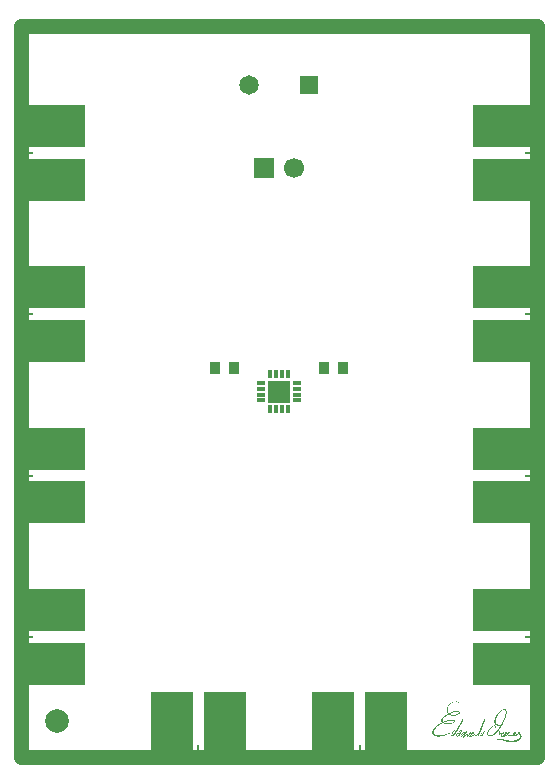
<source format=gts>
G04*
G04 #@! TF.GenerationSoftware,Altium Limited,Altium Designer,24.2.2 (26)*
G04*
G04 Layer_Color=8388736*
%FSLAX26Y26*%
%MOIN*%
G70*
G04*
G04 #@! TF.SameCoordinates,B184214D-E36B-41BB-B0D7-08C86D9F1EC7*
G04*
G04*
G04 #@! TF.FilePolarity,Negative*
G04*
G01*
G75*
%ADD18R,0.005181X0.040000*%
%ADD19R,0.040000X0.005181*%
%ADD20R,0.141732X0.217716*%
%ADD21R,0.217716X0.141732*%
%ADD22R,0.023622X0.004921*%
%ADD23R,0.011811X0.029528*%
%ADD24R,0.029528X0.011811*%
%ADD25R,0.072835X0.072835*%
%ADD26R,0.037402X0.039370*%
%ADD27C,0.050000*%
%ADD28C,0.078740*%
%ADD29C,0.066929*%
%ADD30R,0.066929X0.066929*%
%ADD31C,0.064961*%
%ADD32R,0.064961X0.064961*%
%ADD33C,0.057000*%
G36*
X1454345Y184629D02*
X1454874D01*
Y184598D01*
X1455217D01*
Y184567D01*
X1455466D01*
Y184536D01*
X1455684D01*
Y184505D01*
X1455871D01*
Y184474D01*
X1456058D01*
Y184442D01*
X1456214D01*
Y184411D01*
X1456338D01*
Y184380D01*
X1456463D01*
Y184349D01*
X1456556D01*
Y184318D01*
X1456650D01*
Y184287D01*
X1456743D01*
Y184255D01*
X1456836D01*
Y184224D01*
X1456930D01*
Y184193D01*
X1457023D01*
Y184162D01*
X1457117D01*
Y184131D01*
X1457179D01*
Y184100D01*
X1457273D01*
Y184069D01*
X1457335D01*
Y184037D01*
X1457428D01*
Y184006D01*
X1457491D01*
Y183975D01*
X1457553D01*
Y183944D01*
X1457646D01*
Y183913D01*
X1457709D01*
Y183882D01*
X1457771D01*
Y183851D01*
X1457833D01*
Y183819D01*
X1457895D01*
Y183788D01*
X1457958D01*
Y183757D01*
X1457989D01*
Y183726D01*
X1458051D01*
Y183695D01*
X1458113D01*
Y183664D01*
X1458176D01*
Y183632D01*
X1458238D01*
Y183601D01*
X1458269D01*
Y183570D01*
X1458332D01*
Y183539D01*
X1458394D01*
Y183508D01*
X1458425D01*
Y183477D01*
X1458487D01*
Y183446D01*
X1458518D01*
Y183414D01*
X1458581D01*
Y183383D01*
X1458612D01*
Y183352D01*
X1458643D01*
Y183321D01*
X1458705D01*
Y183290D01*
X1458736D01*
Y183259D01*
X1458799D01*
Y183228D01*
X1458830D01*
Y183196D01*
X1458861D01*
Y183165D01*
X1458923D01*
Y183134D01*
X1458955D01*
Y183103D01*
X1458986D01*
Y183072D01*
X1459017D01*
Y183041D01*
X1459048D01*
Y183010D01*
X1459110D01*
Y182978D01*
X1459141D01*
Y182947D01*
X1459172D01*
Y182916D01*
X1459204D01*
Y182885D01*
X1459235D01*
Y182854D01*
X1459266D01*
Y182823D01*
X1459297D01*
Y182792D01*
X1459328D01*
Y182760D01*
X1459359D01*
Y182729D01*
X1459390D01*
Y182698D01*
X1459422D01*
Y182667D01*
X1459453D01*
Y182636D01*
X1459484D01*
Y182605D01*
X1459515D01*
Y182573D01*
X1459546D01*
Y182542D01*
X1459577D01*
Y182511D01*
X1459609D01*
Y182480D01*
X1459640D01*
Y182449D01*
X1459671D01*
Y182418D01*
X1459702D01*
Y182387D01*
X1459733D01*
Y182324D01*
X1459764D01*
Y182293D01*
X1459795D01*
Y182262D01*
X1459827D01*
Y182231D01*
X1459858D01*
Y182200D01*
X1459889D01*
Y182137D01*
X1459920D01*
Y182106D01*
X1459951D01*
Y182075D01*
X1459982D01*
Y182013D01*
X1460014D01*
Y181982D01*
X1460045D01*
Y181919D01*
X1460076D01*
Y181888D01*
X1460107D01*
Y181826D01*
X1460138D01*
Y181732D01*
X1460169D01*
Y181639D01*
X1460200D01*
Y181514D01*
X1460232D01*
Y181109D01*
X1460200D01*
Y180985D01*
X1460169D01*
Y180892D01*
X1460138D01*
Y180798D01*
X1460107D01*
Y180736D01*
X1460076D01*
Y180705D01*
X1460045D01*
Y180642D01*
X1460014D01*
Y180611D01*
X1459982D01*
Y180549D01*
X1459951D01*
Y180518D01*
X1459920D01*
Y180487D01*
X1459889D01*
Y180455D01*
X1459858D01*
Y180424D01*
X1459827D01*
Y180393D01*
X1459764D01*
Y180362D01*
X1459733D01*
Y180331D01*
X1459671D01*
Y180300D01*
X1459640D01*
Y180269D01*
X1459577D01*
Y180237D01*
X1459515D01*
Y180206D01*
X1459422D01*
Y180175D01*
X1459297D01*
Y180144D01*
X1458799D01*
Y180175D01*
X1458705D01*
Y180206D01*
X1458612D01*
Y180237D01*
X1458550D01*
Y180269D01*
X1458487D01*
Y180300D01*
X1458425D01*
Y180331D01*
X1458394D01*
Y180362D01*
X1458332D01*
Y180393D01*
X1458300D01*
Y180424D01*
X1458269D01*
Y180455D01*
X1458238D01*
Y180487D01*
X1458207D01*
Y180518D01*
X1458176D01*
Y180549D01*
X1458145D01*
Y180580D01*
X1458113D01*
Y180642D01*
X1458082D01*
Y180673D01*
X1458051D01*
Y180705D01*
X1458020D01*
Y180767D01*
X1457989D01*
Y180798D01*
X1457958D01*
Y180829D01*
X1457927D01*
Y180892D01*
X1457895D01*
Y180923D01*
X1457864D01*
Y180954D01*
X1457833D01*
Y180985D01*
X1457802D01*
Y181016D01*
X1457771D01*
Y181047D01*
X1457740D01*
Y181078D01*
X1457709D01*
Y181109D01*
X1457677D01*
Y181141D01*
X1457646D01*
Y181172D01*
X1457615D01*
Y181203D01*
X1457584D01*
Y181234D01*
X1457553D01*
Y181265D01*
X1457522D01*
Y181296D01*
X1457491D01*
Y181328D01*
X1457459D01*
Y181359D01*
X1457428D01*
Y181390D01*
X1457366D01*
Y181421D01*
X1457335D01*
Y181452D01*
X1457304D01*
Y181483D01*
X1457241D01*
Y181514D01*
X1457210D01*
Y181546D01*
X1457148D01*
Y181577D01*
X1457117D01*
Y181608D01*
X1457054D01*
Y181639D01*
X1457023D01*
Y181670D01*
X1456961D01*
Y181701D01*
X1456899D01*
Y181732D01*
X1456868D01*
Y181764D01*
X1456805D01*
Y181795D01*
X1456743D01*
Y181826D01*
X1456681D01*
Y181857D01*
X1456618D01*
Y181888D01*
X1456556D01*
Y181919D01*
X1456494D01*
Y181951D01*
X1456400D01*
Y181982D01*
X1456338D01*
Y182013D01*
X1456245D01*
Y182044D01*
X1456182D01*
Y182075D01*
X1456089D01*
Y182106D01*
X1455995D01*
Y182137D01*
X1455902D01*
Y182168D01*
X1455809D01*
Y182200D01*
X1455684D01*
Y182231D01*
X1455591D01*
Y182262D01*
X1455497D01*
Y182293D01*
X1455372D01*
Y182324D01*
X1455279D01*
Y182355D01*
X1455155D01*
Y182387D01*
X1455030D01*
Y182418D01*
X1454905D01*
Y182449D01*
X1454750D01*
Y182480D01*
X1454594D01*
Y182511D01*
X1454438D01*
Y182542D01*
X1454251D01*
Y182573D01*
X1454033D01*
Y182605D01*
X1453784D01*
Y182636D01*
X1453504D01*
Y182667D01*
X1453130D01*
Y182698D01*
X1452600D01*
Y182729D01*
X1451386D01*
Y182698D01*
X1450576D01*
Y182667D01*
X1449859D01*
Y182636D01*
X1449205D01*
Y182605D01*
X1448676D01*
Y182573D01*
X1448240D01*
Y182542D01*
X1447835D01*
Y182511D01*
X1447492D01*
Y182480D01*
X1447181D01*
Y182449D01*
X1446900D01*
Y182418D01*
X1446620D01*
Y182387D01*
X1446402D01*
Y182355D01*
X1446153D01*
Y182324D01*
X1445966D01*
Y182293D01*
X1445748D01*
Y182262D01*
X1445561D01*
Y182231D01*
X1445374D01*
Y182200D01*
X1445187D01*
Y182168D01*
X1445000D01*
Y182137D01*
X1444814D01*
Y182106D01*
X1444658D01*
Y182075D01*
X1444471D01*
Y182044D01*
X1444284D01*
Y182013D01*
X1444097D01*
Y181982D01*
X1443910D01*
Y181951D01*
X1443723D01*
Y181919D01*
X1443568D01*
Y181888D01*
X1443381D01*
Y181857D01*
X1443287D01*
Y181826D01*
X1443163D01*
Y181795D01*
X1443069D01*
Y181764D01*
X1442945D01*
Y181732D01*
X1442851D01*
Y181701D01*
X1442727D01*
Y181670D01*
X1442633D01*
Y181639D01*
X1442509D01*
Y181608D01*
X1442415D01*
Y181577D01*
X1442322D01*
Y181546D01*
X1442197D01*
Y181514D01*
X1442104D01*
Y181483D01*
X1441979D01*
Y181452D01*
X1441886D01*
Y181421D01*
X1441761D01*
Y181390D01*
X1441668D01*
Y181359D01*
X1441543D01*
Y181328D01*
X1441450D01*
Y181296D01*
X1441356D01*
Y181265D01*
X1441232D01*
Y181234D01*
X1441138D01*
Y181203D01*
X1441014D01*
Y181172D01*
X1440920D01*
Y181141D01*
X1440795D01*
Y181109D01*
X1440702D01*
Y181078D01*
X1440578D01*
Y181047D01*
X1440484D01*
Y181016D01*
X1440360D01*
Y180985D01*
X1440266D01*
Y180954D01*
X1440173D01*
Y180923D01*
X1440048D01*
Y180892D01*
X1439955D01*
Y180860D01*
X1439892D01*
Y180829D01*
X1439799D01*
Y180798D01*
X1439705D01*
Y180767D01*
X1439643D01*
Y180736D01*
X1439550D01*
Y180705D01*
X1439456D01*
Y180673D01*
X1439394D01*
Y180642D01*
X1439301D01*
Y180611D01*
X1439238D01*
Y180580D01*
X1439145D01*
Y180549D01*
X1439082D01*
Y180518D01*
X1438989D01*
Y180487D01*
X1438927D01*
Y180455D01*
X1438833D01*
Y180424D01*
X1438771D01*
Y180393D01*
X1438678D01*
Y180362D01*
X1438615D01*
Y180331D01*
X1438522D01*
Y180300D01*
X1438459D01*
Y180269D01*
X1438366D01*
Y180237D01*
X1438304D01*
Y180206D01*
X1438242D01*
Y180175D01*
X1438148D01*
Y180144D01*
X1438086D01*
Y180113D01*
X1438023D01*
Y180082D01*
X1437930D01*
Y180050D01*
X1437868D01*
Y180019D01*
X1437805D01*
Y179988D01*
X1437743D01*
Y179957D01*
X1437650D01*
Y179926D01*
X1437587D01*
Y179895D01*
X1437525D01*
Y179864D01*
X1437463D01*
Y179833D01*
X1437369D01*
Y179801D01*
X1437307D01*
Y179770D01*
X1437245D01*
Y179739D01*
X1437182D01*
Y179708D01*
X1437120D01*
Y179677D01*
X1437058D01*
Y179646D01*
X1436996D01*
Y179614D01*
X1436902D01*
Y179583D01*
X1436840D01*
Y179552D01*
X1436777D01*
Y179521D01*
X1436715D01*
Y179490D01*
X1436653D01*
Y179459D01*
X1436591D01*
Y179428D01*
X1436528D01*
Y179396D01*
X1436466D01*
Y179365D01*
X1436404D01*
Y179334D01*
X1436341D01*
Y179303D01*
X1436279D01*
Y179272D01*
X1436217D01*
Y179241D01*
X1436155D01*
Y179209D01*
X1436092D01*
Y179178D01*
X1436030D01*
Y179147D01*
X1435968D01*
Y179116D01*
X1435937D01*
Y179085D01*
X1435874D01*
Y179054D01*
X1435812D01*
Y179023D01*
X1435750D01*
Y178992D01*
X1435687D01*
Y178960D01*
X1435625D01*
Y178929D01*
X1435563D01*
Y178898D01*
X1435532D01*
Y178867D01*
X1435469D01*
Y178836D01*
X1435407D01*
Y178805D01*
X1435345D01*
Y178774D01*
X1435283D01*
Y178742D01*
X1435251D01*
Y178711D01*
X1435189D01*
Y178680D01*
X1435127D01*
Y178649D01*
X1435064D01*
Y178618D01*
X1435033D01*
Y178587D01*
X1434971D01*
Y178555D01*
X1434909D01*
Y178524D01*
X1434846D01*
Y178493D01*
X1434815D01*
Y178462D01*
X1434753D01*
Y178431D01*
X1434691D01*
Y178400D01*
X1434659D01*
Y178369D01*
X1434597D01*
Y178337D01*
X1434566D01*
Y178306D01*
X1434504D01*
Y178275D01*
X1434441D01*
Y178244D01*
X1434410D01*
Y178213D01*
X1434348D01*
Y178182D01*
X1434317D01*
Y178150D01*
X1434255D01*
Y178119D01*
X1434223D01*
Y178088D01*
X1434161D01*
Y178057D01*
X1434099D01*
Y178026D01*
X1434068D01*
Y177995D01*
X1434005D01*
Y177964D01*
X1433974D01*
Y177933D01*
X1433912D01*
Y177901D01*
X1433850D01*
Y177870D01*
X1433819D01*
Y177839D01*
X1433756D01*
Y177808D01*
X1433725D01*
Y177777D01*
X1433663D01*
Y177746D01*
X1433632D01*
Y177714D01*
X1433569D01*
Y177683D01*
X1433507D01*
Y177652D01*
X1433476D01*
Y177621D01*
X1433414D01*
Y177590D01*
X1433382D01*
Y177559D01*
X1433320D01*
Y177528D01*
X1433258D01*
Y177496D01*
X1433227D01*
Y177465D01*
X1433164D01*
Y177434D01*
X1433133D01*
Y177403D01*
X1433071D01*
Y177372D01*
X1433040D01*
Y177341D01*
X1432977D01*
Y177310D01*
X1432915D01*
Y177278D01*
X1432884D01*
Y177247D01*
X1432822D01*
Y177216D01*
X1432791D01*
Y177185D01*
X1432728D01*
Y177154D01*
X1432697D01*
Y177123D01*
X1432666D01*
Y177091D01*
X1432604D01*
Y177060D01*
X1432573D01*
Y177029D01*
X1432510D01*
Y176998D01*
X1432479D01*
Y176967D01*
X1432448D01*
Y176936D01*
X1432386D01*
Y176905D01*
X1432355D01*
Y176874D01*
X1432323D01*
Y176842D01*
X1432261D01*
Y176811D01*
X1432230D01*
Y176780D01*
X1432199D01*
Y176749D01*
X1432137D01*
Y176718D01*
X1432105D01*
Y176687D01*
X1432074D01*
Y176655D01*
X1432043D01*
Y176624D01*
X1431981D01*
Y176593D01*
X1431950D01*
Y176562D01*
X1431918D01*
Y176531D01*
X1431856D01*
Y176500D01*
X1431825D01*
Y176469D01*
X1431794D01*
Y176437D01*
X1431763D01*
Y176406D01*
X1431700D01*
Y176375D01*
X1431669D01*
Y176344D01*
X1431638D01*
Y176313D01*
X1431607D01*
Y176282D01*
X1431576D01*
Y176250D01*
X1431514D01*
Y176219D01*
X1431483D01*
Y176188D01*
X1431451D01*
Y176157D01*
X1431420D01*
Y176126D01*
X1431389D01*
Y176095D01*
X1431327D01*
Y176064D01*
X1431296D01*
Y176032D01*
X1431264D01*
Y176001D01*
X1431233D01*
Y175970D01*
X1431202D01*
Y175939D01*
X1431171D01*
Y175908D01*
X1431140D01*
Y175877D01*
X1431078D01*
Y175846D01*
X1431046D01*
Y175815D01*
X1431015D01*
Y175783D01*
X1430984D01*
Y175752D01*
X1430953D01*
Y175721D01*
X1430922D01*
Y175690D01*
X1430891D01*
Y175659D01*
X1430860D01*
Y175628D01*
X1430828D01*
Y175596D01*
X1430797D01*
Y175565D01*
X1430766D01*
Y175534D01*
X1430704D01*
Y175503D01*
X1430673D01*
Y175472D01*
X1430641D01*
Y175441D01*
X1430610D01*
Y175410D01*
X1430579D01*
Y175378D01*
X1430548D01*
Y175347D01*
X1430517D01*
Y175316D01*
X1430486D01*
Y175285D01*
X1430455D01*
Y175254D01*
X1430424D01*
Y175223D01*
X1430392D01*
Y175191D01*
X1430361D01*
Y175160D01*
X1430330D01*
Y175129D01*
X1430299D01*
Y175098D01*
X1430268D01*
Y175067D01*
X1430237D01*
Y175036D01*
X1430205D01*
Y175005D01*
X1430174D01*
Y174974D01*
X1430143D01*
Y174942D01*
X1430112D01*
Y174911D01*
X1430081D01*
Y174880D01*
X1430050D01*
Y174849D01*
X1430018D01*
Y174818D01*
X1429987D01*
Y174787D01*
X1429956D01*
Y174756D01*
X1429925D01*
Y174724D01*
X1429894D01*
Y174662D01*
X1429863D01*
Y174631D01*
X1429832D01*
Y174600D01*
X1429801D01*
Y174569D01*
X1429769D01*
Y174537D01*
X1429738D01*
Y174506D01*
X1429707D01*
Y174475D01*
X1429676D01*
Y174444D01*
X1429645D01*
Y174413D01*
X1429614D01*
Y174382D01*
X1429582D01*
Y174351D01*
X1429551D01*
Y174288D01*
X1429520D01*
Y174257D01*
X1429489D01*
Y174226D01*
X1429458D01*
Y174195D01*
X1429427D01*
Y174164D01*
X1429396D01*
Y174132D01*
X1429364D01*
Y174101D01*
X1429333D01*
Y174039D01*
X1429302D01*
Y174008D01*
X1429271D01*
Y173977D01*
X1429240D01*
Y173946D01*
X1429209D01*
Y173915D01*
X1429178D01*
Y173852D01*
X1429146D01*
Y173821D01*
X1429115D01*
Y173790D01*
X1429084D01*
Y173759D01*
X1429053D01*
Y173728D01*
X1429022D01*
Y173665D01*
X1428991D01*
Y173634D01*
X1428959D01*
Y173603D01*
X1428928D01*
Y173572D01*
X1428897D01*
Y173510D01*
X1428866D01*
Y173478D01*
X1428835D01*
Y173447D01*
X1428804D01*
Y173416D01*
X1428773D01*
Y173354D01*
X1428742D01*
Y173323D01*
X1428710D01*
Y173292D01*
X1428679D01*
Y173229D01*
X1428648D01*
Y173198D01*
X1428617D01*
Y173167D01*
X1428586D01*
Y173105D01*
X1428555D01*
Y173073D01*
X1428524D01*
Y173042D01*
X1428492D01*
Y172980D01*
X1428461D01*
Y172949D01*
X1428430D01*
Y172918D01*
X1428399D01*
Y172856D01*
X1428368D01*
Y172824D01*
X1428337D01*
Y172762D01*
X1428305D01*
Y172731D01*
X1428274D01*
Y172700D01*
X1428243D01*
Y172637D01*
X1428212D01*
Y172606D01*
X1428181D01*
Y172575D01*
X1428150D01*
Y172513D01*
X1428119D01*
Y172482D01*
X1428087D01*
Y172419D01*
X1428056D01*
Y172388D01*
X1428025D01*
Y172357D01*
X1427994D01*
Y172295D01*
X1427963D01*
Y172264D01*
X1427932D01*
Y172201D01*
X1427900D01*
Y172170D01*
X1427869D01*
Y172139D01*
X1427838D01*
Y172077D01*
X1427807D01*
Y172046D01*
X1427776D01*
Y171983D01*
X1427745D01*
Y171952D01*
X1427714D01*
Y171890D01*
X1427682D01*
Y171859D01*
X1427651D01*
Y171797D01*
X1427620D01*
Y171765D01*
X1427589D01*
Y171734D01*
X1427558D01*
Y171672D01*
X1427527D01*
Y171641D01*
X1427496D01*
Y171578D01*
X1427465D01*
Y171547D01*
X1427433D01*
Y171485D01*
X1427402D01*
Y171454D01*
X1427371D01*
Y171392D01*
X1427340D01*
Y171360D01*
X1427309D01*
Y171298D01*
X1427278D01*
Y171267D01*
X1427246D01*
Y171205D01*
X1427215D01*
Y171142D01*
X1427184D01*
Y171111D01*
X1427153D01*
Y171049D01*
X1427122D01*
Y171018D01*
X1427091D01*
Y170956D01*
X1427060D01*
Y170924D01*
X1427028D01*
Y170862D01*
X1426997D01*
Y170800D01*
X1426966D01*
Y170769D01*
X1426935D01*
Y170706D01*
X1426904D01*
Y170675D01*
X1426873D01*
Y170613D01*
X1426841D01*
Y170551D01*
X1426810D01*
Y170519D01*
X1426779D01*
Y170457D01*
X1426748D01*
Y170395D01*
X1426717D01*
Y170364D01*
X1426686D01*
Y170301D01*
X1426655D01*
Y170239D01*
X1426623D01*
Y170208D01*
X1426592D01*
Y170146D01*
X1426561D01*
Y170083D01*
X1426530D01*
Y170021D01*
X1426499D01*
Y169990D01*
X1426468D01*
Y169928D01*
X1426437D01*
Y169865D01*
X1426406D01*
Y169803D01*
X1426374D01*
Y169741D01*
X1426343D01*
Y169678D01*
X1426312D01*
Y169647D01*
X1426281D01*
Y169585D01*
X1426250D01*
Y169523D01*
X1426219D01*
Y169460D01*
X1426187D01*
Y169398D01*
X1426156D01*
Y169336D01*
X1426125D01*
Y169274D01*
X1426094D01*
Y169211D01*
X1426063D01*
Y169149D01*
X1426032D01*
Y169087D01*
X1426001D01*
Y169024D01*
X1425969D01*
Y168962D01*
X1425938D01*
Y168900D01*
X1425907D01*
Y168838D01*
X1425876D01*
Y168775D01*
X1425845D01*
Y168682D01*
X1425814D01*
Y168619D01*
X1425783D01*
Y168557D01*
X1425751D01*
Y168495D01*
X1425720D01*
Y168433D01*
X1425689D01*
Y168370D01*
X1425658D01*
Y168308D01*
X1425627D01*
Y168246D01*
X1425596D01*
Y168183D01*
X1425564D01*
Y168121D01*
X1425533D01*
Y168059D01*
X1425502D01*
Y167996D01*
X1425471D01*
Y167903D01*
X1425440D01*
Y167841D01*
X1425409D01*
Y167779D01*
X1425378D01*
Y167716D01*
X1425346D01*
Y167654D01*
X1425315D01*
Y167592D01*
X1425284D01*
Y167529D01*
X1425253D01*
Y167467D01*
X1425222D01*
Y167405D01*
X1425191D01*
Y167342D01*
X1425160D01*
Y167280D01*
X1425128D01*
Y167218D01*
X1425097D01*
Y167124D01*
X1425066D01*
Y167062D01*
X1425035D01*
Y167000D01*
X1425004D01*
Y166906D01*
X1424973D01*
Y166813D01*
X1424941D01*
Y166719D01*
X1424910D01*
Y166595D01*
X1424879D01*
Y166501D01*
X1424848D01*
Y166408D01*
X1424817D01*
Y166283D01*
X1424786D01*
Y166190D01*
X1424755D01*
Y166065D01*
X1424724D01*
Y165972D01*
X1424692D01*
Y165879D01*
X1424661D01*
Y165754D01*
X1424630D01*
Y165660D01*
X1424599D01*
Y165567D01*
X1424568D01*
Y165442D01*
X1424537D01*
Y165349D01*
X1424505D01*
Y165256D01*
X1424474D01*
Y165131D01*
X1424443D01*
Y165037D01*
X1424412D01*
Y164944D01*
X1424381D01*
Y164820D01*
X1424350D01*
Y164664D01*
X1424319D01*
Y164539D01*
X1424287D01*
Y164383D01*
X1424256D01*
Y164259D01*
X1424225D01*
Y164103D01*
X1424194D01*
Y163947D01*
X1424163D01*
Y163792D01*
X1424132D01*
Y163667D01*
X1424101D01*
Y163511D01*
X1424069D01*
Y163324D01*
X1424038D01*
Y163169D01*
X1424007D01*
Y163013D01*
X1423976D01*
Y162826D01*
X1423945D01*
Y162670D01*
X1423914D01*
Y162483D01*
X1423882D01*
Y162297D01*
X1423851D01*
Y162110D01*
X1423820D01*
Y161892D01*
X1423789D01*
Y161705D01*
X1423758D01*
Y161487D01*
X1423727D01*
Y161269D01*
X1423696D01*
Y161051D01*
X1423665D01*
Y160801D01*
X1423633D01*
Y160552D01*
X1423602D01*
Y160272D01*
X1423571D01*
Y159992D01*
X1423540D01*
Y159649D01*
X1423509D01*
Y159306D01*
X1423478D01*
Y158901D01*
X1423447D01*
Y158403D01*
X1423415D01*
Y157718D01*
X1423384D01*
Y155631D01*
X1423415D01*
Y155008D01*
X1423447D01*
Y154541D01*
X1423478D01*
Y154167D01*
X1423509D01*
Y153793D01*
X1423540D01*
Y153419D01*
X1423571D01*
Y153046D01*
X1423602D01*
Y152672D01*
X1423633D01*
Y152298D01*
X1423665D01*
Y151924D01*
X1423696D01*
Y151613D01*
X1423727D01*
Y151519D01*
X1423758D01*
Y151426D01*
X1423789D01*
Y151333D01*
X1423820D01*
Y151239D01*
X1423851D01*
Y151115D01*
X1423882D01*
Y151021D01*
X1423914D01*
Y150928D01*
X1423945D01*
Y150834D01*
X1423976D01*
Y150741D01*
X1424007D01*
Y150647D01*
X1424038D01*
Y150554D01*
X1424069D01*
Y150429D01*
X1424101D01*
Y150336D01*
X1424132D01*
Y150243D01*
X1424163D01*
Y150149D01*
X1424194D01*
Y150056D01*
X1424225D01*
Y149962D01*
X1424256D01*
Y149869D01*
X1424287D01*
Y149806D01*
X1424319D01*
Y149744D01*
X1424350D01*
Y149682D01*
X1424381D01*
Y149619D01*
X1424412D01*
Y149526D01*
X1424443D01*
Y149464D01*
X1424474D01*
Y149401D01*
X1424505D01*
Y149339D01*
X1424537D01*
Y149277D01*
X1424568D01*
Y149215D01*
X1424599D01*
Y149121D01*
X1424630D01*
Y149059D01*
X1424661D01*
Y148997D01*
X1424692D01*
Y148934D01*
X1424724D01*
Y148872D01*
X1424755D01*
Y148810D01*
X1424786D01*
Y148747D01*
X1424817D01*
Y148685D01*
X1424848D01*
Y148623D01*
X1424879D01*
Y148560D01*
X1424910D01*
Y148498D01*
X1424941D01*
Y148436D01*
X1424973D01*
Y148374D01*
X1425004D01*
Y148311D01*
X1425035D01*
Y148249D01*
X1425066D01*
Y148187D01*
X1425097D01*
Y148156D01*
X1425128D01*
Y148093D01*
X1425160D01*
Y148031D01*
X1425191D01*
Y147969D01*
X1425222D01*
Y147906D01*
X1425253D01*
Y147844D01*
X1425284D01*
Y147813D01*
X1425315D01*
Y147751D01*
X1425346D01*
Y147688D01*
X1425378D01*
Y147626D01*
X1425409D01*
Y147564D01*
X1425440D01*
Y147533D01*
X1425471D01*
Y147470D01*
X1425502D01*
Y147408D01*
X1425533D01*
Y147377D01*
X1425564D01*
Y147315D01*
X1425596D01*
Y147252D01*
X1425627D01*
Y147221D01*
X1425658D01*
Y147159D01*
X1425689D01*
Y147097D01*
X1425720D01*
Y147065D01*
X1425751D01*
Y147003D01*
X1425783D01*
Y146972D01*
X1425814D01*
Y146910D01*
X1425845D01*
Y146847D01*
X1425876D01*
Y146816D01*
X1425907D01*
Y146754D01*
X1425938D01*
Y146723D01*
X1425969D01*
Y146661D01*
X1426001D01*
Y146629D01*
X1426032D01*
Y146567D01*
X1426063D01*
Y146536D01*
X1426094D01*
Y146474D01*
X1426125D01*
Y146442D01*
X1426156D01*
Y146411D01*
X1426187D01*
Y146349D01*
X1426219D01*
Y146318D01*
X1426250D01*
Y146256D01*
X1426281D01*
Y146225D01*
X1426312D01*
Y146162D01*
X1426343D01*
Y146131D01*
X1426374D01*
Y146100D01*
X1426406D01*
Y146038D01*
X1426437D01*
Y146006D01*
X1426468D01*
Y145975D01*
X1426499D01*
Y145913D01*
X1426530D01*
Y145882D01*
X1426561D01*
Y145851D01*
X1426592D01*
Y145820D01*
X1426623D01*
Y145757D01*
X1426655D01*
Y145726D01*
X1426686D01*
Y145695D01*
X1426717D01*
Y145633D01*
X1426748D01*
Y145601D01*
X1426779D01*
Y145570D01*
X1426810D01*
Y145539D01*
X1426841D01*
Y145508D01*
X1426873D01*
Y145446D01*
X1426904D01*
Y145415D01*
X1426935D01*
Y145383D01*
X1426966D01*
Y145352D01*
X1426997D01*
Y145321D01*
X1427028D01*
Y145290D01*
X1427060D01*
Y145228D01*
X1427091D01*
Y145197D01*
X1427122D01*
Y145166D01*
X1427184D01*
Y145197D01*
X1427246D01*
Y145228D01*
X1427309D01*
Y145259D01*
X1427371D01*
Y145290D01*
X1427433D01*
Y145321D01*
X1427496D01*
Y145352D01*
X1427558D01*
Y145383D01*
X1427620D01*
Y145415D01*
X1427682D01*
Y145446D01*
X1427745D01*
Y145477D01*
X1427807D01*
Y145508D01*
X1427869D01*
Y145539D01*
X1427932D01*
Y145570D01*
X1427994D01*
Y145601D01*
X1428056D01*
Y145633D01*
X1428150D01*
Y145664D01*
X1428212D01*
Y145695D01*
X1428274D01*
Y145726D01*
X1428337D01*
Y145757D01*
X1428399D01*
Y145788D01*
X1428461D01*
Y145820D01*
X1428524D01*
Y145851D01*
X1428586D01*
Y145882D01*
X1428648D01*
Y145913D01*
X1428710D01*
Y145944D01*
X1428773D01*
Y145975D01*
X1428835D01*
Y146006D01*
X1428897D01*
Y146038D01*
X1428959D01*
Y146069D01*
X1429022D01*
Y146100D01*
X1429084D01*
Y146131D01*
X1429146D01*
Y146162D01*
X1429209D01*
Y146193D01*
X1429271D01*
Y146225D01*
X1429333D01*
Y146256D01*
X1429396D01*
Y146287D01*
X1429458D01*
Y146318D01*
X1429520D01*
Y146349D01*
X1429582D01*
Y146380D01*
X1429645D01*
Y146411D01*
X1429738D01*
Y146442D01*
X1429801D01*
Y146474D01*
X1429863D01*
Y146505D01*
X1429925D01*
Y146536D01*
X1429987D01*
Y146567D01*
X1430050D01*
Y146598D01*
X1430112D01*
Y146629D01*
X1430174D01*
Y146661D01*
X1430237D01*
Y146692D01*
X1430299D01*
Y146723D01*
X1430392D01*
Y146754D01*
X1430455D01*
Y146785D01*
X1430548D01*
Y146816D01*
X1430610D01*
Y146847D01*
X1430704D01*
Y146879D01*
X1430766D01*
Y146910D01*
X1430828D01*
Y146941D01*
X1430922D01*
Y146972D01*
X1430984D01*
Y147003D01*
X1431078D01*
Y147034D01*
X1431140D01*
Y147065D01*
X1431233D01*
Y147097D01*
X1431296D01*
Y147128D01*
X1431389D01*
Y147159D01*
X1431451D01*
Y147190D01*
X1431545D01*
Y147221D01*
X1431607D01*
Y147252D01*
X1431669D01*
Y147284D01*
X1431763D01*
Y147315D01*
X1431825D01*
Y147346D01*
X1431918D01*
Y147377D01*
X1431981D01*
Y147408D01*
X1432074D01*
Y147439D01*
X1432137D01*
Y147470D01*
X1432230D01*
Y147501D01*
X1432292D01*
Y147533D01*
X1432355D01*
Y147564D01*
X1432448D01*
Y147595D01*
X1432510D01*
Y147626D01*
X1432604D01*
Y147657D01*
X1432666D01*
Y147688D01*
X1432759D01*
Y147720D01*
X1432822D01*
Y147751D01*
X1432915D01*
Y147782D01*
X1432977D01*
Y147813D01*
X1433040D01*
Y147844D01*
X1433133D01*
Y147875D01*
X1433196D01*
Y147906D01*
X1433289D01*
Y147938D01*
X1433351D01*
Y147969D01*
X1433445D01*
Y148000D01*
X1433507D01*
Y148031D01*
X1433601D01*
Y148062D01*
X1433663D01*
Y148093D01*
X1433725D01*
Y148125D01*
X1433819D01*
Y148156D01*
X1433881D01*
Y148187D01*
X1433974D01*
Y148218D01*
X1434037D01*
Y148249D01*
X1434130D01*
Y148280D01*
X1434192D01*
Y148311D01*
X1434255D01*
Y148343D01*
X1434348D01*
Y148374D01*
X1434410D01*
Y148405D01*
X1434504D01*
Y148436D01*
X1434566D01*
Y148467D01*
X1434628D01*
Y148498D01*
X1434722D01*
Y148529D01*
X1434784D01*
Y148560D01*
X1434878D01*
Y148592D01*
X1434940D01*
Y148623D01*
X1435033D01*
Y148654D01*
X1435096D01*
Y148685D01*
X1435158D01*
Y148716D01*
X1435251D01*
Y148747D01*
X1435314D01*
Y148779D01*
X1435407D01*
Y148810D01*
X1435469D01*
Y148841D01*
X1435563D01*
Y148872D01*
X1435625D01*
Y148903D01*
X1435718D01*
Y148934D01*
X1435781D01*
Y148965D01*
X1435874D01*
Y148997D01*
X1435937D01*
Y149028D01*
X1436030D01*
Y149059D01*
X1436092D01*
Y149090D01*
X1436186D01*
Y149121D01*
X1436248D01*
Y149152D01*
X1436341D01*
Y149184D01*
X1436435D01*
Y149215D01*
X1436497D01*
Y149246D01*
X1436591D01*
Y149277D01*
X1436653D01*
Y149308D01*
X1436746D01*
Y149339D01*
X1436809D01*
Y149370D01*
X1436902D01*
Y149401D01*
X1436996D01*
Y149433D01*
X1437058D01*
Y149464D01*
X1437151D01*
Y149495D01*
X1437245D01*
Y149526D01*
X1437307D01*
Y149557D01*
X1437400D01*
Y149588D01*
X1437494D01*
Y149619D01*
X1437556D01*
Y149651D01*
X1437650D01*
Y149682D01*
X1437743D01*
Y149713D01*
X1437836D01*
Y149744D01*
X1437899D01*
Y149775D01*
X1437992D01*
Y149806D01*
X1438086D01*
Y149838D01*
X1438179D01*
Y149869D01*
X1438242D01*
Y149900D01*
X1438335D01*
Y149931D01*
X1438428D01*
Y149962D01*
X1438522D01*
Y149993D01*
X1438615D01*
Y150024D01*
X1438678D01*
Y150056D01*
X1438771D01*
Y150087D01*
X1438864D01*
Y150118D01*
X1438958D01*
Y150149D01*
X1439051D01*
Y150180D01*
X1439145D01*
Y150211D01*
X1439238D01*
Y150243D01*
X1439301D01*
Y150274D01*
X1439394D01*
Y150305D01*
X1439487D01*
Y150336D01*
X1439581D01*
Y150367D01*
X1439674D01*
Y150398D01*
X1439768D01*
Y150429D01*
X1439861D01*
Y150460D01*
X1439955D01*
Y150492D01*
X1440048D01*
Y150523D01*
X1440141D01*
Y150554D01*
X1440235D01*
Y150585D01*
X1440328D01*
Y150616D01*
X1440422D01*
Y150647D01*
X1440515D01*
Y150679D01*
X1440640D01*
Y150710D01*
X1440733D01*
Y150741D01*
X1440827D01*
Y150772D01*
X1440920D01*
Y150803D01*
X1441014D01*
Y150834D01*
X1441107D01*
Y150865D01*
X1441200D01*
Y150897D01*
X1441325D01*
Y150928D01*
X1441418D01*
Y150959D01*
X1441512D01*
Y150990D01*
X1441605D01*
Y151021D01*
X1441730D01*
Y151052D01*
X1441823D01*
Y151083D01*
X1441917D01*
Y151115D01*
X1442041D01*
Y151146D01*
X1442135D01*
Y151177D01*
X1442228D01*
Y151208D01*
X1442353D01*
Y151239D01*
X1442446D01*
Y151270D01*
X1442571D01*
Y151302D01*
X1442664D01*
Y151333D01*
X1442789D01*
Y151364D01*
X1442882D01*
Y151395D01*
X1443007D01*
Y151426D01*
X1443100D01*
Y151457D01*
X1443225D01*
Y151488D01*
X1443319D01*
Y151519D01*
X1443443D01*
Y151551D01*
X1443568D01*
Y151582D01*
X1443661D01*
Y151613D01*
X1443786D01*
Y151644D01*
X1443910D01*
Y151675D01*
X1444035D01*
Y151706D01*
X1444128D01*
Y151738D01*
X1444253D01*
Y151769D01*
X1444378D01*
Y151800D01*
X1444502D01*
Y151831D01*
X1444627D01*
Y151862D01*
X1444751D01*
Y151893D01*
X1444876D01*
Y151924D01*
X1445000D01*
Y151956D01*
X1445156D01*
Y151987D01*
X1445281D01*
Y152018D01*
X1445405D01*
Y152049D01*
X1445561D01*
Y152080D01*
X1445686D01*
Y152111D01*
X1445841D01*
Y152143D01*
X1445997D01*
Y152174D01*
X1446153D01*
Y152205D01*
X1446309D01*
Y152236D01*
X1446464D01*
Y152267D01*
X1446620D01*
Y152298D01*
X1446776D01*
Y152329D01*
X1446963D01*
Y152361D01*
X1447150D01*
Y152392D01*
X1447305D01*
Y152423D01*
X1447523D01*
Y152454D01*
X1447710D01*
Y152485D01*
X1447928D01*
Y152516D01*
X1448146D01*
Y152547D01*
X1448396D01*
Y152578D01*
X1448645D01*
Y152610D01*
X1448925D01*
Y152641D01*
X1449236D01*
Y152672D01*
X1449641D01*
Y152703D01*
X1450109D01*
Y152734D01*
X1450576D01*
Y152765D01*
X1451012D01*
Y152797D01*
X1451479D01*
Y152828D01*
X1451946D01*
Y152859D01*
X1452445D01*
Y152890D01*
X1453192D01*
Y152921D01*
X1455435D01*
Y152890D01*
X1456058D01*
Y152859D01*
X1456494D01*
Y152828D01*
X1456836D01*
Y152797D01*
X1457117D01*
Y152765D01*
X1457366D01*
Y152734D01*
X1457615D01*
Y152703D01*
X1457802D01*
Y152672D01*
X1457989D01*
Y152641D01*
X1458176D01*
Y152610D01*
X1458363D01*
Y152578D01*
X1458518D01*
Y152547D01*
X1458643D01*
Y152516D01*
X1458799D01*
Y152485D01*
X1458923D01*
Y152454D01*
X1459048D01*
Y152423D01*
X1459172D01*
Y152392D01*
X1459297D01*
Y152361D01*
X1459422D01*
Y152329D01*
X1459515D01*
Y152298D01*
X1459640D01*
Y152267D01*
X1459733D01*
Y152236D01*
X1459827D01*
Y152205D01*
X1459920D01*
Y152174D01*
X1460014D01*
Y152143D01*
X1460107D01*
Y152111D01*
X1460200D01*
Y152080D01*
X1460263D01*
Y152049D01*
X1460356D01*
Y152018D01*
X1460418D01*
Y151987D01*
X1460512D01*
Y151956D01*
X1460574D01*
Y151924D01*
X1460636D01*
Y151893D01*
X1460699D01*
Y151862D01*
X1460761D01*
Y151831D01*
X1460854D01*
Y151800D01*
X1460917D01*
Y151769D01*
X1460948D01*
Y151738D01*
X1461010D01*
Y151706D01*
X1461072D01*
Y151675D01*
X1461135D01*
Y151644D01*
X1461197D01*
Y151613D01*
X1461259D01*
Y151582D01*
X1461291D01*
Y151551D01*
X1461353D01*
Y151519D01*
X1461415D01*
Y151488D01*
X1461446D01*
Y151457D01*
X1461508D01*
Y151426D01*
X1461540D01*
Y151395D01*
X1461602D01*
Y151364D01*
X1461633D01*
Y151333D01*
X1461695D01*
Y151302D01*
X1461727D01*
Y151270D01*
X1461789D01*
Y151239D01*
X1461820D01*
Y151208D01*
X1461851D01*
Y151177D01*
X1461914D01*
Y151146D01*
X1461945D01*
Y151115D01*
X1461976D01*
Y151083D01*
X1462038D01*
Y151052D01*
X1462069D01*
Y151021D01*
X1462100D01*
Y150990D01*
X1462131D01*
Y150959D01*
X1462163D01*
Y150928D01*
X1462225D01*
Y150897D01*
X1462256D01*
Y150865D01*
X1462287D01*
Y150834D01*
X1462318D01*
Y150803D01*
X1462350D01*
Y150772D01*
X1462381D01*
Y150741D01*
X1462412D01*
Y150710D01*
X1462443D01*
Y150679D01*
X1462474D01*
Y150647D01*
X1462505D01*
Y150616D01*
X1462536D01*
Y150585D01*
X1462568D01*
Y150554D01*
X1462599D01*
Y150523D01*
X1462630D01*
Y150492D01*
X1462661D01*
Y150460D01*
X1462692D01*
Y150398D01*
X1462723D01*
Y150367D01*
X1462754D01*
Y150336D01*
X1462786D01*
Y150305D01*
X1462817D01*
Y150274D01*
X1462848D01*
Y150211D01*
X1462879D01*
Y150180D01*
X1462910D01*
Y150149D01*
X1462941D01*
Y150087D01*
X1462973D01*
Y150056D01*
X1463004D01*
Y150024D01*
X1463035D01*
Y149962D01*
X1463066D01*
Y149931D01*
X1463097D01*
Y149869D01*
X1463128D01*
Y149806D01*
X1463159D01*
Y149775D01*
X1463190D01*
Y149713D01*
X1463222D01*
Y149651D01*
X1463253D01*
Y149588D01*
X1463284D01*
Y149526D01*
X1463315D01*
Y149464D01*
X1463346D01*
Y149401D01*
X1463377D01*
Y149339D01*
X1463409D01*
Y149246D01*
X1463440D01*
Y149184D01*
X1463471D01*
Y149090D01*
X1463502D01*
Y148997D01*
X1463533D01*
Y148872D01*
X1463564D01*
Y148779D01*
X1463595D01*
Y148623D01*
X1463627D01*
Y148436D01*
X1463658D01*
Y147564D01*
X1463627D01*
Y147315D01*
X1463595D01*
Y147128D01*
X1463564D01*
Y146972D01*
X1463533D01*
Y146847D01*
X1463502D01*
Y146723D01*
X1463471D01*
Y146598D01*
X1463440D01*
Y146505D01*
X1463409D01*
Y146411D01*
X1463377D01*
Y146318D01*
X1463346D01*
Y146256D01*
X1463315D01*
Y146162D01*
X1463284D01*
Y146100D01*
X1463253D01*
Y146006D01*
X1463222D01*
Y145944D01*
X1463190D01*
Y145882D01*
X1463159D01*
Y145820D01*
X1463128D01*
Y145757D01*
X1463097D01*
Y145695D01*
X1463066D01*
Y145633D01*
X1463035D01*
Y145570D01*
X1463004D01*
Y145508D01*
X1462973D01*
Y145446D01*
X1462941D01*
Y145383D01*
X1462910D01*
Y145321D01*
X1462879D01*
Y145290D01*
X1462848D01*
Y145228D01*
X1462817D01*
Y145166D01*
X1462786D01*
Y145134D01*
X1462754D01*
Y145072D01*
X1462723D01*
Y145010D01*
X1462692D01*
Y144979D01*
X1462661D01*
Y144916D01*
X1462630D01*
Y144885D01*
X1462599D01*
Y144823D01*
X1462568D01*
Y144792D01*
X1462536D01*
Y144729D01*
X1462505D01*
Y144698D01*
X1462474D01*
Y144667D01*
X1462443D01*
Y144605D01*
X1462412D01*
Y144574D01*
X1462381D01*
Y144511D01*
X1462350D01*
Y144480D01*
X1462318D01*
Y144449D01*
X1462287D01*
Y144387D01*
X1462256D01*
Y144356D01*
X1462225D01*
Y144325D01*
X1462194D01*
Y144293D01*
X1462163D01*
Y144231D01*
X1462131D01*
Y144200D01*
X1462100D01*
Y144169D01*
X1462069D01*
Y144138D01*
X1462038D01*
Y144075D01*
X1462007D01*
Y144044D01*
X1461976D01*
Y144013D01*
X1461945D01*
Y143982D01*
X1461914D01*
Y143951D01*
X1461882D01*
Y143888D01*
X1461851D01*
Y143857D01*
X1461820D01*
Y143826D01*
X1461789D01*
Y143795D01*
X1461758D01*
Y143764D01*
X1461727D01*
Y143733D01*
X1461695D01*
Y143702D01*
X1461664D01*
Y143639D01*
X1461633D01*
Y143608D01*
X1461602D01*
Y143577D01*
X1461571D01*
Y143546D01*
X1461540D01*
Y143515D01*
X1461508D01*
Y143483D01*
X1461477D01*
Y143452D01*
X1461446D01*
Y143421D01*
X1461415D01*
Y143390D01*
X1461384D01*
Y143359D01*
X1461353D01*
Y143328D01*
X1461322D01*
Y143297D01*
X1461291D01*
Y143266D01*
X1461259D01*
Y143234D01*
X1461228D01*
Y143203D01*
X1461197D01*
Y143172D01*
X1461166D01*
Y143141D01*
X1461135D01*
Y143110D01*
X1461104D01*
Y143079D01*
X1461072D01*
Y143047D01*
X1461041D01*
Y143016D01*
X1461010D01*
Y142985D01*
X1460979D01*
Y142954D01*
X1460948D01*
Y142923D01*
X1460917D01*
Y142892D01*
X1460886D01*
Y142861D01*
X1460854D01*
Y142829D01*
X1460823D01*
Y142798D01*
X1460792D01*
Y142767D01*
X1460761D01*
Y142736D01*
X1460730D01*
Y142705D01*
X1460699D01*
Y142674D01*
X1460668D01*
Y142643D01*
X1460636D01*
Y142611D01*
X1460574D01*
Y142580D01*
X1460543D01*
Y142549D01*
X1460512D01*
Y142518D01*
X1460481D01*
Y142487D01*
X1460449D01*
Y142456D01*
X1460418D01*
Y142424D01*
X1460387D01*
Y142393D01*
X1460356D01*
Y142362D01*
X1460325D01*
Y142331D01*
X1460263D01*
Y142300D01*
X1460232D01*
Y142269D01*
X1460200D01*
Y142238D01*
X1460169D01*
Y142207D01*
X1460138D01*
Y142175D01*
X1460107D01*
Y142144D01*
X1460045D01*
Y142113D01*
X1460014D01*
Y142082D01*
X1459982D01*
Y142051D01*
X1459951D01*
Y142020D01*
X1459920D01*
Y141988D01*
X1459889D01*
Y141957D01*
X1459827D01*
Y141926D01*
X1459795D01*
Y141895D01*
X1459764D01*
Y141864D01*
X1459733D01*
Y141833D01*
X1459702D01*
Y141802D01*
X1459640D01*
Y141770D01*
X1459609D01*
Y141739D01*
X1459577D01*
Y141708D01*
X1459546D01*
Y141677D01*
X1459515D01*
Y141646D01*
X1459453D01*
Y141615D01*
X1459422D01*
Y141583D01*
X1459390D01*
Y141552D01*
X1459359D01*
Y141521D01*
X1459297D01*
Y141490D01*
X1459266D01*
Y141459D01*
X1459235D01*
Y141428D01*
X1459204D01*
Y141397D01*
X1459141D01*
Y141365D01*
X1459110D01*
Y141334D01*
X1459079D01*
Y141303D01*
X1459017D01*
Y141272D01*
X1458986D01*
Y141241D01*
X1458955D01*
Y141210D01*
X1458892D01*
Y141179D01*
X1458861D01*
Y141148D01*
X1458830D01*
Y141116D01*
X1458768D01*
Y141085D01*
X1458736D01*
Y141054D01*
X1458674D01*
Y141023D01*
X1458643D01*
Y140992D01*
X1458612D01*
Y140961D01*
X1458550D01*
Y140929D01*
X1458518D01*
Y140898D01*
X1458456D01*
Y140867D01*
X1458425D01*
Y140836D01*
X1458363D01*
Y140805D01*
X1458332D01*
Y140774D01*
X1458269D01*
Y140743D01*
X1458238D01*
Y140711D01*
X1458176D01*
Y140680D01*
X1458145D01*
Y140649D01*
X1458082D01*
Y140618D01*
X1458051D01*
Y140587D01*
X1457989D01*
Y140556D01*
X1457958D01*
Y140524D01*
X1457895D01*
Y140493D01*
X1457833D01*
Y140462D01*
X1457802D01*
Y140431D01*
X1457740D01*
Y140400D01*
X1457677D01*
Y140369D01*
X1457646D01*
Y140338D01*
X1457584D01*
Y140306D01*
X1457522D01*
Y140275D01*
X1457459D01*
Y140244D01*
X1457428D01*
Y140213D01*
X1457366D01*
Y140182D01*
X1457304D01*
Y140151D01*
X1457241D01*
Y140120D01*
X1457179D01*
Y140088D01*
X1457148D01*
Y140057D01*
X1457086D01*
Y140026D01*
X1457023D01*
Y139995D01*
X1456961D01*
Y139964D01*
X1456899D01*
Y139933D01*
X1456836D01*
Y139902D01*
X1456774D01*
Y139870D01*
X1456712D01*
Y139839D01*
X1456618D01*
Y139808D01*
X1456556D01*
Y139777D01*
X1456463D01*
Y139746D01*
X1456400D01*
Y139715D01*
X1456307D01*
Y139684D01*
X1456245D01*
Y139652D01*
X1456182D01*
Y139621D01*
X1456089D01*
Y139590D01*
X1456027D01*
Y139559D01*
X1455933D01*
Y139528D01*
X1455871D01*
Y139497D01*
X1455777D01*
Y139465D01*
X1455715D01*
Y139434D01*
X1455622D01*
Y139403D01*
X1455559D01*
Y139372D01*
X1455466D01*
Y139341D01*
X1455404D01*
Y139310D01*
X1455310D01*
Y139279D01*
X1455248D01*
Y139248D01*
X1455186D01*
Y139216D01*
X1455092D01*
Y139185D01*
X1455030D01*
Y139154D01*
X1454936D01*
Y139123D01*
X1454874D01*
Y139092D01*
X1454781D01*
Y139061D01*
X1454718D01*
Y139029D01*
X1454625D01*
Y138998D01*
X1454563D01*
Y138967D01*
X1454469D01*
Y138936D01*
X1454407D01*
Y138905D01*
X1454345D01*
Y138874D01*
X1454251D01*
Y138843D01*
X1454189D01*
Y138811D01*
X1454095D01*
Y138780D01*
X1454033D01*
Y138749D01*
X1453940D01*
Y138718D01*
X1453877D01*
Y138687D01*
X1453784D01*
Y138656D01*
X1453722D01*
Y138625D01*
X1453628D01*
Y138593D01*
X1453566D01*
Y138562D01*
X1453473D01*
Y138531D01*
X1453410D01*
Y138500D01*
X1453317D01*
Y138469D01*
X1453223D01*
Y138438D01*
X1453161D01*
Y138406D01*
X1453068D01*
Y138375D01*
X1453005D01*
Y138344D01*
X1452912D01*
Y138313D01*
X1452818D01*
Y138282D01*
X1452756D01*
Y138251D01*
X1452663D01*
Y138220D01*
X1452569D01*
Y138189D01*
X1452507D01*
Y138157D01*
X1452414D01*
Y138126D01*
X1452320D01*
Y138095D01*
X1452227D01*
Y138064D01*
X1452164D01*
Y138033D01*
X1452071D01*
Y138002D01*
X1451977D01*
Y137970D01*
X1451884D01*
Y137939D01*
X1451791D01*
Y137908D01*
X1451697D01*
Y137877D01*
X1451604D01*
Y137846D01*
X1451510D01*
Y137815D01*
X1451417D01*
Y137784D01*
X1451323D01*
Y137752D01*
X1451230D01*
Y137721D01*
X1451137D01*
Y137690D01*
X1451043D01*
Y137659D01*
X1450950D01*
Y137628D01*
X1450856D01*
Y137597D01*
X1450732D01*
Y137565D01*
X1450638D01*
Y137534D01*
X1450545D01*
Y137503D01*
X1450420D01*
Y137472D01*
X1450327D01*
Y137441D01*
X1450202D01*
Y137410D01*
X1450109D01*
Y137379D01*
X1449984D01*
Y137347D01*
X1449859D01*
Y137316D01*
X1449766D01*
Y137285D01*
X1449641D01*
Y137254D01*
X1449517D01*
Y137223D01*
X1449392D01*
Y137192D01*
X1449268D01*
Y137161D01*
X1449112D01*
Y137129D01*
X1448987D01*
Y137098D01*
X1448863D01*
Y137067D01*
X1448707D01*
Y137036D01*
X1448551D01*
Y137005D01*
X1448396D01*
Y136974D01*
X1448240D01*
Y136943D01*
X1448053D01*
Y136911D01*
X1447897D01*
Y136880D01*
X1447710D01*
Y136849D01*
X1447492D01*
Y136818D01*
X1447274D01*
Y136787D01*
X1447025D01*
Y136756D01*
X1446776D01*
Y136725D01*
X1446464D01*
Y136693D01*
X1446059D01*
Y136662D01*
X1445312D01*
Y136631D01*
X1443755D01*
Y136600D01*
X1443038D01*
Y136631D01*
X1441169D01*
Y136662D01*
X1440204D01*
Y136693D01*
X1439736D01*
Y136725D01*
X1439363D01*
Y136756D01*
X1438989D01*
Y136787D01*
X1438709D01*
Y136818D01*
X1438397D01*
Y136849D01*
X1438148D01*
Y136880D01*
X1437899D01*
Y136911D01*
X1437650D01*
Y136943D01*
X1437400D01*
Y136974D01*
X1437182D01*
Y137005D01*
X1436964D01*
Y137036D01*
X1436746D01*
Y137067D01*
X1436528D01*
Y137098D01*
X1436310D01*
Y137129D01*
X1436123D01*
Y137161D01*
X1435905D01*
Y137192D01*
X1435718D01*
Y137223D01*
X1435532D01*
Y137254D01*
X1435376D01*
Y137285D01*
X1435189D01*
Y137316D01*
X1435033D01*
Y137347D01*
X1434878D01*
Y137379D01*
X1434753D01*
Y137410D01*
X1434597D01*
Y137441D01*
X1434473D01*
Y137472D01*
X1434317D01*
Y137503D01*
X1434192D01*
Y137534D01*
X1434068D01*
Y137565D01*
X1433943D01*
Y137597D01*
X1433819D01*
Y137628D01*
X1433725D01*
Y137659D01*
X1433601D01*
Y137690D01*
X1433507D01*
Y137721D01*
X1433382D01*
Y137752D01*
X1433289D01*
Y137784D01*
X1433164D01*
Y137815D01*
X1433071D01*
Y137846D01*
X1432977D01*
Y137877D01*
X1432884D01*
Y137908D01*
X1432791D01*
Y137939D01*
X1432697D01*
Y137970D01*
X1432604D01*
Y138002D01*
X1432510D01*
Y138033D01*
X1432417D01*
Y138064D01*
X1432323D01*
Y138095D01*
X1432230D01*
Y138126D01*
X1432168D01*
Y138157D01*
X1432074D01*
Y138189D01*
X1431981D01*
Y138220D01*
X1431918D01*
Y138251D01*
X1431825D01*
Y138282D01*
X1431763D01*
Y138313D01*
X1431669D01*
Y138344D01*
X1431607D01*
Y138375D01*
X1431514D01*
Y138406D01*
X1431451D01*
Y138438D01*
X1431389D01*
Y138469D01*
X1431296D01*
Y138500D01*
X1431233D01*
Y138531D01*
X1431171D01*
Y138562D01*
X1431078D01*
Y138593D01*
X1431015D01*
Y138625D01*
X1430953D01*
Y138656D01*
X1430891D01*
Y138687D01*
X1430828D01*
Y138718D01*
X1430766D01*
Y138749D01*
X1430704D01*
Y138780D01*
X1430641D01*
Y138811D01*
X1430548D01*
Y138843D01*
X1430486D01*
Y138874D01*
X1430424D01*
Y138905D01*
X1430361D01*
Y138936D01*
X1430299D01*
Y138967D01*
X1430268D01*
Y138998D01*
X1430205D01*
Y139029D01*
X1430143D01*
Y139061D01*
X1430081D01*
Y139092D01*
X1430018D01*
Y139123D01*
X1429956D01*
Y139154D01*
X1429894D01*
Y139185D01*
X1429863D01*
Y139216D01*
X1429801D01*
Y139248D01*
X1429738D01*
Y139279D01*
X1429676D01*
Y139310D01*
X1429645D01*
Y139341D01*
X1429582D01*
Y139372D01*
X1429520D01*
Y139403D01*
X1429458D01*
Y139434D01*
X1429427D01*
Y139465D01*
X1429364D01*
Y139497D01*
X1429333D01*
Y139528D01*
X1429271D01*
Y139559D01*
X1429209D01*
Y139590D01*
X1429178D01*
Y139621D01*
X1429115D01*
Y139652D01*
X1429084D01*
Y139684D01*
X1429053D01*
Y139715D01*
X1428991D01*
Y139746D01*
X1428959D01*
Y139777D01*
X1428897D01*
Y139808D01*
X1428866D01*
Y139839D01*
X1428835D01*
Y139870D01*
X1428773D01*
Y139902D01*
X1428742D01*
Y139933D01*
X1428679D01*
Y139964D01*
X1428648D01*
Y139995D01*
X1428617D01*
Y140026D01*
X1428555D01*
Y140057D01*
X1428524D01*
Y140088D01*
X1428492D01*
Y140120D01*
X1428430D01*
Y140151D01*
X1428399D01*
Y140182D01*
X1428337D01*
Y140213D01*
X1428305D01*
Y140244D01*
X1428274D01*
Y140275D01*
X1428212D01*
Y140306D01*
X1428181D01*
Y140338D01*
X1428119D01*
Y140369D01*
X1428087D01*
Y140400D01*
X1428056D01*
Y140431D01*
X1427994D01*
Y140462D01*
X1427963D01*
Y140493D01*
X1427900D01*
Y140524D01*
X1427869D01*
Y140556D01*
X1427838D01*
Y140587D01*
X1427776D01*
Y140618D01*
X1427745D01*
Y140649D01*
X1427714D01*
Y140680D01*
X1427651D01*
Y140711D01*
X1427620D01*
Y140743D01*
X1427558D01*
Y140774D01*
X1427527D01*
Y140805D01*
X1427496D01*
Y140836D01*
X1427433D01*
Y140867D01*
X1427402D01*
Y140898D01*
X1427340D01*
Y140929D01*
X1427309D01*
Y140961D01*
X1427278D01*
Y140992D01*
X1427215D01*
Y141023D01*
X1427184D01*
Y141054D01*
X1427153D01*
Y141085D01*
X1427091D01*
Y141116D01*
X1427060D01*
Y141148D01*
X1426997D01*
Y141179D01*
X1426966D01*
Y141210D01*
X1426935D01*
Y141241D01*
X1426873D01*
Y141272D01*
X1426841D01*
Y141303D01*
X1426810D01*
Y141334D01*
X1426717D01*
Y141303D01*
X1426686D01*
Y141272D01*
X1426623D01*
Y141241D01*
X1426561D01*
Y141210D01*
X1426499D01*
Y141179D01*
X1426468D01*
Y141148D01*
X1426406D01*
Y141116D01*
X1426343D01*
Y141085D01*
X1426281D01*
Y141054D01*
X1426250D01*
Y141023D01*
X1426187D01*
Y140992D01*
X1426125D01*
Y140961D01*
X1426063D01*
Y140929D01*
X1426032D01*
Y140898D01*
X1425969D01*
Y140867D01*
X1425907D01*
Y140836D01*
X1425845D01*
Y140805D01*
X1425814D01*
Y140774D01*
X1425751D01*
Y140743D01*
X1425689D01*
Y140711D01*
X1425627D01*
Y140680D01*
X1425596D01*
Y140649D01*
X1425533D01*
Y140618D01*
X1425471D01*
Y140587D01*
X1425409D01*
Y140556D01*
X1425378D01*
Y140524D01*
X1425315D01*
Y140493D01*
X1425253D01*
Y140462D01*
X1425222D01*
Y140431D01*
X1425160D01*
Y140400D01*
X1425097D01*
Y140369D01*
X1425035D01*
Y140338D01*
X1425004D01*
Y140306D01*
X1424941D01*
Y140275D01*
X1424879D01*
Y140244D01*
X1424848D01*
Y140213D01*
X1424786D01*
Y140182D01*
X1424724D01*
Y140151D01*
X1424692D01*
Y140120D01*
X1424630D01*
Y140088D01*
X1424568D01*
Y140057D01*
X1424505D01*
Y140026D01*
X1424474D01*
Y139995D01*
X1424412D01*
Y139964D01*
X1424350D01*
Y139933D01*
X1424319D01*
Y139902D01*
X1424256D01*
Y139870D01*
X1424194D01*
Y139839D01*
X1424163D01*
Y139808D01*
X1424101D01*
Y139777D01*
X1424038D01*
Y139746D01*
X1424007D01*
Y139715D01*
X1423945D01*
Y139684D01*
X1423882D01*
Y139652D01*
X1423851D01*
Y139621D01*
X1423789D01*
Y139590D01*
X1423727D01*
Y139559D01*
X1423696D01*
Y139528D01*
X1423633D01*
Y139497D01*
X1423571D01*
Y139465D01*
X1423540D01*
Y139434D01*
X1423478D01*
Y139403D01*
X1423415D01*
Y139372D01*
X1423384D01*
Y139341D01*
X1423322D01*
Y139310D01*
X1423260D01*
Y139279D01*
X1423228D01*
Y139248D01*
X1423166D01*
Y139216D01*
X1423135D01*
Y139185D01*
X1423073D01*
Y139154D01*
X1423010D01*
Y139123D01*
X1422979D01*
Y139092D01*
X1422917D01*
Y139061D01*
X1422855D01*
Y139029D01*
X1422823D01*
Y138998D01*
X1422761D01*
Y138967D01*
X1422730D01*
Y138936D01*
X1422668D01*
Y138905D01*
X1422605D01*
Y138874D01*
X1422574D01*
Y138843D01*
X1422512D01*
Y138811D01*
X1422481D01*
Y138780D01*
X1422419D01*
Y138749D01*
X1422356D01*
Y138718D01*
X1422325D01*
Y138687D01*
X1422263D01*
Y138656D01*
X1422232D01*
Y138625D01*
X1422169D01*
Y138593D01*
X1422107D01*
Y138562D01*
X1422076D01*
Y138531D01*
X1422014D01*
Y138500D01*
X1421983D01*
Y138469D01*
X1421920D01*
Y138438D01*
X1421889D01*
Y138406D01*
X1421827D01*
Y138375D01*
X1421764D01*
Y138344D01*
X1421733D01*
Y138313D01*
X1421671D01*
Y138282D01*
X1421640D01*
Y138251D01*
X1421578D01*
Y138220D01*
X1421546D01*
Y138189D01*
X1421484D01*
Y138157D01*
X1421453D01*
Y138126D01*
X1421391D01*
Y138095D01*
X1421328D01*
Y138064D01*
X1421297D01*
Y138033D01*
X1421235D01*
Y138002D01*
X1421204D01*
Y137970D01*
X1421141D01*
Y137939D01*
X1421110D01*
Y137908D01*
X1421048D01*
Y137877D01*
X1421017D01*
Y137846D01*
X1420955D01*
Y137815D01*
X1420924D01*
Y137784D01*
X1420861D01*
Y137752D01*
X1420830D01*
Y137721D01*
X1420768D01*
Y137690D01*
X1420737D01*
Y137659D01*
X1420674D01*
Y137628D01*
X1420643D01*
Y137597D01*
X1420581D01*
Y137565D01*
X1420550D01*
Y137534D01*
X1420487D01*
Y137503D01*
X1420456D01*
Y137472D01*
X1420394D01*
Y137441D01*
X1420363D01*
Y137410D01*
X1420301D01*
Y137379D01*
X1420269D01*
Y137347D01*
X1420207D01*
Y137316D01*
X1420176D01*
Y137285D01*
X1420114D01*
Y137254D01*
X1420082D01*
Y137223D01*
X1420020D01*
Y137192D01*
X1419989D01*
Y137161D01*
X1419927D01*
Y137129D01*
X1419896D01*
Y137098D01*
X1419864D01*
Y137067D01*
X1419802D01*
Y137036D01*
X1419771D01*
Y137005D01*
X1419709D01*
Y136974D01*
X1419678D01*
Y136943D01*
X1419615D01*
Y136911D01*
X1419584D01*
Y136880D01*
X1419553D01*
Y136849D01*
X1419491D01*
Y136818D01*
X1419460D01*
Y136787D01*
X1419397D01*
Y136756D01*
X1419366D01*
Y136725D01*
X1419335D01*
Y136693D01*
X1419273D01*
Y136662D01*
X1419242D01*
Y136631D01*
X1419179D01*
Y136600D01*
X1419148D01*
Y136569D01*
X1419117D01*
Y136538D01*
X1419055D01*
Y136506D01*
X1419024D01*
Y136475D01*
X1418961D01*
Y136444D01*
X1418930D01*
Y136413D01*
X1418899D01*
Y136382D01*
X1418837D01*
Y136351D01*
X1418805D01*
Y136320D01*
X1418743D01*
Y136288D01*
X1418712D01*
Y136257D01*
X1418681D01*
Y136226D01*
X1418619D01*
Y136195D01*
X1418588D01*
Y136164D01*
X1418525D01*
Y136133D01*
X1418494D01*
Y136102D01*
X1418463D01*
Y136070D01*
X1418401D01*
Y136039D01*
X1418369D01*
Y136008D01*
X1418307D01*
Y135977D01*
X1418276D01*
Y135946D01*
X1418214D01*
Y135915D01*
X1418182D01*
Y135883D01*
X1418151D01*
Y135852D01*
X1418089D01*
Y135821D01*
X1418058D01*
Y135790D01*
X1417996D01*
Y135759D01*
X1417965D01*
Y135728D01*
X1417933D01*
Y135697D01*
X1417871D01*
Y135666D01*
X1417840D01*
Y135634D01*
X1417778D01*
Y135603D01*
X1417746D01*
Y135572D01*
X1417715D01*
Y135541D01*
X1417653D01*
Y135510D01*
X1417622D01*
Y135479D01*
X1417560D01*
Y135447D01*
X1417528D01*
Y135416D01*
X1417497D01*
Y135385D01*
X1417435D01*
Y135354D01*
X1417404D01*
Y135323D01*
X1417342D01*
Y135292D01*
X1417310D01*
Y135261D01*
X1417279D01*
Y135230D01*
X1417217D01*
Y135198D01*
X1417186D01*
Y135167D01*
X1417123D01*
Y135136D01*
X1417092D01*
Y135105D01*
X1417061D01*
Y135074D01*
X1416999D01*
Y135043D01*
X1416968D01*
Y135011D01*
X1416906D01*
Y134980D01*
X1416874D01*
Y134949D01*
X1416843D01*
Y134918D01*
X1416781D01*
Y134887D01*
X1416750D01*
Y134856D01*
X1416688D01*
Y134825D01*
X1416656D01*
Y134793D01*
X1416594D01*
Y134762D01*
X1416563D01*
Y134731D01*
X1416532D01*
Y134700D01*
X1416469D01*
Y134669D01*
X1416438D01*
Y134638D01*
X1416376D01*
Y134607D01*
X1416345D01*
Y134575D01*
X1416314D01*
Y134544D01*
X1416251D01*
Y134513D01*
X1416220D01*
Y134482D01*
X1416158D01*
Y134451D01*
X1416127D01*
Y134420D01*
X1416096D01*
Y134388D01*
X1416033D01*
Y134357D01*
X1416002D01*
Y134326D01*
X1415940D01*
Y134295D01*
X1415909D01*
Y134264D01*
X1415878D01*
Y134233D01*
X1415815D01*
Y134202D01*
X1415784D01*
Y134170D01*
X1415722D01*
Y134139D01*
X1415691D01*
Y134108D01*
X1415660D01*
Y134077D01*
X1415597D01*
Y134046D01*
X1415566D01*
Y134015D01*
X1415504D01*
Y133984D01*
X1415473D01*
Y133952D01*
X1415442D01*
Y133921D01*
X1415379D01*
Y133890D01*
X1415348D01*
Y133859D01*
X1415286D01*
Y133828D01*
X1415255D01*
Y133797D01*
X1415192D01*
Y133766D01*
X1415161D01*
Y133734D01*
X1415130D01*
Y133703D01*
X1415068D01*
Y133672D01*
X1415037D01*
Y133641D01*
X1414974D01*
Y133610D01*
X1414943D01*
Y133579D01*
X1414912D01*
Y133548D01*
X1414850D01*
Y133516D01*
X1414819D01*
Y133485D01*
X1414756D01*
Y133454D01*
X1414725D01*
Y133423D01*
X1414694D01*
Y133392D01*
X1414632D01*
Y133361D01*
X1414601D01*
Y133329D01*
X1414538D01*
Y133298D01*
X1414507D01*
Y133267D01*
X1414476D01*
Y133236D01*
X1414445D01*
Y133205D01*
X1414414D01*
Y133174D01*
X1414383D01*
Y133143D01*
X1414320D01*
Y133111D01*
X1414289D01*
Y133080D01*
X1414258D01*
Y133049D01*
X1414227D01*
Y133018D01*
X1414196D01*
Y132987D01*
X1414165D01*
Y132956D01*
X1414102D01*
Y132924D01*
X1414071D01*
Y132893D01*
X1414040D01*
Y132862D01*
X1414009D01*
Y132831D01*
X1413978D01*
Y132800D01*
X1413947D01*
Y132769D01*
X1413884D01*
Y132738D01*
X1413853D01*
Y132707D01*
X1413822D01*
Y132675D01*
X1413791D01*
Y132644D01*
X1413760D01*
Y132613D01*
X1413697D01*
Y132582D01*
X1413666D01*
Y132551D01*
X1413635D01*
Y132520D01*
X1413604D01*
Y132488D01*
X1413573D01*
Y132457D01*
X1413542D01*
Y132426D01*
X1413479D01*
Y132395D01*
X1413448D01*
Y132364D01*
X1413417D01*
Y132333D01*
X1413386D01*
Y132302D01*
X1413355D01*
Y132270D01*
X1413324D01*
Y132239D01*
X1413261D01*
Y132208D01*
X1413230D01*
Y132177D01*
X1413199D01*
Y132146D01*
X1413168D01*
Y132115D01*
X1413137D01*
Y132084D01*
X1413105D01*
Y132052D01*
X1413043D01*
Y132021D01*
X1413012D01*
Y131990D01*
X1412981D01*
Y131959D01*
X1412950D01*
Y131928D01*
X1412919D01*
Y131897D01*
X1412888D01*
Y131865D01*
X1412825D01*
Y131834D01*
X1412794D01*
Y131803D01*
X1412763D01*
Y131772D01*
X1412732D01*
Y131741D01*
X1412701D01*
Y131710D01*
X1412669D01*
Y131679D01*
X1412638D01*
Y131648D01*
X1412607D01*
Y131616D01*
X1412545D01*
Y131585D01*
X1412514D01*
Y131554D01*
X1412483D01*
Y131523D01*
X1412451D01*
Y131492D01*
X1412420D01*
Y131461D01*
X1412389D01*
Y131429D01*
X1412358D01*
Y131398D01*
X1412327D01*
Y131367D01*
X1412296D01*
Y131336D01*
X1412264D01*
Y131305D01*
X1412233D01*
Y131274D01*
X1412202D01*
Y131243D01*
X1412171D01*
Y131211D01*
X1412109D01*
Y131180D01*
X1412078D01*
Y131149D01*
X1412046D01*
Y131118D01*
X1412015D01*
Y131087D01*
X1411984D01*
Y131056D01*
X1411953D01*
Y131025D01*
X1411922D01*
Y130993D01*
X1411891D01*
Y130962D01*
X1411860D01*
Y130931D01*
X1411829D01*
Y130900D01*
X1411797D01*
Y130869D01*
X1411766D01*
Y130838D01*
X1411735D01*
Y130806D01*
X1411704D01*
Y130775D01*
X1411673D01*
Y130744D01*
X1411642D01*
Y130713D01*
X1411611D01*
Y130682D01*
X1411579D01*
Y130651D01*
X1411548D01*
Y130620D01*
X1411517D01*
Y130589D01*
X1411455D01*
Y130557D01*
X1411424D01*
Y130526D01*
X1411392D01*
Y130495D01*
X1411361D01*
Y130464D01*
X1411330D01*
Y130433D01*
X1411299D01*
Y130402D01*
X1411268D01*
Y130370D01*
X1411237D01*
Y130339D01*
X1411206D01*
Y130308D01*
X1411174D01*
Y130277D01*
X1411143D01*
Y130246D01*
X1411112D01*
Y130215D01*
X1411081D01*
Y130184D01*
X1411050D01*
Y130152D01*
X1411019D01*
Y130121D01*
X1410987D01*
Y130090D01*
X1410956D01*
Y130059D01*
X1410925D01*
Y130028D01*
X1410894D01*
Y129997D01*
X1410863D01*
Y129965D01*
X1410832D01*
Y129934D01*
X1410801D01*
Y129903D01*
X1410770D01*
Y129872D01*
X1410738D01*
Y129841D01*
X1410707D01*
Y129810D01*
X1410676D01*
Y129779D01*
X1410645D01*
Y129748D01*
X1410614D01*
Y129716D01*
X1410583D01*
Y129685D01*
X1410551D01*
Y129654D01*
X1410520D01*
Y129623D01*
X1410489D01*
Y129592D01*
X1410458D01*
Y129530D01*
X1410427D01*
Y129498D01*
X1410396D01*
Y129467D01*
X1410365D01*
Y129436D01*
X1410333D01*
Y129405D01*
X1410302D01*
Y129374D01*
X1410271D01*
Y129343D01*
X1410240D01*
Y129311D01*
X1410209D01*
Y129280D01*
X1410178D01*
Y129249D01*
X1410147D01*
Y129218D01*
X1410115D01*
Y129187D01*
X1410084D01*
Y129156D01*
X1410053D01*
Y129125D01*
X1410022D01*
Y129093D01*
X1409991D01*
Y129062D01*
X1409960D01*
Y129031D01*
X1409928D01*
Y129000D01*
X1409897D01*
Y128938D01*
X1409866D01*
Y128906D01*
X1409835D01*
Y128875D01*
X1409804D01*
Y128844D01*
X1409773D01*
Y128813D01*
X1409742D01*
Y128782D01*
X1409710D01*
Y128751D01*
X1409679D01*
Y128720D01*
X1409648D01*
Y128689D01*
X1409617D01*
Y128657D01*
X1409586D01*
Y128626D01*
X1409555D01*
Y128564D01*
X1409524D01*
Y128533D01*
X1409492D01*
Y128502D01*
X1409461D01*
Y128470D01*
X1409430D01*
Y128439D01*
X1409399D01*
Y128408D01*
X1409368D01*
Y128377D01*
X1409337D01*
Y128346D01*
X1409305D01*
Y128284D01*
X1409274D01*
Y128252D01*
X1409243D01*
Y128221D01*
X1409212D01*
Y128190D01*
X1409181D01*
Y128159D01*
X1409150D01*
Y128128D01*
X1409119D01*
Y128097D01*
X1409088D01*
Y128034D01*
X1409056D01*
Y128003D01*
X1409025D01*
Y127972D01*
X1408994D01*
Y127941D01*
X1408963D01*
Y127910D01*
X1408932D01*
Y127879D01*
X1408901D01*
Y127816D01*
X1408870D01*
Y127785D01*
X1408838D01*
Y127754D01*
X1408807D01*
Y127723D01*
X1408776D01*
Y127692D01*
X1408745D01*
Y127629D01*
X1408714D01*
Y127598D01*
X1408683D01*
Y127567D01*
X1408651D01*
Y127536D01*
X1408620D01*
Y127505D01*
X1408589D01*
Y127443D01*
X1408558D01*
Y127412D01*
X1408527D01*
Y127380D01*
X1408496D01*
Y127349D01*
X1408465D01*
Y127287D01*
X1408433D01*
Y127256D01*
X1408402D01*
Y127225D01*
X1408371D01*
Y127193D01*
X1408340D01*
Y127131D01*
X1408309D01*
Y127100D01*
X1408278D01*
Y127069D01*
X1408246D01*
Y127038D01*
X1408215D01*
Y126975D01*
X1408184D01*
Y126944D01*
X1408153D01*
Y126913D01*
X1408122D01*
Y126851D01*
X1408091D01*
Y126820D01*
X1408060D01*
Y126788D01*
X1408028D01*
Y126726D01*
X1407997D01*
Y126695D01*
X1407966D01*
Y126664D01*
X1407935D01*
Y126633D01*
X1407904D01*
Y126570D01*
X1407873D01*
Y126539D01*
X1407842D01*
Y126477D01*
X1407811D01*
Y126446D01*
X1407779D01*
Y126415D01*
X1407748D01*
Y126353D01*
X1407717D01*
Y126321D01*
X1407686D01*
Y126290D01*
X1407655D01*
Y126228D01*
X1407624D01*
Y126197D01*
X1407592D01*
Y126134D01*
X1407561D01*
Y126103D01*
X1407530D01*
Y126041D01*
X1407499D01*
Y126010D01*
X1407468D01*
Y125979D01*
X1407437D01*
Y125916D01*
X1407406D01*
Y125885D01*
X1407374D01*
Y125823D01*
X1407343D01*
Y125792D01*
X1407312D01*
Y125730D01*
X1407281D01*
Y125698D01*
X1407250D01*
Y125636D01*
X1407219D01*
Y125574D01*
X1407188D01*
Y125543D01*
X1407156D01*
Y125480D01*
X1407125D01*
Y125449D01*
X1407094D01*
Y125387D01*
X1407063D01*
Y125356D01*
X1407032D01*
Y125293D01*
X1407001D01*
Y125231D01*
X1406969D01*
Y125200D01*
X1406938D01*
Y125138D01*
X1406907D01*
Y125075D01*
X1406876D01*
Y125044D01*
X1406845D01*
Y124982D01*
X1406814D01*
Y124920D01*
X1406783D01*
Y124857D01*
X1406752D01*
Y124826D01*
X1406720D01*
Y124764D01*
X1406689D01*
Y124702D01*
X1406658D01*
Y124639D01*
X1406627D01*
Y124577D01*
X1406596D01*
Y124546D01*
X1406565D01*
Y124484D01*
X1406533D01*
Y124421D01*
X1406502D01*
Y124359D01*
X1406471D01*
Y124297D01*
X1406440D01*
Y124234D01*
X1406409D01*
Y124172D01*
X1406378D01*
Y124110D01*
X1406347D01*
Y124016D01*
X1406315D01*
Y123954D01*
X1406284D01*
Y123892D01*
X1406253D01*
Y123829D01*
X1406222D01*
Y123767D01*
X1406191D01*
Y123674D01*
X1406160D01*
Y123612D01*
X1406129D01*
Y123549D01*
X1406097D01*
Y123456D01*
X1406066D01*
Y123362D01*
X1406035D01*
Y123300D01*
X1406004D01*
Y123207D01*
X1405973D01*
Y123113D01*
X1405942D01*
Y123020D01*
X1405910D01*
Y122926D01*
X1405879D01*
Y122833D01*
X1405848D01*
Y122708D01*
X1405817D01*
Y122584D01*
X1405786D01*
Y122428D01*
X1405755D01*
Y122241D01*
X1405724D01*
Y121805D01*
X1405692D01*
Y120902D01*
X1405724D01*
Y120403D01*
X1405755D01*
Y120123D01*
X1405786D01*
Y119936D01*
X1405817D01*
Y119780D01*
X1405848D01*
Y119656D01*
X1405879D01*
Y119531D01*
X1405910D01*
Y119407D01*
X1405942D01*
Y119344D01*
X1405973D01*
Y119251D01*
X1406004D01*
Y119157D01*
X1406035D01*
Y119095D01*
X1406066D01*
Y119033D01*
X1406097D01*
Y118971D01*
X1406129D01*
Y118908D01*
X1406160D01*
Y118846D01*
X1406191D01*
Y118784D01*
X1406222D01*
Y118752D01*
X1406253D01*
Y118690D01*
X1406284D01*
Y118628D01*
X1406315D01*
Y118597D01*
X1406347D01*
Y118534D01*
X1406378D01*
Y118503D01*
X1406409D01*
Y118441D01*
X1406440D01*
Y118410D01*
X1406471D01*
Y118348D01*
X1406502D01*
Y118316D01*
X1406533D01*
Y118285D01*
X1406565D01*
Y118223D01*
X1406596D01*
Y118192D01*
X1406627D01*
Y118161D01*
X1406658D01*
Y118098D01*
X1406689D01*
Y118067D01*
X1406720D01*
Y118036D01*
X1406752D01*
Y118005D01*
X1406783D01*
Y117974D01*
X1406814D01*
Y117912D01*
X1406845D01*
Y117880D01*
X1406876D01*
Y117849D01*
X1406907D01*
Y117818D01*
X1406938D01*
Y117787D01*
X1406969D01*
Y117756D01*
X1407001D01*
Y117725D01*
X1407032D01*
Y117694D01*
X1407063D01*
Y117662D01*
X1407094D01*
Y117631D01*
X1407125D01*
Y117600D01*
X1407156D01*
Y117569D01*
X1407188D01*
Y117538D01*
X1407219D01*
Y117507D01*
X1407250D01*
Y117475D01*
X1407281D01*
Y117444D01*
X1407312D01*
Y117413D01*
X1407343D01*
Y117382D01*
X1407374D01*
Y117351D01*
X1407406D01*
Y117320D01*
X1407437D01*
Y117289D01*
X1407468D01*
Y117257D01*
X1407530D01*
Y117226D01*
X1407561D01*
Y117195D01*
X1407592D01*
Y117164D01*
X1407624D01*
Y117133D01*
X1407655D01*
Y117102D01*
X1407686D01*
Y117070D01*
X1407748D01*
Y117039D01*
X1407779D01*
Y117008D01*
X1407811D01*
Y116977D01*
X1407842D01*
Y116946D01*
X1407904D01*
Y116915D01*
X1407935D01*
Y116884D01*
X1407966D01*
Y116853D01*
X1407997D01*
Y116821D01*
X1408060D01*
Y116790D01*
X1408091D01*
Y116759D01*
X1408122D01*
Y116728D01*
X1408184D01*
Y116697D01*
X1408215D01*
Y116666D01*
X1408278D01*
Y116635D01*
X1408371D01*
Y116666D01*
X1408433D01*
Y116697D01*
X1408527D01*
Y116728D01*
X1408589D01*
Y116759D01*
X1408683D01*
Y116790D01*
X1408745D01*
Y116821D01*
X1408838D01*
Y116853D01*
X1408901D01*
Y116884D01*
X1408994D01*
Y116915D01*
X1409056D01*
Y116946D01*
X1409150D01*
Y116977D01*
X1409212D01*
Y117008D01*
X1409305D01*
Y117039D01*
X1409399D01*
Y117070D01*
X1409461D01*
Y117102D01*
X1409555D01*
Y117133D01*
X1409617D01*
Y117164D01*
X1409710D01*
Y117195D01*
X1409773D01*
Y117226D01*
X1409866D01*
Y117257D01*
X1409928D01*
Y117289D01*
X1410022D01*
Y117320D01*
X1410084D01*
Y117351D01*
X1410178D01*
Y117382D01*
X1410240D01*
Y117413D01*
X1410333D01*
Y117444D01*
X1410396D01*
Y117475D01*
X1410489D01*
Y117507D01*
X1410551D01*
Y117538D01*
X1410645D01*
Y117569D01*
X1410738D01*
Y117600D01*
X1410801D01*
Y117631D01*
X1410894D01*
Y117662D01*
X1410956D01*
Y117694D01*
X1411050D01*
Y117725D01*
X1411112D01*
Y117756D01*
X1411206D01*
Y117787D01*
X1411268D01*
Y117818D01*
X1411361D01*
Y117849D01*
X1411424D01*
Y117880D01*
X1411517D01*
Y117912D01*
X1411579D01*
Y117943D01*
X1411673D01*
Y117974D01*
X1411735D01*
Y118005D01*
X1411829D01*
Y118036D01*
X1411922D01*
Y118067D01*
X1411984D01*
Y118098D01*
X1412078D01*
Y118129D01*
X1412140D01*
Y118161D01*
X1412233D01*
Y118192D01*
X1412296D01*
Y118223D01*
X1412389D01*
Y118254D01*
X1412451D01*
Y118285D01*
X1412545D01*
Y118316D01*
X1412607D01*
Y118348D01*
X1412701D01*
Y118379D01*
X1412763D01*
Y118410D01*
X1412856D01*
Y118441D01*
X1412919D01*
Y118472D01*
X1413012D01*
Y118503D01*
X1413074D01*
Y118534D01*
X1413168D01*
Y118566D01*
X1413261D01*
Y118597D01*
X1413324D01*
Y118628D01*
X1413417D01*
Y118659D01*
X1413479D01*
Y118690D01*
X1413573D01*
Y118721D01*
X1413635D01*
Y118752D01*
X1413728D01*
Y118784D01*
X1413791D01*
Y118815D01*
X1413884D01*
Y118846D01*
X1413947D01*
Y118877D01*
X1414040D01*
Y118908D01*
X1414102D01*
Y118939D01*
X1414196D01*
Y118971D01*
X1414289D01*
Y119002D01*
X1414351D01*
Y119033D01*
X1414445D01*
Y119064D01*
X1414538D01*
Y119095D01*
X1414632D01*
Y119126D01*
X1414694D01*
Y119157D01*
X1414787D01*
Y119189D01*
X1414881D01*
Y119220D01*
X1414943D01*
Y119251D01*
X1415037D01*
Y119282D01*
X1415130D01*
Y119313D01*
X1415224D01*
Y119344D01*
X1415317D01*
Y119375D01*
X1415379D01*
Y119407D01*
X1415473D01*
Y119438D01*
X1415566D01*
Y119469D01*
X1415660D01*
Y119500D01*
X1415722D01*
Y119531D01*
X1415815D01*
Y119562D01*
X1415909D01*
Y119594D01*
X1416002D01*
Y119625D01*
X1416096D01*
Y119656D01*
X1416158D01*
Y119687D01*
X1416251D01*
Y119718D01*
X1416345D01*
Y119749D01*
X1416438D01*
Y119780D01*
X1416532D01*
Y119811D01*
X1416625D01*
Y119843D01*
X1416688D01*
Y119874D01*
X1416781D01*
Y119905D01*
X1416874D01*
Y119936D01*
X1416968D01*
Y119967D01*
X1417061D01*
Y119998D01*
X1417155D01*
Y120029D01*
X1417248D01*
Y120061D01*
X1417310D01*
Y120092D01*
X1417404D01*
Y120123D01*
X1417497D01*
Y120154D01*
X1417591D01*
Y120185D01*
X1417684D01*
Y120216D01*
X1417778D01*
Y120248D01*
X1417871D01*
Y120279D01*
X1417965D01*
Y120310D01*
X1418058D01*
Y120341D01*
X1418151D01*
Y120372D01*
X1418245D01*
Y120403D01*
X1418338D01*
Y120434D01*
X1418432D01*
Y120466D01*
X1418525D01*
Y120497D01*
X1418619D01*
Y120528D01*
X1418712D01*
Y120559D01*
X1418805D01*
Y120590D01*
X1418899D01*
Y120621D01*
X1418992D01*
Y120653D01*
X1419086D01*
Y120684D01*
X1419179D01*
Y120715D01*
X1419273D01*
Y120746D01*
X1419366D01*
Y120777D01*
X1419460D01*
Y120808D01*
X1419553D01*
Y120839D01*
X1419647D01*
Y120871D01*
X1419740D01*
Y120902D01*
X1419833D01*
Y120933D01*
X1419958D01*
Y120964D01*
X1420051D01*
Y120995D01*
X1420145D01*
Y121026D01*
X1420238D01*
Y121057D01*
X1420332D01*
Y121088D01*
X1420425D01*
Y121120D01*
X1420519D01*
Y121151D01*
X1420643D01*
Y121182D01*
X1420737D01*
Y121213D01*
X1420830D01*
Y121244D01*
X1420924D01*
Y121275D01*
X1421048D01*
Y121307D01*
X1421141D01*
Y121338D01*
X1421235D01*
Y121369D01*
X1421360D01*
Y121400D01*
X1421453D01*
Y121431D01*
X1421546D01*
Y121462D01*
X1421671D01*
Y121493D01*
X1421764D01*
Y121525D01*
X1421858D01*
Y121556D01*
X1421983D01*
Y121587D01*
X1422076D01*
Y121618D01*
X1422201D01*
Y121649D01*
X1422294D01*
Y121680D01*
X1422419D01*
Y121712D01*
X1422512D01*
Y121743D01*
X1422605D01*
Y121774D01*
X1422730D01*
Y121805D01*
X1422855D01*
Y121836D01*
X1422948D01*
Y121867D01*
X1423073D01*
Y121898D01*
X1423166D01*
Y121930D01*
X1423291D01*
Y121961D01*
X1423415D01*
Y121992D01*
X1423509D01*
Y122023D01*
X1423633D01*
Y122054D01*
X1423758D01*
Y122085D01*
X1423882D01*
Y122116D01*
X1423976D01*
Y122148D01*
X1424101D01*
Y122179D01*
X1424225D01*
Y122210D01*
X1424350D01*
Y122241D01*
X1424474D01*
Y122272D01*
X1424599D01*
Y122303D01*
X1424724D01*
Y122334D01*
X1424848D01*
Y122366D01*
X1424973D01*
Y122397D01*
X1425097D01*
Y122428D01*
X1425222D01*
Y122459D01*
X1425378D01*
Y122490D01*
X1425533D01*
Y122521D01*
X1425658D01*
Y122552D01*
X1425814D01*
Y122584D01*
X1425969D01*
Y122615D01*
X1426094D01*
Y122646D01*
X1426250D01*
Y122677D01*
X1426406D01*
Y122708D01*
X1426530D01*
Y122739D01*
X1426686D01*
Y122770D01*
X1426841D01*
Y122802D01*
X1426966D01*
Y122833D01*
X1427122D01*
Y122864D01*
X1427278D01*
Y122895D01*
X1427402D01*
Y122926D01*
X1427558D01*
Y122957D01*
X1427714D01*
Y122989D01*
X1427838D01*
Y123020D01*
X1427994D01*
Y123051D01*
X1428150D01*
Y123082D01*
X1428305D01*
Y123113D01*
X1428524D01*
Y123144D01*
X1428710D01*
Y123175D01*
X1428897D01*
Y123207D01*
X1429115D01*
Y123238D01*
X1429302D01*
Y123269D01*
X1429520D01*
Y123300D01*
X1429707D01*
Y123331D01*
X1429894D01*
Y123362D01*
X1430112D01*
Y123394D01*
X1430299D01*
Y123425D01*
X1430517D01*
Y123456D01*
X1430704D01*
Y123487D01*
X1430891D01*
Y123518D01*
X1431109D01*
Y123549D01*
X1431296D01*
Y123580D01*
X1431514D01*
Y123612D01*
X1431732D01*
Y123643D01*
X1431981D01*
Y123674D01*
X1432199D01*
Y123705D01*
X1432448D01*
Y123736D01*
X1432697D01*
Y123767D01*
X1432977D01*
Y123798D01*
X1433258D01*
Y123829D01*
X1433538D01*
Y123861D01*
X1433819D01*
Y123892D01*
X1434130D01*
Y123923D01*
X1434441D01*
Y123954D01*
X1434784D01*
Y123985D01*
X1435158D01*
Y124016D01*
X1435563D01*
Y124047D01*
X1436030D01*
Y124079D01*
X1436560D01*
Y124110D01*
X1437245D01*
Y124141D01*
X1440079D01*
Y124110D01*
X1440671D01*
Y124079D01*
X1441138D01*
Y124047D01*
X1441481D01*
Y124016D01*
X1441792D01*
Y123985D01*
X1442073D01*
Y123954D01*
X1442291D01*
Y123923D01*
X1442509D01*
Y123892D01*
X1442727D01*
Y123861D01*
X1442914D01*
Y123829D01*
X1443069D01*
Y123798D01*
X1443225D01*
Y123767D01*
X1443381D01*
Y123736D01*
X1443505D01*
Y123705D01*
X1443661D01*
Y123674D01*
X1443786D01*
Y123643D01*
X1443910D01*
Y123612D01*
X1444004D01*
Y123580D01*
X1444128D01*
Y123549D01*
X1444222D01*
Y123518D01*
X1444315D01*
Y123487D01*
X1444440D01*
Y123456D01*
X1444533D01*
Y123425D01*
X1444595D01*
Y123394D01*
X1444689D01*
Y123362D01*
X1444782D01*
Y123331D01*
X1444845D01*
Y123300D01*
X1444938D01*
Y123269D01*
X1445000D01*
Y123238D01*
X1445063D01*
Y123207D01*
X1445125D01*
Y123175D01*
X1445218D01*
Y123144D01*
X1445281D01*
Y123113D01*
X1445343D01*
Y123082D01*
X1445405D01*
Y123051D01*
X1445468D01*
Y123020D01*
X1445499D01*
Y122989D01*
X1445561D01*
Y122957D01*
X1445623D01*
Y122926D01*
X1445686D01*
Y122895D01*
X1445717D01*
Y122864D01*
X1445779D01*
Y122833D01*
X1445841D01*
Y122802D01*
X1445873D01*
Y122770D01*
X1445935D01*
Y122739D01*
X1445966D01*
Y122708D01*
X1446028D01*
Y122677D01*
X1446059D01*
Y122646D01*
X1446122D01*
Y122615D01*
X1446153D01*
Y122584D01*
X1446215D01*
Y122552D01*
X1446246D01*
Y122521D01*
X1446277D01*
Y122490D01*
X1446340D01*
Y122459D01*
X1446371D01*
Y122428D01*
X1446402D01*
Y122397D01*
X1446433D01*
Y122366D01*
X1446464D01*
Y122334D01*
X1446527D01*
Y122303D01*
X1446558D01*
Y122272D01*
X1446589D01*
Y122241D01*
X1446620D01*
Y122210D01*
X1446651D01*
Y122179D01*
X1446682D01*
Y122148D01*
X1446714D01*
Y122116D01*
X1446745D01*
Y122085D01*
X1446776D01*
Y122054D01*
X1446807D01*
Y122023D01*
X1446838D01*
Y121992D01*
X1446869D01*
Y121961D01*
X1446900D01*
Y121930D01*
X1446932D01*
Y121898D01*
X1446963D01*
Y121867D01*
X1446994D01*
Y121836D01*
X1447025D01*
Y121805D01*
X1447056D01*
Y121774D01*
X1447087D01*
Y121712D01*
X1447119D01*
Y121680D01*
X1447150D01*
Y121649D01*
X1447181D01*
Y121618D01*
X1447212D01*
Y121556D01*
X1447243D01*
Y121525D01*
X1447274D01*
Y121493D01*
X1447305D01*
Y121431D01*
X1447336D01*
Y121400D01*
X1447368D01*
Y121338D01*
X1447399D01*
Y121307D01*
X1447430D01*
Y121244D01*
X1447461D01*
Y121182D01*
X1447492D01*
Y121120D01*
X1447523D01*
Y121088D01*
X1447554D01*
Y121026D01*
X1447586D01*
Y120964D01*
X1447617D01*
Y120902D01*
X1447648D01*
Y120808D01*
X1447679D01*
Y120746D01*
X1447710D01*
Y120653D01*
X1447741D01*
Y120559D01*
X1447773D01*
Y120466D01*
X1447804D01*
Y120372D01*
X1447835D01*
Y120216D01*
X1447866D01*
Y120061D01*
X1447897D01*
Y119749D01*
X1447928D01*
Y119002D01*
X1447897D01*
Y118784D01*
X1447866D01*
Y118628D01*
X1447835D01*
Y118503D01*
X1447804D01*
Y118410D01*
X1447773D01*
Y118316D01*
X1447741D01*
Y118223D01*
X1447710D01*
Y118129D01*
X1447679D01*
Y118067D01*
X1447648D01*
Y117974D01*
X1447617D01*
Y117912D01*
X1447586D01*
Y117849D01*
X1447554D01*
Y117787D01*
X1447523D01*
Y117725D01*
X1447492D01*
Y117662D01*
X1447461D01*
Y117600D01*
X1447430D01*
Y117538D01*
X1447399D01*
Y117507D01*
X1447368D01*
Y117444D01*
X1447336D01*
Y117382D01*
X1447305D01*
Y117351D01*
X1447274D01*
Y117289D01*
X1447243D01*
Y117257D01*
X1447212D01*
Y117195D01*
X1447181D01*
Y117164D01*
X1447150D01*
Y117102D01*
X1447119D01*
Y117070D01*
X1447087D01*
Y117008D01*
X1447056D01*
Y116977D01*
X1447025D01*
Y116946D01*
X1446994D01*
Y116884D01*
X1446963D01*
Y116853D01*
X1446932D01*
Y116821D01*
X1446900D01*
Y116759D01*
X1446869D01*
Y116728D01*
X1446838D01*
Y116697D01*
X1446807D01*
Y116635D01*
X1446776D01*
Y116603D01*
X1446745D01*
Y116572D01*
X1446714D01*
Y116541D01*
X1446682D01*
Y116510D01*
X1446651D01*
Y116448D01*
X1446620D01*
Y116416D01*
X1446589D01*
Y116385D01*
X1446558D01*
Y116354D01*
X1446527D01*
Y116323D01*
X1446495D01*
Y116292D01*
X1446464D01*
Y116261D01*
X1446433D01*
Y116198D01*
X1446402D01*
Y116167D01*
X1446371D01*
Y116136D01*
X1446340D01*
Y116105D01*
X1446309D01*
Y116074D01*
X1446277D01*
Y116043D01*
X1446246D01*
Y116011D01*
X1446215D01*
Y115980D01*
X1446184D01*
Y115949D01*
X1446153D01*
Y115918D01*
X1446122D01*
Y115887D01*
X1446091D01*
Y115856D01*
X1446059D01*
Y115825D01*
X1446028D01*
Y115793D01*
X1445997D01*
Y115762D01*
X1445966D01*
Y115731D01*
X1445935D01*
Y115700D01*
X1445904D01*
Y115669D01*
X1445873D01*
Y115638D01*
X1445841D01*
Y115607D01*
X1445810D01*
Y115576D01*
X1445779D01*
Y115544D01*
X1445748D01*
Y115513D01*
X1445717D01*
Y115482D01*
X1445686D01*
Y115451D01*
X1445655D01*
Y115420D01*
X1445623D01*
Y115389D01*
X1445592D01*
Y115357D01*
X1445561D01*
Y115326D01*
X1445530D01*
Y115295D01*
X1445499D01*
Y115264D01*
X1445468D01*
Y115233D01*
X1445437D01*
Y115202D01*
X1445405D01*
Y115171D01*
X1445374D01*
Y115139D01*
X1445343D01*
Y115108D01*
X1445312D01*
Y115077D01*
X1445281D01*
Y115046D01*
X1445250D01*
Y115015D01*
X1445218D01*
Y114984D01*
X1445187D01*
Y114953D01*
X1445156D01*
Y114921D01*
X1445094D01*
Y114890D01*
X1445063D01*
Y114859D01*
X1445032D01*
Y114828D01*
X1445000D01*
Y114797D01*
X1444969D01*
Y114766D01*
X1444938D01*
Y114734D01*
X1444907D01*
Y114703D01*
X1444876D01*
Y114672D01*
X1444845D01*
Y114641D01*
X1444814D01*
Y114610D01*
X1444782D01*
Y114579D01*
X1444751D01*
Y114548D01*
X1444720D01*
Y114516D01*
X1444689D01*
Y114485D01*
X1444627D01*
Y114454D01*
X1444595D01*
Y114423D01*
X1444564D01*
Y114392D01*
X1444533D01*
Y114361D01*
X1444502D01*
Y114330D01*
X1444471D01*
Y114298D01*
X1444409D01*
Y114267D01*
X1444378D01*
Y114236D01*
X1444346D01*
Y114205D01*
X1444315D01*
Y114174D01*
X1444284D01*
Y114143D01*
X1444222D01*
Y114112D01*
X1444191D01*
Y114080D01*
X1444159D01*
Y114049D01*
X1444097D01*
Y114018D01*
X1444066D01*
Y113987D01*
X1444035D01*
Y113956D01*
X1443973D01*
Y113925D01*
X1443941D01*
Y113894D01*
X1443879D01*
Y113862D01*
X1443848D01*
Y113831D01*
X1443786D01*
Y113800D01*
X1443755D01*
Y113769D01*
X1443692D01*
Y113738D01*
X1443661D01*
Y113707D01*
X1443599D01*
Y113675D01*
X1443568D01*
Y113644D01*
X1443505D01*
Y113613D01*
X1443474D01*
Y113582D01*
X1443412D01*
Y113551D01*
X1443350D01*
Y113520D01*
X1443319D01*
Y113489D01*
X1443256D01*
Y113457D01*
X1443194D01*
Y113426D01*
X1443163D01*
Y113395D01*
X1443100D01*
Y113364D01*
X1443038D01*
Y113333D01*
X1442976D01*
Y113302D01*
X1442945D01*
Y113271D01*
X1442882D01*
Y113239D01*
X1442820D01*
Y113208D01*
X1442758D01*
Y113177D01*
X1442696D01*
Y113146D01*
X1442633D01*
Y113115D01*
X1442571D01*
Y113084D01*
X1442509D01*
Y113052D01*
X1442446D01*
Y113021D01*
X1442384D01*
Y112990D01*
X1442322D01*
Y112959D01*
X1442259D01*
Y112928D01*
X1442197D01*
Y112897D01*
X1442135D01*
Y112866D01*
X1442073D01*
Y112835D01*
X1441979D01*
Y112803D01*
X1441917D01*
Y112772D01*
X1441855D01*
Y112741D01*
X1441761D01*
Y112710D01*
X1441699D01*
Y112679D01*
X1441637D01*
Y112648D01*
X1441543D01*
Y112617D01*
X1441481D01*
Y112585D01*
X1441418D01*
Y112554D01*
X1441325D01*
Y112523D01*
X1441263D01*
Y112492D01*
X1441200D01*
Y112461D01*
X1441107D01*
Y112430D01*
X1441045D01*
Y112398D01*
X1440982D01*
Y112367D01*
X1440889D01*
Y112336D01*
X1440827D01*
Y112305D01*
X1440764D01*
Y112274D01*
X1440671D01*
Y112243D01*
X1440609D01*
Y112212D01*
X1440546D01*
Y112180D01*
X1440453D01*
Y112149D01*
X1440391D01*
Y112118D01*
X1440328D01*
Y112087D01*
X1440235D01*
Y112056D01*
X1440173D01*
Y112025D01*
X1440079D01*
Y111993D01*
X1440017D01*
Y111962D01*
X1439923D01*
Y111931D01*
X1439830D01*
Y111900D01*
X1439768D01*
Y111869D01*
X1439674D01*
Y111838D01*
X1439581D01*
Y111807D01*
X1439518D01*
Y111775D01*
X1439425D01*
Y111744D01*
X1439332D01*
Y111713D01*
X1439238D01*
Y111682D01*
X1439145D01*
Y111651D01*
X1439051D01*
Y111620D01*
X1438958D01*
Y111589D01*
X1438864D01*
Y111557D01*
X1438771D01*
Y111526D01*
X1438678D01*
Y111495D01*
X1438584D01*
Y111464D01*
X1438491D01*
Y111433D01*
X1438397D01*
Y111402D01*
X1438304D01*
Y111371D01*
X1438210D01*
Y111339D01*
X1438086D01*
Y111308D01*
X1437992D01*
Y111277D01*
X1437899D01*
Y111246D01*
X1437774D01*
Y111215D01*
X1437681D01*
Y111184D01*
X1437587D01*
Y111153D01*
X1437463D01*
Y111121D01*
X1437369D01*
Y111090D01*
X1437245D01*
Y111059D01*
X1437120D01*
Y111028D01*
X1437027D01*
Y110997D01*
X1436902D01*
Y110966D01*
X1436777D01*
Y110934D01*
X1436653D01*
Y110903D01*
X1436560D01*
Y110872D01*
X1436435D01*
Y110841D01*
X1436310D01*
Y110810D01*
X1436186D01*
Y110779D01*
X1436061D01*
Y110748D01*
X1435905D01*
Y110716D01*
X1435781D01*
Y110685D01*
X1435656D01*
Y110654D01*
X1435532D01*
Y110623D01*
X1435376D01*
Y110592D01*
X1435251D01*
Y110561D01*
X1435096D01*
Y110530D01*
X1434971D01*
Y110498D01*
X1434815D01*
Y110467D01*
X1434659D01*
Y110436D01*
X1434535D01*
Y110405D01*
X1434379D01*
Y110374D01*
X1434223D01*
Y110343D01*
X1434068D01*
Y110312D01*
X1433912D01*
Y110280D01*
X1433756D01*
Y110249D01*
X1433569D01*
Y110218D01*
X1433414D01*
Y110187D01*
X1433258D01*
Y110156D01*
X1433071D01*
Y110125D01*
X1432884D01*
Y110094D01*
X1432728D01*
Y110062D01*
X1432542D01*
Y110031D01*
X1432355D01*
Y110000D01*
X1432168D01*
Y109969D01*
X1431950D01*
Y109938D01*
X1431763D01*
Y109907D01*
X1431576D01*
Y109876D01*
X1431358D01*
Y109844D01*
X1431109D01*
Y109813D01*
X1430891D01*
Y109782D01*
X1430641D01*
Y109751D01*
X1430392D01*
Y109720D01*
X1430174D01*
Y109689D01*
X1429925D01*
Y109657D01*
X1429707D01*
Y109626D01*
X1429458D01*
Y109595D01*
X1429240D01*
Y109564D01*
X1428648D01*
Y109533D01*
X1427651D01*
Y109502D01*
X1426655D01*
Y109471D01*
X1425938D01*
Y109439D01*
X1425097D01*
Y109408D01*
X1423633D01*
Y109377D01*
X1422294D01*
Y109408D01*
X1420612D01*
Y109439D01*
X1419709D01*
Y109471D01*
X1418961D01*
Y109502D01*
X1418369D01*
Y109533D01*
X1417902D01*
Y109564D01*
X1417528D01*
Y109595D01*
X1417186D01*
Y109626D01*
X1416906D01*
Y109657D01*
X1416625D01*
Y109689D01*
X1416376D01*
Y109720D01*
X1416127D01*
Y109751D01*
X1415909D01*
Y109782D01*
X1415722D01*
Y109813D01*
X1415504D01*
Y109844D01*
X1415317D01*
Y109876D01*
X1415130D01*
Y109907D01*
X1414974D01*
Y109938D01*
X1414819D01*
Y109969D01*
X1414632D01*
Y110000D01*
X1414476D01*
Y110031D01*
X1414351D01*
Y110062D01*
X1414196D01*
Y110094D01*
X1414071D01*
Y110125D01*
X1413915D01*
Y110156D01*
X1413791D01*
Y110187D01*
X1413635D01*
Y110218D01*
X1413510D01*
Y110249D01*
X1413386D01*
Y110280D01*
X1413261D01*
Y110312D01*
X1413137D01*
Y110343D01*
X1413012D01*
Y110374D01*
X1412888D01*
Y110405D01*
X1412763D01*
Y110436D01*
X1412638D01*
Y110467D01*
X1412514D01*
Y110498D01*
X1412420D01*
Y110530D01*
X1412296D01*
Y110561D01*
X1412171D01*
Y110592D01*
X1412078D01*
Y110623D01*
X1411953D01*
Y110654D01*
X1411860D01*
Y110685D01*
X1411735D01*
Y110716D01*
X1411642D01*
Y110748D01*
X1411517D01*
Y110779D01*
X1411424D01*
Y110810D01*
X1411330D01*
Y110841D01*
X1411206D01*
Y110872D01*
X1411112D01*
Y110903D01*
X1411019D01*
Y110934D01*
X1410925D01*
Y110966D01*
X1410832D01*
Y110997D01*
X1410707D01*
Y111028D01*
X1410614D01*
Y111059D01*
X1410520D01*
Y111090D01*
X1410427D01*
Y111121D01*
X1410333D01*
Y111153D01*
X1410271D01*
Y111184D01*
X1410178D01*
Y111215D01*
X1410084D01*
Y111246D01*
X1409991D01*
Y111277D01*
X1409897D01*
Y111308D01*
X1409804D01*
Y111339D01*
X1409742D01*
Y111371D01*
X1409648D01*
Y111402D01*
X1409555D01*
Y111433D01*
X1409492D01*
Y111464D01*
X1409399D01*
Y111495D01*
X1409305D01*
Y111526D01*
X1409243D01*
Y111557D01*
X1409150D01*
Y111589D01*
X1409088D01*
Y111620D01*
X1408994D01*
Y111651D01*
X1408932D01*
Y111682D01*
X1408838D01*
Y111713D01*
X1408776D01*
Y111744D01*
X1408714D01*
Y111775D01*
X1408620D01*
Y111807D01*
X1408558D01*
Y111838D01*
X1408496D01*
Y111869D01*
X1408402D01*
Y111900D01*
X1408340D01*
Y111931D01*
X1408278D01*
Y111962D01*
X1408215D01*
Y111993D01*
X1408153D01*
Y112025D01*
X1408060D01*
Y112056D01*
X1407997D01*
Y112087D01*
X1407935D01*
Y112118D01*
X1407873D01*
Y112149D01*
X1407811D01*
Y112180D01*
X1407748D01*
Y112212D01*
X1407686D01*
Y112243D01*
X1407624D01*
Y112274D01*
X1407561D01*
Y112305D01*
X1407499D01*
Y112336D01*
X1407437D01*
Y112367D01*
X1407374D01*
Y112398D01*
X1407312D01*
Y112430D01*
X1407250D01*
Y112461D01*
X1407188D01*
Y112492D01*
X1407125D01*
Y112523D01*
X1407094D01*
Y112492D01*
X1407001D01*
Y112461D01*
X1406938D01*
Y112430D01*
X1406876D01*
Y112398D01*
X1406814D01*
Y112367D01*
X1406752D01*
Y112336D01*
X1406658D01*
Y112305D01*
X1406596D01*
Y112274D01*
X1406533D01*
Y112243D01*
X1406471D01*
Y112212D01*
X1406409D01*
Y112180D01*
X1406315D01*
Y112149D01*
X1406253D01*
Y112118D01*
X1406191D01*
Y112087D01*
X1406129D01*
Y112056D01*
X1406066D01*
Y112025D01*
X1405973D01*
Y111993D01*
X1405910D01*
Y111962D01*
X1405848D01*
Y111931D01*
X1405786D01*
Y111900D01*
X1405724D01*
Y111869D01*
X1405630D01*
Y111838D01*
X1405568D01*
Y111807D01*
X1405506D01*
Y111775D01*
X1405443D01*
Y111744D01*
X1405381D01*
Y111713D01*
X1405287D01*
Y111682D01*
X1405225D01*
Y111651D01*
X1405163D01*
Y111620D01*
X1405101D01*
Y111589D01*
X1405038D01*
Y111557D01*
X1404945D01*
Y111526D01*
X1404883D01*
Y111495D01*
X1404820D01*
Y111464D01*
X1404758D01*
Y111433D01*
X1404696D01*
Y111402D01*
X1404602D01*
Y111371D01*
X1404540D01*
Y111339D01*
X1404478D01*
Y111308D01*
X1404415D01*
Y111277D01*
X1404353D01*
Y111246D01*
X1404291D01*
Y111215D01*
X1404197D01*
Y111184D01*
X1404135D01*
Y111153D01*
X1404073D01*
Y111121D01*
X1404011D01*
Y111090D01*
X1403948D01*
Y111059D01*
X1403855D01*
Y111028D01*
X1403793D01*
Y110997D01*
X1403730D01*
Y110966D01*
X1403668D01*
Y110934D01*
X1403606D01*
Y110903D01*
X1403543D01*
Y110872D01*
X1403481D01*
Y110841D01*
X1403419D01*
Y110810D01*
X1403356D01*
Y110779D01*
X1403294D01*
Y110748D01*
X1403232D01*
Y110716D01*
X1403169D01*
Y110685D01*
X1403107D01*
Y110654D01*
X1403045D01*
Y110623D01*
X1402983D01*
Y110592D01*
X1402920D01*
Y110561D01*
X1402858D01*
Y110530D01*
X1402796D01*
Y110498D01*
X1402733D01*
Y110467D01*
X1402671D01*
Y110436D01*
X1402609D01*
Y110405D01*
X1402547D01*
Y110374D01*
X1402484D01*
Y110343D01*
X1402422D01*
Y110312D01*
X1402360D01*
Y110280D01*
X1402297D01*
Y110249D01*
X1402266D01*
Y110218D01*
X1402204D01*
Y110187D01*
X1402142D01*
Y110156D01*
X1402079D01*
Y110125D01*
X1402017D01*
Y110094D01*
X1401955D01*
Y110062D01*
X1401892D01*
Y110031D01*
X1401830D01*
Y110000D01*
X1401768D01*
Y109969D01*
X1401706D01*
Y109938D01*
X1401643D01*
Y109907D01*
X1401612D01*
Y109876D01*
X1401550D01*
Y109844D01*
X1401488D01*
Y109813D01*
X1401425D01*
Y109782D01*
X1401363D01*
Y109751D01*
X1401301D01*
Y109720D01*
X1401238D01*
Y109689D01*
X1401176D01*
Y109657D01*
X1401114D01*
Y109626D01*
X1401083D01*
Y109595D01*
X1401020D01*
Y109564D01*
X1400958D01*
Y109533D01*
X1400896D01*
Y109502D01*
X1400833D01*
Y109471D01*
X1400771D01*
Y109439D01*
X1400740D01*
Y109408D01*
X1400678D01*
Y109377D01*
X1400615D01*
Y109346D01*
X1400553D01*
Y109315D01*
X1400491D01*
Y109284D01*
X1400428D01*
Y109252D01*
X1400366D01*
Y109221D01*
X1400335D01*
Y109190D01*
X1400273D01*
Y109159D01*
X1400210D01*
Y109128D01*
X1400148D01*
Y109097D01*
X1400086D01*
Y109066D01*
X1400055D01*
Y109034D01*
X1399993D01*
Y109003D01*
X1399930D01*
Y108972D01*
X1399868D01*
Y108941D01*
X1399806D01*
Y108910D01*
X1399774D01*
Y108879D01*
X1399712D01*
Y108848D01*
X1399650D01*
Y108817D01*
X1399588D01*
Y108785D01*
X1399556D01*
Y108754D01*
X1399494D01*
Y108723D01*
X1399432D01*
Y108692D01*
X1399370D01*
Y108661D01*
X1399307D01*
Y108630D01*
X1399276D01*
Y108598D01*
X1399214D01*
Y108567D01*
X1399151D01*
Y108536D01*
X1399089D01*
Y108505D01*
X1399058D01*
Y108474D01*
X1398996D01*
Y108443D01*
X1398934D01*
Y108412D01*
X1398871D01*
Y108380D01*
X1398840D01*
Y108349D01*
X1398778D01*
Y108318D01*
X1398715D01*
Y108287D01*
X1398684D01*
Y108256D01*
X1398622D01*
Y108225D01*
X1398560D01*
Y108194D01*
X1398497D01*
Y108162D01*
X1398466D01*
Y108131D01*
X1398404D01*
Y108100D01*
X1398342D01*
Y108069D01*
X1398311D01*
Y108038D01*
X1398248D01*
Y108007D01*
X1398186D01*
Y107975D01*
X1398124D01*
Y107944D01*
X1398092D01*
Y107913D01*
X1398030D01*
Y107882D01*
X1397968D01*
Y107851D01*
X1397937D01*
Y107820D01*
X1397874D01*
Y107789D01*
X1397812D01*
Y107757D01*
X1397781D01*
Y107726D01*
X1397719D01*
Y107695D01*
X1397656D01*
Y107664D01*
X1397625D01*
Y107633D01*
X1397563D01*
Y107602D01*
X1397501D01*
Y107571D01*
X1397469D01*
Y107539D01*
X1397407D01*
Y107508D01*
X1397345D01*
Y107477D01*
X1397314D01*
Y107446D01*
X1397252D01*
Y107415D01*
X1397220D01*
Y107384D01*
X1397158D01*
Y107353D01*
X1397096D01*
Y107321D01*
X1397065D01*
Y107290D01*
X1397002D01*
Y107259D01*
X1396940D01*
Y107228D01*
X1396909D01*
Y107197D01*
X1396847D01*
Y107166D01*
X1396815D01*
Y107135D01*
X1396753D01*
Y107103D01*
X1396691D01*
Y107072D01*
X1396660D01*
Y107041D01*
X1396597D01*
Y107010D01*
X1396566D01*
Y106979D01*
X1396504D01*
Y106948D01*
X1396442D01*
Y106916D01*
X1396410D01*
Y106885D01*
X1396348D01*
Y106854D01*
X1396317D01*
Y106823D01*
X1396255D01*
Y106792D01*
X1396224D01*
Y106761D01*
X1396161D01*
Y106730D01*
X1396099D01*
Y106698D01*
X1396068D01*
Y106667D01*
X1396006D01*
Y106636D01*
X1395975D01*
Y106605D01*
X1395912D01*
Y106574D01*
X1395881D01*
Y106543D01*
X1395819D01*
Y106512D01*
X1395788D01*
Y106480D01*
X1395725D01*
Y106449D01*
X1395694D01*
Y106418D01*
X1395632D01*
Y106387D01*
X1395570D01*
Y106356D01*
X1395538D01*
Y106325D01*
X1395476D01*
Y106293D01*
X1395445D01*
Y106262D01*
X1395383D01*
Y106231D01*
X1395351D01*
Y106200D01*
X1395289D01*
Y106169D01*
X1395258D01*
Y106138D01*
X1395196D01*
Y106107D01*
X1395165D01*
Y106076D01*
X1395102D01*
Y106044D01*
X1395071D01*
Y106013D01*
X1395009D01*
Y105982D01*
X1394978D01*
Y105951D01*
X1394916D01*
Y105920D01*
X1394884D01*
Y105889D01*
X1394853D01*
Y105858D01*
X1394791D01*
Y105826D01*
X1394760D01*
Y105795D01*
X1394697D01*
Y105764D01*
X1394666D01*
Y105733D01*
X1394604D01*
Y105702D01*
X1394573D01*
Y105671D01*
X1394511D01*
Y105639D01*
X1394479D01*
Y105608D01*
X1394417D01*
Y105577D01*
X1394386D01*
Y105546D01*
X1394324D01*
Y105515D01*
X1394293D01*
Y105484D01*
X1394261D01*
Y105453D01*
X1394199D01*
Y105421D01*
X1394168D01*
Y105390D01*
X1394106D01*
Y105359D01*
X1394074D01*
Y105328D01*
X1394043D01*
Y105297D01*
X1393981D01*
Y105266D01*
X1393950D01*
Y105234D01*
X1393888D01*
Y105203D01*
X1393856D01*
Y105172D01*
X1393794D01*
Y105141D01*
X1393763D01*
Y105110D01*
X1393732D01*
Y105079D01*
X1393701D01*
Y105048D01*
X1393638D01*
Y105016D01*
X1393607D01*
Y104985D01*
X1393576D01*
Y104954D01*
X1393514D01*
Y104923D01*
X1393483D01*
Y104892D01*
X1393451D01*
Y104861D01*
X1393389D01*
Y104830D01*
X1393358D01*
Y104799D01*
X1393327D01*
Y104767D01*
X1393296D01*
Y104736D01*
X1393234D01*
Y104705D01*
X1393202D01*
Y104674D01*
X1393171D01*
Y104643D01*
X1393109D01*
Y104612D01*
X1393078D01*
Y104580D01*
X1393047D01*
Y104549D01*
X1392984D01*
Y104518D01*
X1392953D01*
Y104487D01*
X1392922D01*
Y104456D01*
X1392891D01*
Y104425D01*
X1392829D01*
Y104394D01*
X1392797D01*
Y104362D01*
X1392766D01*
Y104331D01*
X1392704D01*
Y104300D01*
X1392673D01*
Y104269D01*
X1392642D01*
Y104238D01*
X1392579D01*
Y104207D01*
X1392548D01*
Y104175D01*
X1392517D01*
Y104144D01*
X1392486D01*
Y104113D01*
X1392424D01*
Y104082D01*
X1392392D01*
Y104051D01*
X1392361D01*
Y104020D01*
X1392299D01*
Y103989D01*
X1392268D01*
Y103957D01*
X1392237D01*
Y103926D01*
X1392175D01*
Y103895D01*
X1392143D01*
Y103864D01*
X1392112D01*
Y103833D01*
X1392081D01*
Y103802D01*
X1392019D01*
Y103771D01*
X1391988D01*
Y103740D01*
X1391957D01*
Y103708D01*
X1391894D01*
Y103677D01*
X1391863D01*
Y103646D01*
X1391832D01*
Y103615D01*
X1391770D01*
Y103584D01*
X1391738D01*
Y103553D01*
X1391707D01*
Y103521D01*
X1391676D01*
Y103490D01*
X1391614D01*
Y103459D01*
X1391583D01*
Y103428D01*
X1391552D01*
Y103397D01*
X1391489D01*
Y103366D01*
X1391458D01*
Y103335D01*
X1391427D01*
Y103303D01*
X1391365D01*
Y103272D01*
X1391333D01*
Y103241D01*
X1391302D01*
Y103210D01*
X1391271D01*
Y103179D01*
X1391209D01*
Y103148D01*
X1391178D01*
Y103117D01*
X1391147D01*
Y103085D01*
X1391084D01*
Y103054D01*
X1391053D01*
Y103023D01*
X1391022D01*
Y102992D01*
X1390960D01*
Y102961D01*
X1390929D01*
Y102930D01*
X1390897D01*
Y102898D01*
X1390866D01*
Y102867D01*
X1390804D01*
Y102836D01*
X1390773D01*
Y102805D01*
X1390742D01*
Y102774D01*
X1390679D01*
Y102743D01*
X1390648D01*
Y102712D01*
X1390617D01*
Y102680D01*
X1390586D01*
Y102649D01*
X1390555D01*
Y102618D01*
X1390524D01*
Y102587D01*
X1390461D01*
Y102556D01*
X1390430D01*
Y102525D01*
X1390399D01*
Y102494D01*
X1390368D01*
Y102462D01*
X1390337D01*
Y102431D01*
X1390306D01*
Y102400D01*
X1390243D01*
Y102369D01*
X1390212D01*
Y102338D01*
X1390181D01*
Y102307D01*
X1390150D01*
Y102275D01*
X1390119D01*
Y102244D01*
X1390088D01*
Y102213D01*
X1390056D01*
Y102182D01*
X1389994D01*
Y102151D01*
X1389963D01*
Y102120D01*
X1389932D01*
Y102089D01*
X1389901D01*
Y102058D01*
X1389870D01*
Y102026D01*
X1389838D01*
Y101995D01*
X1389776D01*
Y101964D01*
X1389745D01*
Y101933D01*
X1389714D01*
Y101902D01*
X1389683D01*
Y101871D01*
X1389652D01*
Y101840D01*
X1389620D01*
Y101808D01*
X1389589D01*
Y101777D01*
X1389527D01*
Y101746D01*
X1389496D01*
Y101715D01*
X1389465D01*
Y101684D01*
X1389434D01*
Y101653D01*
X1389402D01*
Y101621D01*
X1389371D01*
Y101590D01*
X1389309D01*
Y101559D01*
X1389278D01*
Y101528D01*
X1389247D01*
Y101497D01*
X1389216D01*
Y101466D01*
X1389184D01*
Y101435D01*
X1389153D01*
Y101403D01*
X1389122D01*
Y101372D01*
X1389060D01*
Y101341D01*
X1389029D01*
Y101310D01*
X1388997D01*
Y101279D01*
X1388966D01*
Y101248D01*
X1388935D01*
Y101216D01*
X1388904D01*
Y101185D01*
X1388873D01*
Y101154D01*
X1388811D01*
Y101123D01*
X1388779D01*
Y101092D01*
X1388748D01*
Y101061D01*
X1388717D01*
Y101030D01*
X1388686D01*
Y100999D01*
X1388655D01*
Y100967D01*
X1388592D01*
Y100936D01*
X1388561D01*
Y100905D01*
X1388530D01*
Y100874D01*
X1388499D01*
Y100843D01*
X1388468D01*
Y100812D01*
X1388437D01*
Y100781D01*
X1388406D01*
Y100749D01*
X1388343D01*
Y100718D01*
X1388312D01*
Y100687D01*
X1388281D01*
Y100656D01*
X1388250D01*
Y100625D01*
X1388219D01*
Y100594D01*
X1388188D01*
Y100562D01*
X1388157D01*
Y100531D01*
X1388094D01*
Y100500D01*
X1388063D01*
Y100469D01*
X1388032D01*
Y100438D01*
X1388001D01*
Y100407D01*
X1387970D01*
Y100376D01*
X1387938D01*
Y100344D01*
X1387907D01*
Y100313D01*
X1387876D01*
Y100282D01*
X1387845D01*
Y100251D01*
X1387814D01*
Y100220D01*
X1387783D01*
Y100189D01*
X1387752D01*
Y100157D01*
X1387720D01*
Y100126D01*
X1387689D01*
Y100095D01*
X1387658D01*
Y100064D01*
X1387627D01*
Y100033D01*
X1387596D01*
Y100002D01*
X1387565D01*
Y99971D01*
X1387534D01*
Y99939D01*
X1387471D01*
Y99908D01*
X1387440D01*
Y99877D01*
X1387409D01*
Y99846D01*
X1387378D01*
Y99815D01*
X1387347D01*
Y99784D01*
X1387315D01*
Y99753D01*
X1387284D01*
Y99721D01*
X1387253D01*
Y99690D01*
X1387222D01*
Y99659D01*
X1387191D01*
Y99628D01*
X1387160D01*
Y99597D01*
X1387129D01*
Y99566D01*
X1387098D01*
Y99535D01*
X1387066D01*
Y99503D01*
X1387035D01*
Y99472D01*
X1387004D01*
Y99441D01*
X1386973D01*
Y99410D01*
X1386942D01*
Y99379D01*
X1386911D01*
Y99348D01*
X1386879D01*
Y99317D01*
X1386848D01*
Y99285D01*
X1386817D01*
Y99254D01*
X1386786D01*
Y99223D01*
X1386755D01*
Y99192D01*
X1386724D01*
Y99161D01*
X1386693D01*
Y99130D01*
X1386661D01*
Y99099D01*
X1386630D01*
Y99067D01*
X1386599D01*
Y99036D01*
X1386568D01*
Y99005D01*
X1386537D01*
Y98974D01*
X1386506D01*
Y98943D01*
X1386475D01*
Y98912D01*
X1386443D01*
Y98880D01*
X1386412D01*
Y98849D01*
X1386381D01*
Y98818D01*
X1386350D01*
Y98787D01*
X1386319D01*
Y98756D01*
X1386288D01*
Y98725D01*
X1386256D01*
Y98694D01*
X1386225D01*
Y98662D01*
X1386194D01*
Y98631D01*
X1386163D01*
Y98600D01*
X1386132D01*
Y98569D01*
X1386101D01*
Y98538D01*
X1386070D01*
Y98507D01*
X1386039D01*
Y98476D01*
X1386007D01*
Y98444D01*
X1385976D01*
Y98413D01*
X1385945D01*
Y98382D01*
X1385914D01*
Y98351D01*
X1385883D01*
Y98320D01*
X1385852D01*
Y98289D01*
X1385820D01*
Y98257D01*
X1385789D01*
Y98226D01*
X1385758D01*
Y98195D01*
X1385727D01*
Y98164D01*
X1385696D01*
Y98133D01*
X1385665D01*
Y98102D01*
X1385633D01*
Y98071D01*
X1385602D01*
Y98040D01*
X1385571D01*
Y98008D01*
X1385540D01*
Y97977D01*
X1385509D01*
Y97946D01*
X1385478D01*
Y97915D01*
X1385447D01*
Y97884D01*
X1385416D01*
Y97853D01*
X1385384D01*
Y97822D01*
X1385353D01*
Y97790D01*
X1385322D01*
Y97759D01*
X1385291D01*
Y97728D01*
X1385260D01*
Y97697D01*
X1385229D01*
Y97666D01*
X1385197D01*
Y97635D01*
X1385166D01*
Y97603D01*
X1385135D01*
Y97541D01*
X1385104D01*
Y97510D01*
X1385073D01*
Y97479D01*
X1385042D01*
Y97448D01*
X1385011D01*
Y97416D01*
X1384979D01*
Y97385D01*
X1384948D01*
Y97354D01*
X1384917D01*
Y97323D01*
X1384886D01*
Y97292D01*
X1384855D01*
Y97261D01*
X1384824D01*
Y97230D01*
X1384793D01*
Y97198D01*
X1384761D01*
Y97167D01*
X1384730D01*
Y97136D01*
X1384699D01*
Y97105D01*
X1384668D01*
Y97074D01*
X1384637D01*
Y97012D01*
X1384606D01*
Y96981D01*
X1384574D01*
Y96949D01*
X1384543D01*
Y96918D01*
X1384512D01*
Y96887D01*
X1384481D01*
Y96856D01*
X1384450D01*
Y96825D01*
X1384419D01*
Y96794D01*
X1384388D01*
Y96762D01*
X1384357D01*
Y96731D01*
X1384325D01*
Y96700D01*
X1384294D01*
Y96669D01*
X1384263D01*
Y96607D01*
X1384232D01*
Y96576D01*
X1384201D01*
Y96544D01*
X1384170D01*
Y96513D01*
X1384139D01*
Y96482D01*
X1384107D01*
Y96451D01*
X1384076D01*
Y96420D01*
X1384045D01*
Y96389D01*
X1384014D01*
Y96358D01*
X1383983D01*
Y96326D01*
X1383952D01*
Y96264D01*
X1383920D01*
Y96233D01*
X1383889D01*
Y96202D01*
X1383858D01*
Y96171D01*
X1383827D01*
Y96139D01*
X1383796D01*
Y96108D01*
X1383765D01*
Y96077D01*
X1383734D01*
Y96046D01*
X1383702D01*
Y96015D01*
X1383671D01*
Y95953D01*
X1383640D01*
Y95921D01*
X1383609D01*
Y95890D01*
X1383578D01*
Y95859D01*
X1383547D01*
Y95828D01*
X1383515D01*
Y95797D01*
X1383484D01*
Y95766D01*
X1383453D01*
Y95703D01*
X1383422D01*
Y95672D01*
X1383391D01*
Y95641D01*
X1383360D01*
Y95610D01*
X1383329D01*
Y95579D01*
X1383297D01*
Y95548D01*
X1383266D01*
Y95517D01*
X1383235D01*
Y95454D01*
X1383204D01*
Y95423D01*
X1383173D01*
Y95392D01*
X1383142D01*
Y95361D01*
X1383111D01*
Y95330D01*
X1383080D01*
Y95299D01*
X1383048D01*
Y95236D01*
X1383017D01*
Y95205D01*
X1382986D01*
Y95174D01*
X1382955D01*
Y95143D01*
X1382924D01*
Y95112D01*
X1382893D01*
Y95049D01*
X1382861D01*
Y95018D01*
X1382830D01*
Y94987D01*
X1382799D01*
Y94956D01*
X1382768D01*
Y94925D01*
X1382737D01*
Y94894D01*
X1382706D01*
Y94831D01*
X1382675D01*
Y94800D01*
X1382643D01*
Y94769D01*
X1382612D01*
Y94738D01*
X1382581D01*
Y94707D01*
X1382550D01*
Y94644D01*
X1382519D01*
Y94613D01*
X1382488D01*
Y94582D01*
X1382457D01*
Y94551D01*
X1382425D01*
Y94489D01*
X1382394D01*
Y94457D01*
X1382363D01*
Y94426D01*
X1382332D01*
Y94395D01*
X1382301D01*
Y94364D01*
X1382270D01*
Y94302D01*
X1382238D01*
Y94271D01*
X1382207D01*
Y94240D01*
X1382176D01*
Y94208D01*
X1382145D01*
Y94146D01*
X1382114D01*
Y94115D01*
X1382083D01*
Y94084D01*
X1382052D01*
Y94053D01*
X1382020D01*
Y93990D01*
X1381989D01*
Y93959D01*
X1381958D01*
Y93928D01*
X1381927D01*
Y93897D01*
X1381896D01*
Y93835D01*
X1381865D01*
Y93803D01*
X1381834D01*
Y93772D01*
X1381802D01*
Y93710D01*
X1381771D01*
Y93679D01*
X1381740D01*
Y93648D01*
X1381709D01*
Y93617D01*
X1381678D01*
Y93554D01*
X1381647D01*
Y93523D01*
X1381616D01*
Y93492D01*
X1381584D01*
Y93430D01*
X1381553D01*
Y93398D01*
X1381522D01*
Y93367D01*
X1381491D01*
Y93305D01*
X1381460D01*
Y93274D01*
X1381429D01*
Y93243D01*
X1381398D01*
Y93180D01*
X1381366D01*
Y93149D01*
X1381335D01*
Y93118D01*
X1381304D01*
Y93056D01*
X1381273D01*
Y93025D01*
X1381242D01*
Y92994D01*
X1381211D01*
Y92931D01*
X1381179D01*
Y92900D01*
X1381148D01*
Y92869D01*
X1381117D01*
Y92807D01*
X1381086D01*
Y92776D01*
X1381055D01*
Y92744D01*
X1381024D01*
Y92682D01*
X1380993D01*
Y92651D01*
X1380961D01*
Y92589D01*
X1380930D01*
Y92558D01*
X1380899D01*
Y92526D01*
X1380868D01*
Y92464D01*
X1380837D01*
Y92433D01*
X1380806D01*
Y92371D01*
X1380775D01*
Y92340D01*
X1380743D01*
Y92308D01*
X1380712D01*
Y92246D01*
X1380681D01*
Y92215D01*
X1380650D01*
Y92153D01*
X1380619D01*
Y92121D01*
X1380588D01*
Y92059D01*
X1380556D01*
Y92028D01*
X1380525D01*
Y91966D01*
X1380494D01*
Y91935D01*
X1380463D01*
Y91903D01*
X1380432D01*
Y91841D01*
X1380401D01*
Y91810D01*
X1380370D01*
Y91748D01*
X1380339D01*
Y91717D01*
X1380307D01*
Y91654D01*
X1380276D01*
Y91623D01*
X1380245D01*
Y91561D01*
X1380214D01*
Y91530D01*
X1380183D01*
Y91467D01*
X1380152D01*
Y91436D01*
X1380120D01*
Y91374D01*
X1380089D01*
Y91312D01*
X1380058D01*
Y91281D01*
X1380027D01*
Y91218D01*
X1379996D01*
Y91187D01*
X1379965D01*
Y91125D01*
X1379934D01*
Y91094D01*
X1379902D01*
Y91031D01*
X1379871D01*
Y90969D01*
X1379840D01*
Y90938D01*
X1379809D01*
Y90876D01*
X1379778D01*
Y90844D01*
X1379747D01*
Y90782D01*
X1379716D01*
Y90720D01*
X1379684D01*
Y90658D01*
X1379653D01*
Y90626D01*
X1379622D01*
Y90564D01*
X1379591D01*
Y90502D01*
X1379560D01*
Y90439D01*
X1379529D01*
Y90408D01*
X1379497D01*
Y90346D01*
X1379466D01*
Y90284D01*
X1379435D01*
Y90222D01*
X1379404D01*
Y90190D01*
X1379373D01*
Y90128D01*
X1379342D01*
Y90066D01*
X1379311D01*
Y90004D01*
X1379280D01*
Y89972D01*
X1379248D01*
Y89910D01*
X1379217D01*
Y89848D01*
X1379186D01*
Y89785D01*
X1379155D01*
Y89754D01*
X1379124D01*
Y89692D01*
X1379093D01*
Y89630D01*
X1379061D01*
Y89567D01*
X1379030D01*
Y89536D01*
X1378999D01*
Y89474D01*
X1378968D01*
Y89412D01*
X1378937D01*
Y89349D01*
X1378906D01*
Y89318D01*
X1378875D01*
Y89256D01*
X1378843D01*
Y89194D01*
X1378812D01*
Y89131D01*
X1378781D01*
Y89100D01*
X1378750D01*
Y89038D01*
X1378719D01*
Y88976D01*
X1378688D01*
Y88913D01*
X1378657D01*
Y88882D01*
X1378625D01*
Y88820D01*
X1378594D01*
Y88758D01*
X1378563D01*
Y88695D01*
X1378532D01*
Y88664D01*
X1378501D01*
Y88602D01*
X1378470D01*
Y88540D01*
X1378438D01*
Y88477D01*
X1378407D01*
Y88446D01*
X1378376D01*
Y88353D01*
X1378345D01*
Y88290D01*
X1378314D01*
Y88197D01*
X1378283D01*
Y88135D01*
X1378252D01*
Y88041D01*
X1378220D01*
Y87979D01*
X1378189D01*
Y87885D01*
X1378158D01*
Y87823D01*
X1378127D01*
Y87730D01*
X1378096D01*
Y87667D01*
X1378065D01*
Y87574D01*
X1378034D01*
Y87512D01*
X1378002D01*
Y87418D01*
X1377971D01*
Y87356D01*
X1377940D01*
Y87263D01*
X1377909D01*
Y87169D01*
X1377878D01*
Y87107D01*
X1377847D01*
Y87013D01*
X1377816D01*
Y86951D01*
X1377784D01*
Y86858D01*
X1377753D01*
Y86795D01*
X1377722D01*
Y86702D01*
X1377691D01*
Y86639D01*
X1377660D01*
Y86546D01*
X1377629D01*
Y86453D01*
X1377598D01*
Y86328D01*
X1377566D01*
Y86235D01*
X1377535D01*
Y86141D01*
X1377504D01*
Y86017D01*
X1377473D01*
Y85923D01*
X1377442D01*
Y85799D01*
X1377411D01*
Y85705D01*
X1377380D01*
Y85581D01*
X1377348D01*
Y85487D01*
X1377317D01*
Y85362D01*
X1377286D01*
Y85238D01*
X1377255D01*
Y85144D01*
X1377224D01*
Y85020D01*
X1377193D01*
Y84895D01*
X1377161D01*
Y84771D01*
X1377130D01*
Y84646D01*
X1377099D01*
Y84522D01*
X1377068D01*
Y84397D01*
X1377037D01*
Y84272D01*
X1377006D01*
Y84117D01*
X1376975D01*
Y83992D01*
X1376943D01*
Y83836D01*
X1376912D01*
Y83680D01*
X1376881D01*
Y83525D01*
X1376850D01*
Y83369D01*
X1376819D01*
Y83182D01*
X1376788D01*
Y82995D01*
X1376756D01*
Y82808D01*
X1376725D01*
Y82559D01*
X1376694D01*
Y82279D01*
X1376663D01*
Y81905D01*
X1376632D01*
Y81002D01*
X1376663D01*
Y80628D01*
X1376694D01*
Y80348D01*
X1376725D01*
Y80099D01*
X1376756D01*
Y79912D01*
X1376788D01*
Y79725D01*
X1376819D01*
Y79569D01*
X1376850D01*
Y79445D01*
X1376881D01*
Y79289D01*
X1376912D01*
Y79164D01*
X1376943D01*
Y79071D01*
X1376975D01*
Y78946D01*
X1377006D01*
Y78853D01*
X1377037D01*
Y78759D01*
X1377068D01*
Y78666D01*
X1377099D01*
Y78572D01*
X1377130D01*
Y78479D01*
X1377161D01*
Y78417D01*
X1377193D01*
Y78323D01*
X1377224D01*
Y78261D01*
X1377255D01*
Y78168D01*
X1377286D01*
Y78105D01*
X1377317D01*
Y78043D01*
X1377348D01*
Y77981D01*
X1377380D01*
Y77887D01*
X1377411D01*
Y77825D01*
X1377442D01*
Y77763D01*
X1377473D01*
Y77731D01*
X1377504D01*
Y77669D01*
X1377535D01*
Y77607D01*
X1377566D01*
Y77544D01*
X1377598D01*
Y77482D01*
X1377629D01*
Y77451D01*
X1377660D01*
Y77389D01*
X1377691D01*
Y77326D01*
X1377722D01*
Y77295D01*
X1377753D01*
Y77233D01*
X1377784D01*
Y77202D01*
X1377816D01*
Y77140D01*
X1377847D01*
Y77109D01*
X1377878D01*
Y77046D01*
X1377909D01*
Y77015D01*
X1377940D01*
Y76984D01*
X1377971D01*
Y76922D01*
X1378002D01*
Y76890D01*
X1378034D01*
Y76859D01*
X1378065D01*
Y76797D01*
X1378096D01*
Y76766D01*
X1378127D01*
Y76735D01*
X1378158D01*
Y76704D01*
X1378189D01*
Y76641D01*
X1378220D01*
Y76610D01*
X1378252D01*
Y76579D01*
X1378283D01*
Y76548D01*
X1378314D01*
Y76517D01*
X1378345D01*
Y76486D01*
X1378376D01*
Y76423D01*
X1378407D01*
Y76392D01*
X1378438D01*
Y76361D01*
X1378470D01*
Y76330D01*
X1378501D01*
Y76299D01*
X1378532D01*
Y76267D01*
X1378563D01*
Y76236D01*
X1378594D01*
Y76205D01*
X1378625D01*
Y76174D01*
X1378657D01*
Y76143D01*
X1378688D01*
Y76112D01*
X1378719D01*
Y76081D01*
X1378750D01*
Y76049D01*
X1378781D01*
Y76018D01*
X1378812D01*
Y75987D01*
X1378843D01*
Y75956D01*
X1378906D01*
Y75925D01*
X1378937D01*
Y75894D01*
X1378968D01*
Y75863D01*
X1378999D01*
Y75831D01*
X1379030D01*
Y75800D01*
X1379061D01*
Y75769D01*
X1379093D01*
Y75738D01*
X1379155D01*
Y75707D01*
X1379186D01*
Y75676D01*
X1379217D01*
Y75644D01*
X1379248D01*
Y75613D01*
X1379280D01*
Y75582D01*
X1379311D01*
Y75551D01*
X1379373D01*
Y75520D01*
X1379404D01*
Y75489D01*
X1379435D01*
Y75458D01*
X1379466D01*
Y75427D01*
X1379529D01*
Y75395D01*
X1379560D01*
Y75364D01*
X1379591D01*
Y75333D01*
X1379653D01*
Y75302D01*
X1379684D01*
Y75271D01*
X1379716D01*
Y75240D01*
X1379778D01*
Y75209D01*
X1379809D01*
Y75177D01*
X1379840D01*
Y75146D01*
X1379902D01*
Y75115D01*
X1379934D01*
Y75084D01*
X1379996D01*
Y75053D01*
X1380027D01*
Y75022D01*
X1380089D01*
Y74990D01*
X1380120D01*
Y74959D01*
X1380183D01*
Y74928D01*
X1380214D01*
Y74897D01*
X1380276D01*
Y74866D01*
X1380307D01*
Y74835D01*
X1380370D01*
Y74803D01*
X1380401D01*
Y74772D01*
X1380463D01*
Y74741D01*
X1380525D01*
Y74710D01*
X1380556D01*
Y74679D01*
X1380619D01*
Y74648D01*
X1380681D01*
Y74617D01*
X1380712D01*
Y74585D01*
X1380775D01*
Y74554D01*
X1380837D01*
Y74523D01*
X1380899D01*
Y74492D01*
X1380961D01*
Y74461D01*
X1380993D01*
Y74430D01*
X1381055D01*
Y74399D01*
X1381117D01*
Y74368D01*
X1381179D01*
Y74336D01*
X1381242D01*
Y74305D01*
X1381304D01*
Y74274D01*
X1381366D01*
Y74243D01*
X1381429D01*
Y74212D01*
X1381491D01*
Y74181D01*
X1381553D01*
Y74150D01*
X1381616D01*
Y74118D01*
X1381678D01*
Y74087D01*
X1381740D01*
Y74056D01*
X1381802D01*
Y74025D01*
X1381896D01*
Y73994D01*
X1381958D01*
Y73963D01*
X1382020D01*
Y73931D01*
X1382083D01*
Y73900D01*
X1382176D01*
Y73869D01*
X1382238D01*
Y73838D01*
X1382301D01*
Y73807D01*
X1382394D01*
Y73776D01*
X1382457D01*
Y73745D01*
X1382550D01*
Y73713D01*
X1382612D01*
Y73682D01*
X1382706D01*
Y73651D01*
X1382768D01*
Y73620D01*
X1382861D01*
Y73589D01*
X1382924D01*
Y73558D01*
X1383017D01*
Y73526D01*
X1383111D01*
Y73495D01*
X1383204D01*
Y73464D01*
X1383266D01*
Y73433D01*
X1383360D01*
Y73402D01*
X1383453D01*
Y73371D01*
X1383547D01*
Y73340D01*
X1383640D01*
Y73308D01*
X1383734D01*
Y73277D01*
X1383827D01*
Y73246D01*
X1383920D01*
Y73215D01*
X1384014D01*
Y73184D01*
X1384139D01*
Y73153D01*
X1384232D01*
Y73122D01*
X1384325D01*
Y73090D01*
X1384450D01*
Y73059D01*
X1384543D01*
Y73028D01*
X1384668D01*
Y72997D01*
X1384761D01*
Y72966D01*
X1384886D01*
Y72935D01*
X1385011D01*
Y72904D01*
X1385135D01*
Y72872D01*
X1385260D01*
Y72841D01*
X1385384D01*
Y72810D01*
X1385509D01*
Y72779D01*
X1385665D01*
Y72748D01*
X1385820D01*
Y72717D01*
X1385945D01*
Y72686D01*
X1386101D01*
Y72654D01*
X1386225D01*
Y72623D01*
X1386381D01*
Y72592D01*
X1386506D01*
Y72561D01*
X1386661D01*
Y72530D01*
X1386786D01*
Y72499D01*
X1386942D01*
Y72468D01*
X1387066D01*
Y72436D01*
X1387222D01*
Y72405D01*
X1387378D01*
Y72374D01*
X1387502D01*
Y72343D01*
X1387658D01*
Y72312D01*
X1387783D01*
Y72281D01*
X1387938D01*
Y72249D01*
X1388063D01*
Y72218D01*
X1388219D01*
Y72187D01*
X1388343D01*
Y72156D01*
X1388499D01*
Y72125D01*
X1388842D01*
Y72094D01*
X1389278D01*
Y72063D01*
X1389683D01*
Y72031D01*
X1390088D01*
Y72000D01*
X1390524D01*
Y71969D01*
X1390929D01*
Y71938D01*
X1391333D01*
Y71907D01*
X1392611D01*
Y71876D01*
X1393420D01*
Y71907D01*
X1395383D01*
Y71938D01*
X1396286D01*
Y71969D01*
X1397002D01*
Y72000D01*
X1397594D01*
Y72031D01*
X1398124D01*
Y72063D01*
X1398591D01*
Y72094D01*
X1398996D01*
Y72125D01*
X1399401D01*
Y72156D01*
X1399806D01*
Y72187D01*
X1400304D01*
Y72218D01*
X1400740D01*
Y72249D01*
X1401145D01*
Y72281D01*
X1401519D01*
Y72312D01*
X1401892D01*
Y72343D01*
X1402204D01*
Y72374D01*
X1402547D01*
Y72405D01*
X1402827D01*
Y72436D01*
X1403138D01*
Y72468D01*
X1403419D01*
Y72499D01*
X1403668D01*
Y72530D01*
X1403948D01*
Y72561D01*
X1404197D01*
Y72592D01*
X1404447D01*
Y72623D01*
X1404665D01*
Y72654D01*
X1404914D01*
Y72686D01*
X1405132D01*
Y72717D01*
X1405350D01*
Y72748D01*
X1405568D01*
Y72779D01*
X1405786D01*
Y72810D01*
X1405973D01*
Y72841D01*
X1406191D01*
Y72872D01*
X1406378D01*
Y72904D01*
X1406565D01*
Y72935D01*
X1406783D01*
Y72966D01*
X1406938D01*
Y72997D01*
X1407125D01*
Y73028D01*
X1407312D01*
Y73059D01*
X1407499D01*
Y73090D01*
X1407686D01*
Y73122D01*
X1407842D01*
Y73153D01*
X1408028D01*
Y73184D01*
X1408184D01*
Y73215D01*
X1408340D01*
Y73246D01*
X1408527D01*
Y73277D01*
X1408683D01*
Y73308D01*
X1408838D01*
Y73340D01*
X1408994D01*
Y73371D01*
X1409150D01*
Y73402D01*
X1409243D01*
Y73433D01*
X1409368D01*
Y73464D01*
X1409492D01*
Y73495D01*
X1409586D01*
Y73526D01*
X1409710D01*
Y73558D01*
X1409835D01*
Y73589D01*
X1409928D01*
Y73620D01*
X1410053D01*
Y73651D01*
X1410147D01*
Y73682D01*
X1410271D01*
Y73713D01*
X1410396D01*
Y73745D01*
X1410489D01*
Y73776D01*
X1410614D01*
Y73807D01*
X1410738D01*
Y73838D01*
X1410832D01*
Y73869D01*
X1410956D01*
Y73900D01*
X1411081D01*
Y73931D01*
X1411174D01*
Y73963D01*
X1411299D01*
Y73994D01*
X1411424D01*
Y74025D01*
X1411517D01*
Y74056D01*
X1411642D01*
Y74087D01*
X1411735D01*
Y74118D01*
X1411860D01*
Y74150D01*
X1411984D01*
Y74181D01*
X1412078D01*
Y74212D01*
X1412202D01*
Y74243D01*
X1412327D01*
Y74274D01*
X1412420D01*
Y74305D01*
X1412545D01*
Y74336D01*
X1412669D01*
Y74368D01*
X1412763D01*
Y74399D01*
X1412888D01*
Y74430D01*
X1413012D01*
Y74461D01*
X1413105D01*
Y74492D01*
X1413230D01*
Y74523D01*
X1413324D01*
Y74554D01*
X1413448D01*
Y74585D01*
X1413573D01*
Y74617D01*
X1413666D01*
Y74648D01*
X1413791D01*
Y74679D01*
X1413915D01*
Y74710D01*
X1414009D01*
Y74741D01*
X1414133D01*
Y74772D01*
X1414258D01*
Y74803D01*
X1414351D01*
Y74835D01*
X1414476D01*
Y74866D01*
X1414570D01*
Y74897D01*
X1414663D01*
Y74928D01*
X1414756D01*
Y74959D01*
X1414850D01*
Y74990D01*
X1414943D01*
Y75022D01*
X1415037D01*
Y75053D01*
X1415130D01*
Y75084D01*
X1415224D01*
Y75115D01*
X1415317D01*
Y75146D01*
X1415410D01*
Y75177D01*
X1415504D01*
Y75209D01*
X1415597D01*
Y75240D01*
X1415691D01*
Y75271D01*
X1415784D01*
Y75302D01*
X1415878D01*
Y75333D01*
X1415971D01*
Y75364D01*
X1416064D01*
Y75395D01*
X1416158D01*
Y75427D01*
X1416251D01*
Y75458D01*
X1416345D01*
Y75489D01*
X1416438D01*
Y75520D01*
X1416532D01*
Y75551D01*
X1416625D01*
Y75582D01*
X1416719D01*
Y75613D01*
X1416812D01*
Y75644D01*
X1416906D01*
Y75676D01*
X1416999D01*
Y75707D01*
X1417092D01*
Y75738D01*
X1417186D01*
Y75769D01*
X1417279D01*
Y75800D01*
X1417373D01*
Y75831D01*
X1417466D01*
Y75863D01*
X1417560D01*
Y75894D01*
X1417653D01*
Y75925D01*
X1417746D01*
Y75956D01*
X1417840D01*
Y75987D01*
X1417933D01*
Y76018D01*
X1418027D01*
Y76049D01*
X1418120D01*
Y76081D01*
X1418214D01*
Y76112D01*
X1418307D01*
Y76143D01*
X1418401D01*
Y76174D01*
X1418494D01*
Y76205D01*
X1418588D01*
Y76236D01*
X1418681D01*
Y76267D01*
X1418774D01*
Y76299D01*
X1418868D01*
Y76330D01*
X1418961D01*
Y76361D01*
X1419055D01*
Y76392D01*
X1419148D01*
Y76423D01*
X1419242D01*
Y76454D01*
X1419335D01*
Y76486D01*
X1419428D01*
Y76517D01*
X1419522D01*
Y76548D01*
X1419615D01*
Y76579D01*
X1419709D01*
Y76610D01*
X1419771D01*
Y76641D01*
X1419864D01*
Y76672D01*
X1419927D01*
Y76704D01*
X1420020D01*
Y76735D01*
X1420082D01*
Y76766D01*
X1420176D01*
Y76797D01*
X1420238D01*
Y76828D01*
X1420332D01*
Y76859D01*
X1420394D01*
Y76890D01*
X1420487D01*
Y76922D01*
X1420581D01*
Y76953D01*
X1420643D01*
Y76984D01*
X1420737D01*
Y77015D01*
X1420799D01*
Y77046D01*
X1420892D01*
Y77077D01*
X1420955D01*
Y77109D01*
X1421048D01*
Y77140D01*
X1421110D01*
Y77171D01*
X1421204D01*
Y77202D01*
X1421266D01*
Y77233D01*
X1421360D01*
Y77264D01*
X1421453D01*
Y77295D01*
X1421515D01*
Y77326D01*
X1421609D01*
Y77358D01*
X1421671D01*
Y77389D01*
X1421764D01*
Y77420D01*
X1421827D01*
Y77451D01*
X1421920D01*
Y77482D01*
X1421983D01*
Y77513D01*
X1422076D01*
Y77544D01*
X1422138D01*
Y77576D01*
X1422232D01*
Y77607D01*
X1422325D01*
Y77638D01*
X1422387D01*
Y77669D01*
X1422481D01*
Y77700D01*
X1422543D01*
Y77731D01*
X1422637D01*
Y77763D01*
X1422699D01*
Y77794D01*
X1422792D01*
Y77825D01*
X1422855D01*
Y77856D01*
X1422948D01*
Y77887D01*
X1423010D01*
Y77918D01*
X1423104D01*
Y77949D01*
X1423197D01*
Y77981D01*
X1423260D01*
Y78012D01*
X1423353D01*
Y78043D01*
X1423415D01*
Y78074D01*
X1423509D01*
Y78105D01*
X1423571D01*
Y78136D01*
X1423665D01*
Y78168D01*
X1423727D01*
Y78199D01*
X1423820D01*
Y78230D01*
X1423882D01*
Y78261D01*
X1423976D01*
Y78292D01*
X1424069D01*
Y78323D01*
X1424132D01*
Y78354D01*
X1424225D01*
Y78385D01*
X1424287D01*
Y78417D01*
X1424381D01*
Y78448D01*
X1424443D01*
Y78479D01*
X1424537D01*
Y78510D01*
X1424599D01*
Y78541D01*
X1424692D01*
Y78572D01*
X1424755D01*
Y78603D01*
X1424848D01*
Y78635D01*
X1424941D01*
Y78666D01*
X1425004D01*
Y78697D01*
X1425097D01*
Y78728D01*
X1425160D01*
Y78759D01*
X1425253D01*
Y78790D01*
X1425315D01*
Y78822D01*
X1425409D01*
Y78853D01*
X1425471D01*
Y78884D01*
X1425564D01*
Y78915D01*
X1425627D01*
Y78946D01*
X1425720D01*
Y78977D01*
X1425814D01*
Y79008D01*
X1425876D01*
Y79040D01*
X1425969D01*
Y79071D01*
X1426032D01*
Y79102D01*
X1426125D01*
Y79133D01*
X1426187D01*
Y79164D01*
X1426281D01*
Y79195D01*
X1426343D01*
Y79227D01*
X1426437D01*
Y79258D01*
X1426499D01*
Y79289D01*
X1426592D01*
Y79320D01*
X1426686D01*
Y79351D01*
X1426748D01*
Y79382D01*
X1426841D01*
Y79413D01*
X1426904D01*
Y79445D01*
X1426997D01*
Y79476D01*
X1427060D01*
Y79507D01*
X1427153D01*
Y79538D01*
X1427215D01*
Y79569D01*
X1427309D01*
Y79600D01*
X1427371D01*
Y79631D01*
X1427465D01*
Y79662D01*
X1427558D01*
Y79694D01*
X1427620D01*
Y79725D01*
X1427714D01*
Y79756D01*
X1427776D01*
Y79787D01*
X1427869D01*
Y79818D01*
X1427932D01*
Y79849D01*
X1428025D01*
Y79881D01*
X1428087D01*
Y79912D01*
X1428181D01*
Y79943D01*
X1428243D01*
Y79974D01*
X1428337D01*
Y80005D01*
X1428430D01*
Y80036D01*
X1428492D01*
Y80067D01*
X1428586D01*
Y80099D01*
X1428648D01*
Y80130D01*
X1428742D01*
Y80161D01*
X1428804D01*
Y80192D01*
X1428897D01*
Y80223D01*
X1428959D01*
Y80254D01*
X1429053D01*
Y80285D01*
X1429115D01*
Y80317D01*
X1429209D01*
Y80348D01*
X1429302D01*
Y80379D01*
X1429364D01*
Y80410D01*
X1429458D01*
Y80441D01*
X1429520D01*
Y80472D01*
X1429614D01*
Y80504D01*
X1429676D01*
Y80535D01*
X1429769D01*
Y80566D01*
X1429832D01*
Y80597D01*
X1429925D01*
Y80628D01*
X1430018D01*
Y80659D01*
X1430081D01*
Y80690D01*
X1430174D01*
Y80722D01*
X1430237D01*
Y80753D01*
X1430330D01*
Y80784D01*
X1430392D01*
Y80815D01*
X1430486D01*
Y80846D01*
X1430548D01*
Y80877D01*
X1430641D01*
Y80908D01*
X1430704D01*
Y80940D01*
X1430797D01*
Y80971D01*
X1430891D01*
Y81002D01*
X1431046D01*
Y81033D01*
X1431420D01*
Y81002D01*
X1431576D01*
Y80971D01*
X1431669D01*
Y80940D01*
X1431763D01*
Y80908D01*
X1431825D01*
Y80877D01*
X1431887D01*
Y80846D01*
X1431918D01*
Y80815D01*
X1431981D01*
Y80784D01*
X1432012D01*
Y80753D01*
X1432043D01*
Y80722D01*
X1432074D01*
Y80690D01*
X1432137D01*
Y80659D01*
X1432168D01*
Y80597D01*
X1432199D01*
Y80566D01*
X1432230D01*
Y80535D01*
X1432261D01*
Y80504D01*
X1432292D01*
Y80441D01*
X1432323D01*
Y80410D01*
X1432355D01*
Y80348D01*
X1432386D01*
Y80285D01*
X1432417D01*
Y80192D01*
X1432448D01*
Y80099D01*
X1432479D01*
Y79974D01*
X1432510D01*
Y79538D01*
X1432479D01*
Y79382D01*
X1432448D01*
Y79289D01*
X1432417D01*
Y79227D01*
X1432386D01*
Y79164D01*
X1432355D01*
Y79102D01*
X1432323D01*
Y79071D01*
X1432292D01*
Y79008D01*
X1432261D01*
Y78977D01*
X1432230D01*
Y78946D01*
X1432199D01*
Y78884D01*
X1432168D01*
Y78853D01*
X1432137D01*
Y78822D01*
X1432105D01*
Y78790D01*
X1432043D01*
Y78759D01*
X1432012D01*
Y78728D01*
X1431981D01*
Y78697D01*
X1431918D01*
Y78666D01*
X1431887D01*
Y78635D01*
X1431825D01*
Y78603D01*
X1431763D01*
Y78572D01*
X1431700D01*
Y78541D01*
X1431607D01*
Y78510D01*
X1431545D01*
Y78479D01*
X1431483D01*
Y78448D01*
X1431389D01*
Y78417D01*
X1431327D01*
Y78385D01*
X1431233D01*
Y78354D01*
X1431171D01*
Y78323D01*
X1431109D01*
Y78292D01*
X1431015D01*
Y78261D01*
X1430953D01*
Y78230D01*
X1430891D01*
Y78199D01*
X1430797D01*
Y78168D01*
X1430735D01*
Y78136D01*
X1430673D01*
Y78105D01*
X1430579D01*
Y78074D01*
X1430517D01*
Y78043D01*
X1430455D01*
Y78012D01*
X1430361D01*
Y77981D01*
X1430299D01*
Y77949D01*
X1430205D01*
Y77918D01*
X1430143D01*
Y77887D01*
X1430081D01*
Y77856D01*
X1429987D01*
Y77825D01*
X1429925D01*
Y77794D01*
X1429863D01*
Y77763D01*
X1429769D01*
Y77731D01*
X1429707D01*
Y77700D01*
X1429614D01*
Y77669D01*
X1429551D01*
Y77638D01*
X1429489D01*
Y77607D01*
X1429396D01*
Y77576D01*
X1429333D01*
Y77544D01*
X1429271D01*
Y77513D01*
X1429178D01*
Y77482D01*
X1429115D01*
Y77451D01*
X1429053D01*
Y77420D01*
X1428959D01*
Y77389D01*
X1428897D01*
Y77358D01*
X1428804D01*
Y77326D01*
X1428742D01*
Y77295D01*
X1428679D01*
Y77264D01*
X1428586D01*
Y77233D01*
X1428524D01*
Y77202D01*
X1428461D01*
Y77171D01*
X1428368D01*
Y77140D01*
X1428305D01*
Y77109D01*
X1428243D01*
Y77077D01*
X1428150D01*
Y77046D01*
X1428087D01*
Y77015D01*
X1427994D01*
Y76984D01*
X1427932D01*
Y76953D01*
X1427869D01*
Y76922D01*
X1427776D01*
Y76890D01*
X1427714D01*
Y76859D01*
X1427651D01*
Y76828D01*
X1427558D01*
Y76797D01*
X1427496D01*
Y76766D01*
X1427433D01*
Y76735D01*
X1427340D01*
Y76704D01*
X1427278D01*
Y76672D01*
X1427215D01*
Y76641D01*
X1427122D01*
Y76610D01*
X1427060D01*
Y76579D01*
X1426966D01*
Y76548D01*
X1426904D01*
Y76517D01*
X1426841D01*
Y76486D01*
X1426748D01*
Y76454D01*
X1426686D01*
Y76423D01*
X1426623D01*
Y76392D01*
X1426530D01*
Y76361D01*
X1426468D01*
Y76330D01*
X1426406D01*
Y76299D01*
X1426312D01*
Y76267D01*
X1426250D01*
Y76236D01*
X1426156D01*
Y76205D01*
X1426094D01*
Y76174D01*
X1426032D01*
Y76143D01*
X1425938D01*
Y76112D01*
X1425876D01*
Y76081D01*
X1425814D01*
Y76049D01*
X1425720D01*
Y76018D01*
X1425658D01*
Y75987D01*
X1425596D01*
Y75956D01*
X1425502D01*
Y75925D01*
X1425440D01*
Y75894D01*
X1425346D01*
Y75863D01*
X1425284D01*
Y75831D01*
X1425222D01*
Y75800D01*
X1425128D01*
Y75769D01*
X1425066D01*
Y75738D01*
X1425004D01*
Y75707D01*
X1424910D01*
Y75676D01*
X1424848D01*
Y75644D01*
X1424786D01*
Y75613D01*
X1424692D01*
Y75582D01*
X1424630D01*
Y75551D01*
X1424537D01*
Y75520D01*
X1424474D01*
Y75489D01*
X1424412D01*
Y75458D01*
X1424319D01*
Y75427D01*
X1424256D01*
Y75395D01*
X1424194D01*
Y75364D01*
X1424101D01*
Y75333D01*
X1424038D01*
Y75302D01*
X1423976D01*
Y75271D01*
X1423882D01*
Y75240D01*
X1423820D01*
Y75209D01*
X1423727D01*
Y75177D01*
X1423665D01*
Y75146D01*
X1423602D01*
Y75115D01*
X1423509D01*
Y75084D01*
X1423447D01*
Y75053D01*
X1423384D01*
Y75022D01*
X1423291D01*
Y74990D01*
X1423228D01*
Y74959D01*
X1423166D01*
Y74928D01*
X1423073D01*
Y74897D01*
X1423010D01*
Y74866D01*
X1422917D01*
Y74835D01*
X1422855D01*
Y74803D01*
X1422792D01*
Y74772D01*
X1422699D01*
Y74741D01*
X1422637D01*
Y74710D01*
X1422574D01*
Y74679D01*
X1422481D01*
Y74648D01*
X1422419D01*
Y74617D01*
X1422356D01*
Y74585D01*
X1422263D01*
Y74554D01*
X1422201D01*
Y74523D01*
X1422107D01*
Y74492D01*
X1422045D01*
Y74461D01*
X1421983D01*
Y74430D01*
X1421889D01*
Y74399D01*
X1421827D01*
Y74368D01*
X1421764D01*
Y74336D01*
X1421671D01*
Y74305D01*
X1421609D01*
Y74274D01*
X1421546D01*
Y74243D01*
X1421453D01*
Y74212D01*
X1421391D01*
Y74181D01*
X1421328D01*
Y74150D01*
X1421235D01*
Y74118D01*
X1421173D01*
Y74087D01*
X1421079D01*
Y74056D01*
X1421017D01*
Y74025D01*
X1420955D01*
Y73994D01*
X1420861D01*
Y73963D01*
X1420799D01*
Y73931D01*
X1420737D01*
Y73900D01*
X1420643D01*
Y73869D01*
X1420581D01*
Y73838D01*
X1420487D01*
Y73807D01*
X1420425D01*
Y73776D01*
X1420332D01*
Y73745D01*
X1420269D01*
Y73713D01*
X1420207D01*
Y73682D01*
X1420114D01*
Y73651D01*
X1420051D01*
Y73620D01*
X1419958D01*
Y73589D01*
X1419896D01*
Y73558D01*
X1419802D01*
Y73526D01*
X1419740D01*
Y73495D01*
X1419647D01*
Y73464D01*
X1419584D01*
Y73433D01*
X1419491D01*
Y73402D01*
X1419428D01*
Y73371D01*
X1419335D01*
Y73340D01*
X1419273D01*
Y73308D01*
X1419210D01*
Y73277D01*
X1419117D01*
Y73246D01*
X1419055D01*
Y73215D01*
X1418961D01*
Y73184D01*
X1418899D01*
Y73153D01*
X1418805D01*
Y73122D01*
X1418743D01*
Y73090D01*
X1418650D01*
Y73059D01*
X1418588D01*
Y73028D01*
X1418494D01*
Y72997D01*
X1418432D01*
Y72966D01*
X1418338D01*
Y72935D01*
X1418276D01*
Y72904D01*
X1418182D01*
Y72872D01*
X1418120D01*
Y72841D01*
X1418058D01*
Y72810D01*
X1417965D01*
Y72779D01*
X1417902D01*
Y72748D01*
X1417809D01*
Y72717D01*
X1417746D01*
Y72686D01*
X1417653D01*
Y72654D01*
X1417591D01*
Y72623D01*
X1417497D01*
Y72592D01*
X1417435D01*
Y72561D01*
X1417342D01*
Y72530D01*
X1417279D01*
Y72499D01*
X1417186D01*
Y72468D01*
X1417123D01*
Y72436D01*
X1417061D01*
Y72405D01*
X1416968D01*
Y72374D01*
X1416906D01*
Y72343D01*
X1416812D01*
Y72312D01*
X1416750D01*
Y72281D01*
X1416656D01*
Y72249D01*
X1416594D01*
Y72218D01*
X1416501D01*
Y72187D01*
X1416438D01*
Y72156D01*
X1416345D01*
Y72125D01*
X1416283D01*
Y72094D01*
X1416189D01*
Y72063D01*
X1416127D01*
Y72031D01*
X1416033D01*
Y72000D01*
X1415971D01*
Y71969D01*
X1415909D01*
Y71938D01*
X1415815D01*
Y71907D01*
X1415753D01*
Y71876D01*
X1415660D01*
Y71844D01*
X1415597D01*
Y71813D01*
X1415504D01*
Y71782D01*
X1415410D01*
Y71751D01*
X1415286D01*
Y71720D01*
X1415192D01*
Y71689D01*
X1415099D01*
Y71658D01*
X1414974D01*
Y71626D01*
X1414881D01*
Y71595D01*
X1414787D01*
Y71564D01*
X1414663D01*
Y71533D01*
X1414570D01*
Y71502D01*
X1414476D01*
Y71471D01*
X1414383D01*
Y71440D01*
X1414258D01*
Y71409D01*
X1414165D01*
Y71377D01*
X1414071D01*
Y71346D01*
X1413947D01*
Y71315D01*
X1413853D01*
Y71284D01*
X1413760D01*
Y71253D01*
X1413635D01*
Y71222D01*
X1413542D01*
Y71191D01*
X1413448D01*
Y71159D01*
X1413355D01*
Y71128D01*
X1413230D01*
Y71097D01*
X1413137D01*
Y71066D01*
X1413043D01*
Y71035D01*
X1412919D01*
Y71004D01*
X1412825D01*
Y70972D01*
X1412732D01*
Y70941D01*
X1412607D01*
Y70910D01*
X1412514D01*
Y70879D01*
X1412420D01*
Y70848D01*
X1412327D01*
Y70817D01*
X1412202D01*
Y70785D01*
X1412109D01*
Y70754D01*
X1412015D01*
Y70723D01*
X1411891D01*
Y70692D01*
X1411797D01*
Y70661D01*
X1411704D01*
Y70630D01*
X1411579D01*
Y70599D01*
X1411486D01*
Y70567D01*
X1411392D01*
Y70536D01*
X1411268D01*
Y70505D01*
X1411174D01*
Y70474D01*
X1411081D01*
Y70443D01*
X1410987D01*
Y70412D01*
X1410863D01*
Y70381D01*
X1410770D01*
Y70350D01*
X1410676D01*
Y70318D01*
X1410551D01*
Y70287D01*
X1410458D01*
Y70256D01*
X1410365D01*
Y70225D01*
X1410240D01*
Y70194D01*
X1410147D01*
Y70163D01*
X1410053D01*
Y70131D01*
X1409960D01*
Y70100D01*
X1409835D01*
Y70069D01*
X1409710D01*
Y70038D01*
X1409617D01*
Y70007D01*
X1409492D01*
Y69976D01*
X1409368D01*
Y69945D01*
X1409243D01*
Y69913D01*
X1409119D01*
Y69882D01*
X1408994D01*
Y69851D01*
X1408901D01*
Y69820D01*
X1408776D01*
Y69789D01*
X1408651D01*
Y69758D01*
X1408527D01*
Y69727D01*
X1408402D01*
Y69695D01*
X1408278D01*
Y69664D01*
X1408122D01*
Y69633D01*
X1407997D01*
Y69602D01*
X1407873D01*
Y69571D01*
X1407748D01*
Y69540D01*
X1407624D01*
Y69508D01*
X1407499D01*
Y69477D01*
X1407343D01*
Y69446D01*
X1407219D01*
Y69415D01*
X1407094D01*
Y69384D01*
X1406938D01*
Y69353D01*
X1406814D01*
Y69322D01*
X1406658D01*
Y69290D01*
X1406533D01*
Y69259D01*
X1406378D01*
Y69228D01*
X1406253D01*
Y69197D01*
X1406097D01*
Y69166D01*
X1405942D01*
Y69135D01*
X1405817D01*
Y69104D01*
X1405661D01*
Y69072D01*
X1405506D01*
Y69041D01*
X1405350D01*
Y69010D01*
X1405194D01*
Y68979D01*
X1405038D01*
Y68948D01*
X1404883D01*
Y68917D01*
X1404727D01*
Y68885D01*
X1404571D01*
Y68854D01*
X1404415D01*
Y68823D01*
X1404260D01*
Y68792D01*
X1404073D01*
Y68761D01*
X1403917D01*
Y68730D01*
X1403730D01*
Y68699D01*
X1403574D01*
Y68668D01*
X1403388D01*
Y68636D01*
X1403201D01*
Y68605D01*
X1403045D01*
Y68574D01*
X1402858D01*
Y68543D01*
X1402671D01*
Y68512D01*
X1402484D01*
Y68481D01*
X1402297D01*
Y68450D01*
X1402111D01*
Y68418D01*
X1401892D01*
Y68387D01*
X1401706D01*
Y68356D01*
X1401488D01*
Y68325D01*
X1401301D01*
Y68294D01*
X1401083D01*
Y68263D01*
X1400865D01*
Y68231D01*
X1400647D01*
Y68200D01*
X1400428D01*
Y68169D01*
X1400210D01*
Y68138D01*
X1399930D01*
Y68107D01*
X1399619D01*
Y68076D01*
X1399307D01*
Y68045D01*
X1398996D01*
Y68013D01*
X1398653D01*
Y67982D01*
X1398279D01*
Y67951D01*
X1397906D01*
Y67920D01*
X1397469D01*
Y67889D01*
X1397034D01*
Y67858D01*
X1396566D01*
Y67826D01*
X1396068D01*
Y67795D01*
X1395476D01*
Y67764D01*
X1394791D01*
Y67733D01*
X1393981D01*
Y67702D01*
X1392829D01*
Y67671D01*
X1390991D01*
Y67702D01*
X1389963D01*
Y67733D01*
X1388966D01*
Y67764D01*
X1387938D01*
Y67795D01*
X1387689D01*
Y67826D01*
X1387440D01*
Y67858D01*
X1387191D01*
Y67889D01*
X1386942D01*
Y67920D01*
X1386693D01*
Y67951D01*
X1386443D01*
Y67982D01*
X1386194D01*
Y68013D01*
X1385945D01*
Y68045D01*
X1385696D01*
Y68076D01*
X1385447D01*
Y68107D01*
X1385197D01*
Y68138D01*
X1384917D01*
Y68169D01*
X1384699D01*
Y68200D01*
X1384419D01*
Y68231D01*
X1384232D01*
Y68263D01*
X1384076D01*
Y68294D01*
X1383952D01*
Y68325D01*
X1383796D01*
Y68356D01*
X1383640D01*
Y68387D01*
X1383515D01*
Y68418D01*
X1383391D01*
Y68450D01*
X1383266D01*
Y68481D01*
X1383142D01*
Y68512D01*
X1383017D01*
Y68543D01*
X1382893D01*
Y68574D01*
X1382768D01*
Y68605D01*
X1382643D01*
Y68636D01*
X1382519D01*
Y68668D01*
X1382394D01*
Y68699D01*
X1382301D01*
Y68730D01*
X1382176D01*
Y68761D01*
X1382083D01*
Y68792D01*
X1381958D01*
Y68823D01*
X1381865D01*
Y68854D01*
X1381771D01*
Y68885D01*
X1381647D01*
Y68917D01*
X1381553D01*
Y68948D01*
X1381460D01*
Y68979D01*
X1381366D01*
Y69010D01*
X1381242D01*
Y69041D01*
X1381148D01*
Y69072D01*
X1381055D01*
Y69104D01*
X1380961D01*
Y69135D01*
X1380868D01*
Y69166D01*
X1380806D01*
Y69197D01*
X1380712D01*
Y69228D01*
X1380619D01*
Y69259D01*
X1380525D01*
Y69290D01*
X1380432D01*
Y69322D01*
X1380370D01*
Y69353D01*
X1380276D01*
Y69384D01*
X1380183D01*
Y69415D01*
X1380120D01*
Y69446D01*
X1380027D01*
Y69477D01*
X1379934D01*
Y69508D01*
X1379871D01*
Y69540D01*
X1379809D01*
Y69571D01*
X1379716D01*
Y69602D01*
X1379653D01*
Y69633D01*
X1379560D01*
Y69664D01*
X1379497D01*
Y69695D01*
X1379404D01*
Y69727D01*
X1379342D01*
Y69758D01*
X1379280D01*
Y69789D01*
X1379217D01*
Y69820D01*
X1379124D01*
Y69851D01*
X1379061D01*
Y69882D01*
X1378999D01*
Y69913D01*
X1378937D01*
Y69945D01*
X1378875D01*
Y69976D01*
X1378812D01*
Y70007D01*
X1378719D01*
Y70038D01*
X1378657D01*
Y70069D01*
X1378594D01*
Y70100D01*
X1378532D01*
Y70131D01*
X1378470D01*
Y70163D01*
X1378407D01*
Y70194D01*
X1378345D01*
Y70225D01*
X1378283D01*
Y70256D01*
X1378220D01*
Y70287D01*
X1378158D01*
Y70318D01*
X1378127D01*
Y70350D01*
X1378065D01*
Y70381D01*
X1378002D01*
Y70412D01*
X1377940D01*
Y70443D01*
X1377878D01*
Y70474D01*
X1377816D01*
Y70505D01*
X1377784D01*
Y70536D01*
X1377722D01*
Y70567D01*
X1377660D01*
Y70599D01*
X1377598D01*
Y70630D01*
X1377566D01*
Y70661D01*
X1377504D01*
Y70692D01*
X1377442D01*
Y70723D01*
X1377411D01*
Y70754D01*
X1377348D01*
Y70785D01*
X1377286D01*
Y70817D01*
X1377255D01*
Y70848D01*
X1377193D01*
Y70879D01*
X1377130D01*
Y70910D01*
X1377099D01*
Y70941D01*
X1377037D01*
Y70972D01*
X1377006D01*
Y71004D01*
X1376943D01*
Y71035D01*
X1376912D01*
Y71066D01*
X1376850D01*
Y71097D01*
X1376788D01*
Y71128D01*
X1376756D01*
Y71159D01*
X1376725D01*
Y71191D01*
X1376663D01*
Y71222D01*
X1376632D01*
Y71253D01*
X1376570D01*
Y71284D01*
X1376539D01*
Y71315D01*
X1376476D01*
Y71346D01*
X1376445D01*
Y71377D01*
X1376383D01*
Y71409D01*
X1376352D01*
Y71440D01*
X1376321D01*
Y71471D01*
X1376258D01*
Y71502D01*
X1376227D01*
Y71533D01*
X1376196D01*
Y71564D01*
X1376134D01*
Y71595D01*
X1376102D01*
Y71626D01*
X1376071D01*
Y71658D01*
X1376009D01*
Y71689D01*
X1375978D01*
Y71720D01*
X1375947D01*
Y71751D01*
X1375916D01*
Y71782D01*
X1375853D01*
Y71813D01*
X1375822D01*
Y71844D01*
X1375791D01*
Y71876D01*
X1375760D01*
Y71907D01*
X1375729D01*
Y71938D01*
X1375697D01*
Y71969D01*
X1375666D01*
Y72000D01*
X1375604D01*
Y72031D01*
X1375573D01*
Y72063D01*
X1375542D01*
Y72094D01*
X1375511D01*
Y72125D01*
X1375479D01*
Y72156D01*
X1375448D01*
Y72187D01*
X1375417D01*
Y72218D01*
X1375386D01*
Y72249D01*
X1375355D01*
Y72281D01*
X1375324D01*
Y72312D01*
X1375293D01*
Y72343D01*
X1375262D01*
Y72374D01*
X1375230D01*
Y72405D01*
X1375199D01*
Y72436D01*
X1375168D01*
Y72468D01*
X1375137D01*
Y72499D01*
X1375106D01*
Y72530D01*
X1375075D01*
Y72561D01*
X1375043D01*
Y72592D01*
X1375012D01*
Y72623D01*
X1374981D01*
Y72654D01*
X1374950D01*
Y72686D01*
X1374919D01*
Y72717D01*
X1374888D01*
Y72748D01*
X1374857D01*
Y72779D01*
X1374825D01*
Y72810D01*
X1374794D01*
Y72841D01*
X1374763D01*
Y72872D01*
X1374732D01*
Y72935D01*
X1374701D01*
Y72966D01*
X1374670D01*
Y72997D01*
X1374639D01*
Y73028D01*
X1374607D01*
Y73059D01*
X1374576D01*
Y73090D01*
X1374545D01*
Y73153D01*
X1374514D01*
Y73184D01*
X1374483D01*
Y73215D01*
X1374452D01*
Y73246D01*
X1374420D01*
Y73277D01*
X1374389D01*
Y73340D01*
X1374358D01*
Y73371D01*
X1374327D01*
Y73402D01*
X1374296D01*
Y73433D01*
X1374265D01*
Y73495D01*
X1374234D01*
Y73526D01*
X1374203D01*
Y73558D01*
X1374171D01*
Y73589D01*
X1374140D01*
Y73651D01*
X1374109D01*
Y73682D01*
X1374078D01*
Y73713D01*
X1374047D01*
Y73776D01*
X1374016D01*
Y73807D01*
X1373984D01*
Y73838D01*
X1373953D01*
Y73900D01*
X1373922D01*
Y73931D01*
X1373891D01*
Y73994D01*
X1373860D01*
Y74025D01*
X1373829D01*
Y74087D01*
X1373797D01*
Y74118D01*
X1373766D01*
Y74150D01*
X1373735D01*
Y74212D01*
X1373704D01*
Y74243D01*
X1373673D01*
Y74305D01*
X1373642D01*
Y74368D01*
X1373611D01*
Y74399D01*
X1373580D01*
Y74461D01*
X1373548D01*
Y74492D01*
X1373517D01*
Y74554D01*
X1373486D01*
Y74585D01*
X1373455D01*
Y74648D01*
X1373424D01*
Y74710D01*
X1373393D01*
Y74741D01*
X1373361D01*
Y74803D01*
X1373330D01*
Y74866D01*
X1373299D01*
Y74928D01*
X1373268D01*
Y74959D01*
X1373237D01*
Y75022D01*
X1373206D01*
Y75084D01*
X1373175D01*
Y75146D01*
X1373143D01*
Y75209D01*
X1373112D01*
Y75240D01*
X1373081D01*
Y75302D01*
X1373050D01*
Y75364D01*
X1373019D01*
Y75427D01*
X1372988D01*
Y75489D01*
X1372957D01*
Y75551D01*
X1372925D01*
Y75613D01*
X1372894D01*
Y75676D01*
X1372863D01*
Y75738D01*
X1372832D01*
Y75831D01*
X1372801D01*
Y75894D01*
X1372770D01*
Y75956D01*
X1372738D01*
Y76018D01*
X1372707D01*
Y76081D01*
X1372676D01*
Y76174D01*
X1372645D01*
Y76236D01*
X1372614D01*
Y76330D01*
X1372583D01*
Y76392D01*
X1372552D01*
Y76454D01*
X1372521D01*
Y76548D01*
X1372489D01*
Y76641D01*
X1372458D01*
Y76704D01*
X1372427D01*
Y76797D01*
X1372396D01*
Y76890D01*
X1372365D01*
Y76984D01*
X1372334D01*
Y77077D01*
X1372303D01*
Y77171D01*
X1372271D01*
Y77264D01*
X1372240D01*
Y77358D01*
X1372209D01*
Y77451D01*
X1372178D01*
Y77544D01*
X1372147D01*
Y77669D01*
X1372116D01*
Y77763D01*
X1372084D01*
Y77887D01*
X1372053D01*
Y78012D01*
X1372022D01*
Y78136D01*
X1371991D01*
Y78261D01*
X1371960D01*
Y78385D01*
X1371929D01*
Y78541D01*
X1371898D01*
Y78697D01*
X1371866D01*
Y78853D01*
X1371835D01*
Y79008D01*
X1371804D01*
Y79195D01*
X1371773D01*
Y79413D01*
X1371742D01*
Y79631D01*
X1371711D01*
Y79912D01*
X1371679D01*
Y80223D01*
X1371648D01*
Y80753D01*
X1371617D01*
Y81625D01*
X1371648D01*
Y82186D01*
X1371679D01*
Y82528D01*
X1371711D01*
Y82808D01*
X1371742D01*
Y83058D01*
X1371773D01*
Y83276D01*
X1371804D01*
Y83463D01*
X1371835D01*
Y83649D01*
X1371866D01*
Y83836D01*
X1371898D01*
Y83992D01*
X1371929D01*
Y84148D01*
X1371960D01*
Y84303D01*
X1371991D01*
Y84428D01*
X1372022D01*
Y84584D01*
X1372053D01*
Y84708D01*
X1372084D01*
Y84833D01*
X1372116D01*
Y84958D01*
X1372147D01*
Y85082D01*
X1372178D01*
Y85207D01*
X1372209D01*
Y85331D01*
X1372240D01*
Y85456D01*
X1372271D01*
Y85581D01*
X1372303D01*
Y85674D01*
X1372334D01*
Y85799D01*
X1372365D01*
Y85923D01*
X1372396D01*
Y86017D01*
X1372427D01*
Y86110D01*
X1372458D01*
Y86235D01*
X1372489D01*
Y86328D01*
X1372521D01*
Y86453D01*
X1372552D01*
Y86546D01*
X1372583D01*
Y86639D01*
X1372614D01*
Y86733D01*
X1372645D01*
Y86858D01*
X1372676D01*
Y86951D01*
X1372707D01*
Y87044D01*
X1372738D01*
Y87138D01*
X1372770D01*
Y87231D01*
X1372801D01*
Y87325D01*
X1372832D01*
Y87418D01*
X1372863D01*
Y87543D01*
X1372894D01*
Y87636D01*
X1372925D01*
Y87730D01*
X1372957D01*
Y87823D01*
X1372988D01*
Y87917D01*
X1373019D01*
Y88010D01*
X1373050D01*
Y88072D01*
X1373081D01*
Y88135D01*
X1373112D01*
Y88228D01*
X1373143D01*
Y88290D01*
X1373175D01*
Y88353D01*
X1373206D01*
Y88415D01*
X1373237D01*
Y88508D01*
X1373268D01*
Y88571D01*
X1373299D01*
Y88633D01*
X1373330D01*
Y88695D01*
X1373361D01*
Y88789D01*
X1373393D01*
Y88851D01*
X1373424D01*
Y88913D01*
X1373455D01*
Y88976D01*
X1373486D01*
Y89069D01*
X1373517D01*
Y89131D01*
X1373548D01*
Y89194D01*
X1373580D01*
Y89256D01*
X1373611D01*
Y89349D01*
X1373642D01*
Y89412D01*
X1373673D01*
Y89474D01*
X1373704D01*
Y89536D01*
X1373735D01*
Y89630D01*
X1373766D01*
Y89692D01*
X1373797D01*
Y89754D01*
X1373829D01*
Y89817D01*
X1373860D01*
Y89910D01*
X1373891D01*
Y89972D01*
X1373922D01*
Y90035D01*
X1373953D01*
Y90097D01*
X1373984D01*
Y90190D01*
X1374016D01*
Y90253D01*
X1374047D01*
Y90315D01*
X1374078D01*
Y90377D01*
X1374109D01*
Y90471D01*
X1374140D01*
Y90533D01*
X1374171D01*
Y90595D01*
X1374203D01*
Y90658D01*
X1374234D01*
Y90720D01*
X1374265D01*
Y90751D01*
X1374296D01*
Y90813D01*
X1374327D01*
Y90844D01*
X1374358D01*
Y90907D01*
X1374389D01*
Y90969D01*
X1374420D01*
Y91000D01*
X1374452D01*
Y91062D01*
X1374483D01*
Y91125D01*
X1374514D01*
Y91156D01*
X1374545D01*
Y91218D01*
X1374576D01*
Y91281D01*
X1374607D01*
Y91312D01*
X1374639D01*
Y91374D01*
X1374670D01*
Y91436D01*
X1374701D01*
Y91467D01*
X1374732D01*
Y91530D01*
X1374763D01*
Y91561D01*
X1374794D01*
Y91623D01*
X1374825D01*
Y91685D01*
X1374857D01*
Y91717D01*
X1374888D01*
Y91779D01*
X1374919D01*
Y91841D01*
X1374950D01*
Y91872D01*
X1374981D01*
Y91935D01*
X1375012D01*
Y91997D01*
X1375043D01*
Y92028D01*
X1375075D01*
Y92090D01*
X1375106D01*
Y92121D01*
X1375137D01*
Y92184D01*
X1375168D01*
Y92246D01*
X1375199D01*
Y92277D01*
X1375230D01*
Y92340D01*
X1375262D01*
Y92402D01*
X1375293D01*
Y92433D01*
X1375324D01*
Y92495D01*
X1375355D01*
Y92558D01*
X1375386D01*
Y92589D01*
X1375417D01*
Y92651D01*
X1375448D01*
Y92682D01*
X1375479D01*
Y92744D01*
X1375511D01*
Y92807D01*
X1375542D01*
Y92838D01*
X1375573D01*
Y92900D01*
X1375604D01*
Y92963D01*
X1375635D01*
Y92994D01*
X1375666D01*
Y93056D01*
X1375697D01*
Y93118D01*
X1375729D01*
Y93149D01*
X1375760D01*
Y93212D01*
X1375791D01*
Y93243D01*
X1375822D01*
Y93305D01*
X1375853D01*
Y93367D01*
X1375884D01*
Y93398D01*
X1375916D01*
Y93461D01*
X1375947D01*
Y93492D01*
X1375978D01*
Y93554D01*
X1376009D01*
Y93585D01*
X1376040D01*
Y93648D01*
X1376071D01*
Y93679D01*
X1376102D01*
Y93741D01*
X1376134D01*
Y93772D01*
X1376165D01*
Y93803D01*
X1376196D01*
Y93866D01*
X1376227D01*
Y93897D01*
X1376258D01*
Y93959D01*
X1376289D01*
Y93990D01*
X1376321D01*
Y94022D01*
X1376352D01*
Y94084D01*
X1376383D01*
Y94115D01*
X1376414D01*
Y94177D01*
X1376445D01*
Y94208D01*
X1376476D01*
Y94240D01*
X1376507D01*
Y94302D01*
X1376539D01*
Y94333D01*
X1376570D01*
Y94395D01*
X1376601D01*
Y94426D01*
X1376632D01*
Y94457D01*
X1376663D01*
Y94520D01*
X1376694D01*
Y94551D01*
X1376725D01*
Y94582D01*
X1376756D01*
Y94644D01*
X1376788D01*
Y94676D01*
X1376819D01*
Y94707D01*
X1376850D01*
Y94769D01*
X1376881D01*
Y94800D01*
X1376912D01*
Y94831D01*
X1376943D01*
Y94894D01*
X1376975D01*
Y94925D01*
X1377006D01*
Y94956D01*
X1377037D01*
Y95018D01*
X1377068D01*
Y95049D01*
X1377099D01*
Y95081D01*
X1377130D01*
Y95143D01*
X1377161D01*
Y95174D01*
X1377193D01*
Y95205D01*
X1377224D01*
Y95236D01*
X1377255D01*
Y95299D01*
X1377286D01*
Y95330D01*
X1377317D01*
Y95361D01*
X1377348D01*
Y95423D01*
X1377380D01*
Y95454D01*
X1377411D01*
Y95485D01*
X1377442D01*
Y95517D01*
X1377473D01*
Y95579D01*
X1377504D01*
Y95610D01*
X1377535D01*
Y95641D01*
X1377566D01*
Y95672D01*
X1377598D01*
Y95735D01*
X1377629D01*
Y95766D01*
X1377660D01*
Y95797D01*
X1377691D01*
Y95828D01*
X1377722D01*
Y95890D01*
X1377753D01*
Y95921D01*
X1377784D01*
Y95953D01*
X1377816D01*
Y95984D01*
X1377847D01*
Y96046D01*
X1377878D01*
Y96077D01*
X1377909D01*
Y96108D01*
X1377940D01*
Y96139D01*
X1377971D01*
Y96171D01*
X1378002D01*
Y96233D01*
X1378034D01*
Y96264D01*
X1378065D01*
Y96295D01*
X1378096D01*
Y96326D01*
X1378127D01*
Y96358D01*
X1378158D01*
Y96420D01*
X1378189D01*
Y96451D01*
X1378220D01*
Y96482D01*
X1378252D01*
Y96513D01*
X1378283D01*
Y96544D01*
X1378314D01*
Y96607D01*
X1378345D01*
Y96638D01*
X1378376D01*
Y96669D01*
X1378407D01*
Y96700D01*
X1378438D01*
Y96731D01*
X1378470D01*
Y96794D01*
X1378501D01*
Y96825D01*
X1378532D01*
Y96856D01*
X1378563D01*
Y96887D01*
X1378594D01*
Y96918D01*
X1378625D01*
Y96949D01*
X1378657D01*
Y97012D01*
X1378688D01*
Y97043D01*
X1378719D01*
Y97074D01*
X1378750D01*
Y97105D01*
X1378781D01*
Y97136D01*
X1378812D01*
Y97167D01*
X1378843D01*
Y97198D01*
X1378875D01*
Y97261D01*
X1378906D01*
Y97292D01*
X1378937D01*
Y97323D01*
X1378968D01*
Y97354D01*
X1378999D01*
Y97385D01*
X1379030D01*
Y97416D01*
X1379061D01*
Y97448D01*
X1379093D01*
Y97510D01*
X1379124D01*
Y97541D01*
X1379155D01*
Y97572D01*
X1379186D01*
Y97603D01*
X1379217D01*
Y97635D01*
X1379248D01*
Y97666D01*
X1379280D01*
Y97697D01*
X1379311D01*
Y97728D01*
X1379342D01*
Y97790D01*
X1379373D01*
Y97822D01*
X1379404D01*
Y97853D01*
X1379435D01*
Y97884D01*
X1379466D01*
Y97915D01*
X1379497D01*
Y97946D01*
X1379529D01*
Y97977D01*
X1379560D01*
Y98008D01*
X1379591D01*
Y98040D01*
X1379622D01*
Y98071D01*
X1379653D01*
Y98133D01*
X1379684D01*
Y98164D01*
X1379716D01*
Y98195D01*
X1379747D01*
Y98226D01*
X1379778D01*
Y98257D01*
X1379809D01*
Y98289D01*
X1379840D01*
Y98320D01*
X1379871D01*
Y98351D01*
X1379902D01*
Y98382D01*
X1379934D01*
Y98413D01*
X1379965D01*
Y98444D01*
X1379996D01*
Y98476D01*
X1380027D01*
Y98538D01*
X1380058D01*
Y98569D01*
X1380089D01*
Y98600D01*
X1380120D01*
Y98631D01*
X1380152D01*
Y98662D01*
X1380183D01*
Y98694D01*
X1380214D01*
Y98725D01*
X1380245D01*
Y98756D01*
X1380276D01*
Y98787D01*
X1380307D01*
Y98818D01*
X1380339D01*
Y98849D01*
X1380370D01*
Y98880D01*
X1380401D01*
Y98912D01*
X1380432D01*
Y98943D01*
X1380463D01*
Y98974D01*
X1380494D01*
Y99005D01*
X1380525D01*
Y99036D01*
X1380556D01*
Y99067D01*
X1380588D01*
Y99130D01*
X1380619D01*
Y99161D01*
X1380650D01*
Y99192D01*
X1380681D01*
Y99223D01*
X1380712D01*
Y99254D01*
X1380743D01*
Y99285D01*
X1380775D01*
Y99317D01*
X1380806D01*
Y99348D01*
X1380837D01*
Y99379D01*
X1380868D01*
Y99410D01*
X1380899D01*
Y99441D01*
X1380930D01*
Y99472D01*
X1380961D01*
Y99503D01*
X1380993D01*
Y99535D01*
X1381024D01*
Y99566D01*
X1381055D01*
Y99597D01*
X1381086D01*
Y99628D01*
X1381117D01*
Y99659D01*
X1381148D01*
Y99690D01*
X1381179D01*
Y99721D01*
X1381211D01*
Y99753D01*
X1381242D01*
Y99784D01*
X1381273D01*
Y99815D01*
X1381304D01*
Y99846D01*
X1381335D01*
Y99877D01*
X1381366D01*
Y99908D01*
X1381398D01*
Y99939D01*
X1381429D01*
Y99971D01*
X1381460D01*
Y100002D01*
X1381491D01*
Y100033D01*
X1381522D01*
Y100064D01*
X1381553D01*
Y100095D01*
X1381584D01*
Y100126D01*
X1381616D01*
Y100157D01*
X1381647D01*
Y100189D01*
X1381678D01*
Y100220D01*
X1381709D01*
Y100251D01*
X1381740D01*
Y100282D01*
X1381771D01*
Y100313D01*
X1381802D01*
Y100344D01*
X1381834D01*
Y100376D01*
X1381865D01*
Y100407D01*
X1381896D01*
Y100438D01*
X1381927D01*
Y100469D01*
X1381958D01*
Y100500D01*
X1381989D01*
Y100531D01*
X1382020D01*
Y100562D01*
X1382052D01*
Y100594D01*
X1382083D01*
Y100625D01*
X1382114D01*
Y100656D01*
X1382145D01*
Y100687D01*
X1382176D01*
Y100718D01*
X1382207D01*
Y100749D01*
X1382238D01*
Y100781D01*
X1382270D01*
Y100812D01*
X1382301D01*
Y100843D01*
X1382332D01*
Y100874D01*
X1382363D01*
Y100905D01*
X1382394D01*
Y100936D01*
X1382457D01*
Y100967D01*
X1382488D01*
Y100999D01*
X1382519D01*
Y101030D01*
X1382550D01*
Y101061D01*
X1382581D01*
Y101092D01*
X1382612D01*
Y101123D01*
X1382643D01*
Y101154D01*
X1382675D01*
Y101185D01*
X1382706D01*
Y101216D01*
X1382737D01*
Y101248D01*
X1382768D01*
Y101279D01*
X1382799D01*
Y101310D01*
X1382830D01*
Y101341D01*
X1382861D01*
Y101372D01*
X1382893D01*
Y101403D01*
X1382924D01*
Y101435D01*
X1382955D01*
Y101466D01*
X1382986D01*
Y101497D01*
X1383017D01*
Y101528D01*
X1383048D01*
Y101559D01*
X1383111D01*
Y101590D01*
X1383142D01*
Y101621D01*
X1383173D01*
Y101653D01*
X1383204D01*
Y101684D01*
X1383235D01*
Y101715D01*
X1383266D01*
Y101746D01*
X1383297D01*
Y101777D01*
X1383329D01*
Y101808D01*
X1383360D01*
Y101840D01*
X1383391D01*
Y101871D01*
X1383422D01*
Y101902D01*
X1383453D01*
Y101933D01*
X1383484D01*
Y101964D01*
X1383547D01*
Y101995D01*
X1383578D01*
Y102026D01*
X1383609D01*
Y102058D01*
X1383640D01*
Y102089D01*
X1383671D01*
Y102120D01*
X1383702D01*
Y102151D01*
X1383734D01*
Y102182D01*
X1383765D01*
Y102213D01*
X1383796D01*
Y102244D01*
X1383827D01*
Y102275D01*
X1383858D01*
Y102307D01*
X1383889D01*
Y102338D01*
X1383952D01*
Y102369D01*
X1383983D01*
Y102400D01*
X1384014D01*
Y102431D01*
X1384045D01*
Y102462D01*
X1384076D01*
Y102494D01*
X1384107D01*
Y102525D01*
X1384139D01*
Y102556D01*
X1384170D01*
Y102587D01*
X1384201D01*
Y102618D01*
X1384232D01*
Y102649D01*
X1384294D01*
Y102680D01*
X1384325D01*
Y102712D01*
X1384357D01*
Y102743D01*
X1384388D01*
Y102774D01*
X1384419D01*
Y102805D01*
X1384450D01*
Y102836D01*
X1384481D01*
Y102867D01*
X1384512D01*
Y102898D01*
X1384543D01*
Y102930D01*
X1384606D01*
Y102961D01*
X1384637D01*
Y102992D01*
X1384668D01*
Y103023D01*
X1384699D01*
Y103054D01*
X1384730D01*
Y103085D01*
X1384761D01*
Y103117D01*
X1384793D01*
Y103148D01*
X1384824D01*
Y103179D01*
X1384886D01*
Y103210D01*
X1384917D01*
Y103241D01*
X1384948D01*
Y103272D01*
X1384979D01*
Y103303D01*
X1385011D01*
Y103335D01*
X1385042D01*
Y103366D01*
X1385073D01*
Y103397D01*
X1385104D01*
Y103428D01*
X1385166D01*
Y103459D01*
X1385197D01*
Y103490D01*
X1385229D01*
Y103521D01*
X1385260D01*
Y103553D01*
X1385291D01*
Y103584D01*
X1385322D01*
Y103615D01*
X1385353D01*
Y103646D01*
X1385416D01*
Y103677D01*
X1385447D01*
Y103708D01*
X1385478D01*
Y103740D01*
X1385509D01*
Y103771D01*
X1385571D01*
Y103802D01*
X1385602D01*
Y103833D01*
X1385633D01*
Y103864D01*
X1385665D01*
Y103895D01*
X1385727D01*
Y103926D01*
X1385758D01*
Y103957D01*
X1385789D01*
Y103989D01*
X1385820D01*
Y104020D01*
X1385883D01*
Y104051D01*
X1385914D01*
Y104082D01*
X1385945D01*
Y104113D01*
X1385976D01*
Y104144D01*
X1386039D01*
Y104175D01*
X1386070D01*
Y104207D01*
X1386101D01*
Y104238D01*
X1386132D01*
Y104269D01*
X1386194D01*
Y104300D01*
X1386225D01*
Y104331D01*
X1386256D01*
Y104362D01*
X1386319D01*
Y104394D01*
X1386350D01*
Y104425D01*
X1386381D01*
Y104456D01*
X1386412D01*
Y104487D01*
X1386475D01*
Y104518D01*
X1386506D01*
Y104549D01*
X1386537D01*
Y104580D01*
X1386568D01*
Y104612D01*
X1386630D01*
Y104643D01*
X1386661D01*
Y104674D01*
X1386693D01*
Y104705D01*
X1386724D01*
Y104736D01*
X1386786D01*
Y104767D01*
X1386817D01*
Y104799D01*
X1386848D01*
Y104830D01*
X1386879D01*
Y104861D01*
X1386942D01*
Y104892D01*
X1386973D01*
Y104923D01*
X1387004D01*
Y104954D01*
X1387035D01*
Y104985D01*
X1387098D01*
Y105016D01*
X1387129D01*
Y105048D01*
X1387160D01*
Y105079D01*
X1387191D01*
Y105110D01*
X1387253D01*
Y105141D01*
X1387284D01*
Y105172D01*
X1387315D01*
Y105203D01*
X1387378D01*
Y105234D01*
X1387409D01*
Y105266D01*
X1387440D01*
Y105297D01*
X1387471D01*
Y105328D01*
X1387534D01*
Y105359D01*
X1387565D01*
Y105390D01*
X1387596D01*
Y105421D01*
X1387627D01*
Y105453D01*
X1387689D01*
Y105484D01*
X1387720D01*
Y105515D01*
X1387752D01*
Y105546D01*
X1387783D01*
Y105577D01*
X1387845D01*
Y105608D01*
X1387876D01*
Y105639D01*
X1387907D01*
Y105671D01*
X1387938D01*
Y105702D01*
X1388001D01*
Y105733D01*
X1388032D01*
Y105764D01*
X1388063D01*
Y105795D01*
X1388094D01*
Y105826D01*
X1388157D01*
Y105858D01*
X1388188D01*
Y105889D01*
X1388219D01*
Y105920D01*
X1388281D01*
Y105951D01*
X1388312D01*
Y105982D01*
X1388374D01*
Y106013D01*
X1388406D01*
Y106044D01*
X1388468D01*
Y106076D01*
X1388499D01*
Y106107D01*
X1388561D01*
Y106138D01*
X1388592D01*
Y106169D01*
X1388655D01*
Y106200D01*
X1388686D01*
Y106231D01*
X1388748D01*
Y106262D01*
X1388779D01*
Y106293D01*
X1388842D01*
Y106325D01*
X1388873D01*
Y106356D01*
X1388935D01*
Y106387D01*
X1388966D01*
Y106418D01*
X1389029D01*
Y106449D01*
X1389060D01*
Y106480D01*
X1389122D01*
Y106512D01*
X1389153D01*
Y106543D01*
X1389216D01*
Y106574D01*
X1389247D01*
Y106605D01*
X1389309D01*
Y106636D01*
X1389340D01*
Y106667D01*
X1389402D01*
Y106698D01*
X1389434D01*
Y106730D01*
X1389496D01*
Y106761D01*
X1389527D01*
Y106792D01*
X1389589D01*
Y106823D01*
X1389620D01*
Y106854D01*
X1389683D01*
Y106885D01*
X1389714D01*
Y106916D01*
X1389776D01*
Y106948D01*
X1389807D01*
Y106979D01*
X1389870D01*
Y107010D01*
X1389901D01*
Y107041D01*
X1389963D01*
Y107072D01*
X1389994D01*
Y107103D01*
X1390056D01*
Y107135D01*
X1390088D01*
Y107166D01*
X1390150D01*
Y107197D01*
X1390181D01*
Y107228D01*
X1390243D01*
Y107259D01*
X1390274D01*
Y107290D01*
X1390306D01*
Y107321D01*
X1390368D01*
Y107353D01*
X1390399D01*
Y107384D01*
X1390461D01*
Y107415D01*
X1390493D01*
Y107446D01*
X1390555D01*
Y107477D01*
X1390586D01*
Y107508D01*
X1390648D01*
Y107539D01*
X1390679D01*
Y107571D01*
X1390742D01*
Y107602D01*
X1390773D01*
Y107633D01*
X1390835D01*
Y107664D01*
X1390866D01*
Y107695D01*
X1390929D01*
Y107726D01*
X1390960D01*
Y107757D01*
X1391022D01*
Y107789D01*
X1391053D01*
Y107820D01*
X1391116D01*
Y107851D01*
X1391147D01*
Y107882D01*
X1391209D01*
Y107913D01*
X1391240D01*
Y107944D01*
X1391302D01*
Y107975D01*
X1391333D01*
Y108007D01*
X1391396D01*
Y108038D01*
X1391427D01*
Y108069D01*
X1391489D01*
Y108100D01*
X1391520D01*
Y108131D01*
X1391583D01*
Y108162D01*
X1391614D01*
Y108194D01*
X1391676D01*
Y108225D01*
X1391707D01*
Y108256D01*
X1391770D01*
Y108287D01*
X1391801D01*
Y108318D01*
X1391863D01*
Y108349D01*
X1391894D01*
Y108380D01*
X1391957D01*
Y108412D01*
X1392019D01*
Y108443D01*
X1392050D01*
Y108474D01*
X1392112D01*
Y108505D01*
X1392143D01*
Y108536D01*
X1392206D01*
Y108567D01*
X1392237D01*
Y108598D01*
X1392299D01*
Y108630D01*
X1392330D01*
Y108661D01*
X1392392D01*
Y108692D01*
X1392424D01*
Y108723D01*
X1392486D01*
Y108754D01*
X1392517D01*
Y108785D01*
X1392579D01*
Y108817D01*
X1392611D01*
Y108848D01*
X1392673D01*
Y108879D01*
X1392735D01*
Y108910D01*
X1392766D01*
Y108941D01*
X1392829D01*
Y108972D01*
X1392860D01*
Y109003D01*
X1392922D01*
Y109034D01*
X1392953D01*
Y109066D01*
X1393015D01*
Y109097D01*
X1393078D01*
Y109128D01*
X1393109D01*
Y109159D01*
X1393171D01*
Y109190D01*
X1393202D01*
Y109221D01*
X1393265D01*
Y109252D01*
X1393327D01*
Y109284D01*
X1393358D01*
Y109315D01*
X1393420D01*
Y109346D01*
X1393451D01*
Y109377D01*
X1393514D01*
Y109408D01*
X1393576D01*
Y109439D01*
X1393607D01*
Y109471D01*
X1393670D01*
Y109502D01*
X1393732D01*
Y109533D01*
X1393763D01*
Y109564D01*
X1393825D01*
Y109595D01*
X1393888D01*
Y109626D01*
X1393919D01*
Y109657D01*
X1393981D01*
Y109689D01*
X1394012D01*
Y109720D01*
X1394074D01*
Y109751D01*
X1394137D01*
Y109782D01*
X1394168D01*
Y109813D01*
X1394230D01*
Y109844D01*
X1394293D01*
Y109876D01*
X1394324D01*
Y109907D01*
X1394386D01*
Y109938D01*
X1394448D01*
Y109969D01*
X1394479D01*
Y110000D01*
X1394542D01*
Y110031D01*
X1394604D01*
Y110062D01*
X1394666D01*
Y110094D01*
X1394697D01*
Y110125D01*
X1394760D01*
Y110156D01*
X1394822D01*
Y110187D01*
X1394853D01*
Y110218D01*
X1394916D01*
Y110249D01*
X1394978D01*
Y110280D01*
X1395040D01*
Y110312D01*
X1395071D01*
Y110343D01*
X1395133D01*
Y110374D01*
X1395196D01*
Y110405D01*
X1395227D01*
Y110436D01*
X1395289D01*
Y110467D01*
X1395351D01*
Y110498D01*
X1395414D01*
Y110530D01*
X1395445D01*
Y110561D01*
X1395507D01*
Y110592D01*
X1395570D01*
Y110623D01*
X1395632D01*
Y110654D01*
X1395663D01*
Y110685D01*
X1395725D01*
Y110716D01*
X1395788D01*
Y110748D01*
X1395850D01*
Y110779D01*
X1395912D01*
Y110810D01*
X1395943D01*
Y110841D01*
X1396006D01*
Y110872D01*
X1396068D01*
Y110903D01*
X1396130D01*
Y110934D01*
X1396161D01*
Y110966D01*
X1396224D01*
Y110997D01*
X1396286D01*
Y111028D01*
X1396348D01*
Y111059D01*
X1396410D01*
Y111090D01*
X1396442D01*
Y111121D01*
X1396504D01*
Y111153D01*
X1396566D01*
Y111184D01*
X1396629D01*
Y111215D01*
X1396691D01*
Y111246D01*
X1396753D01*
Y111277D01*
X1396784D01*
Y111308D01*
X1396847D01*
Y111339D01*
X1396909D01*
Y111371D01*
X1396971D01*
Y111402D01*
X1397034D01*
Y111433D01*
X1397096D01*
Y111464D01*
X1397127D01*
Y111495D01*
X1397189D01*
Y111526D01*
X1397252D01*
Y111557D01*
X1397314D01*
Y111589D01*
X1397376D01*
Y111620D01*
X1397438D01*
Y111651D01*
X1397501D01*
Y111682D01*
X1397563D01*
Y111713D01*
X1397594D01*
Y111744D01*
X1397656D01*
Y111775D01*
X1397719D01*
Y111807D01*
X1397781D01*
Y111838D01*
X1397843D01*
Y111869D01*
X1397906D01*
Y111900D01*
X1397968D01*
Y111931D01*
X1398030D01*
Y111962D01*
X1398092D01*
Y111993D01*
X1398155D01*
Y112025D01*
X1398186D01*
Y112056D01*
X1398248D01*
Y112087D01*
X1398311D01*
Y112118D01*
X1398373D01*
Y112149D01*
X1398435D01*
Y112180D01*
X1398497D01*
Y112212D01*
X1398560D01*
Y112243D01*
X1398622D01*
Y112274D01*
X1398684D01*
Y112305D01*
X1398747D01*
Y112336D01*
X1398809D01*
Y112367D01*
X1398871D01*
Y112398D01*
X1398934D01*
Y112430D01*
X1398996D01*
Y112461D01*
X1399058D01*
Y112492D01*
X1399120D01*
Y112523D01*
X1399183D01*
Y112554D01*
X1399245D01*
Y112585D01*
X1399307D01*
Y112617D01*
X1399370D01*
Y112648D01*
X1399432D01*
Y112679D01*
X1399494D01*
Y112710D01*
X1399556D01*
Y112741D01*
X1399619D01*
Y112772D01*
X1399681D01*
Y112803D01*
X1399743D01*
Y112835D01*
X1399806D01*
Y112866D01*
X1399868D01*
Y112897D01*
X1399930D01*
Y112928D01*
X1399993D01*
Y112959D01*
X1400055D01*
Y112990D01*
X1400117D01*
Y113021D01*
X1400179D01*
Y113052D01*
X1400242D01*
Y113084D01*
X1400304D01*
Y113115D01*
X1400366D01*
Y113146D01*
X1400428D01*
Y113177D01*
X1400491D01*
Y113208D01*
X1400553D01*
Y113239D01*
X1400615D01*
Y113271D01*
X1400678D01*
Y113302D01*
X1400740D01*
Y113333D01*
X1400802D01*
Y113364D01*
X1400896D01*
Y113395D01*
X1400958D01*
Y113426D01*
X1401020D01*
Y113457D01*
X1401083D01*
Y113489D01*
X1401145D01*
Y113520D01*
X1401207D01*
Y113551D01*
X1401270D01*
Y113582D01*
X1401332D01*
Y113613D01*
X1401394D01*
Y113644D01*
X1401456D01*
Y113675D01*
X1401550D01*
Y113707D01*
X1401612D01*
Y113738D01*
X1401674D01*
Y113769D01*
X1401737D01*
Y113800D01*
X1401799D01*
Y113831D01*
X1401861D01*
Y113862D01*
X1401924D01*
Y113894D01*
X1401986D01*
Y113925D01*
X1402079D01*
Y113956D01*
X1402142D01*
Y113987D01*
X1402204D01*
Y114018D01*
X1402266D01*
Y114049D01*
X1402329D01*
Y114080D01*
X1402391D01*
Y114112D01*
X1402484D01*
Y114143D01*
X1402547D01*
Y114174D01*
X1402609D01*
Y114205D01*
X1402671D01*
Y114236D01*
X1402733D01*
Y114267D01*
X1402827D01*
Y114298D01*
X1402889D01*
Y114330D01*
X1402951D01*
Y114361D01*
X1403014D01*
Y114392D01*
X1403076D01*
Y114423D01*
X1403169D01*
Y114454D01*
X1403232D01*
Y114485D01*
X1403294D01*
Y114516D01*
X1403356D01*
Y114548D01*
X1403419D01*
Y114579D01*
X1403512D01*
Y114610D01*
X1403574D01*
Y114641D01*
X1403637D01*
Y114672D01*
X1403699D01*
Y114703D01*
X1403761D01*
Y114734D01*
X1403855D01*
Y114766D01*
X1403917D01*
Y114797D01*
X1403979D01*
Y114828D01*
X1403948D01*
Y114859D01*
X1403917D01*
Y114890D01*
X1403886D01*
Y114921D01*
X1403855D01*
Y114953D01*
X1403824D01*
Y114984D01*
X1403793D01*
Y115015D01*
X1403761D01*
Y115046D01*
X1403730D01*
Y115108D01*
X1403699D01*
Y115139D01*
X1403668D01*
Y115171D01*
X1403637D01*
Y115202D01*
X1403606D01*
Y115233D01*
X1403574D01*
Y115264D01*
X1403543D01*
Y115295D01*
X1403512D01*
Y115326D01*
X1403481D01*
Y115357D01*
X1403450D01*
Y115420D01*
X1403419D01*
Y115451D01*
X1403388D01*
Y115482D01*
X1403356D01*
Y115513D01*
X1403325D01*
Y115544D01*
X1403294D01*
Y115607D01*
X1403263D01*
Y115638D01*
X1403232D01*
Y115669D01*
X1403201D01*
Y115700D01*
X1403169D01*
Y115762D01*
X1403138D01*
Y115793D01*
X1403107D01*
Y115825D01*
X1403076D01*
Y115887D01*
X1403045D01*
Y115918D01*
X1403014D01*
Y115949D01*
X1402983D01*
Y116011D01*
X1402951D01*
Y116043D01*
X1402920D01*
Y116074D01*
X1402889D01*
Y116136D01*
X1402858D01*
Y116167D01*
X1402827D01*
Y116230D01*
X1402796D01*
Y116261D01*
X1402765D01*
Y116323D01*
X1402733D01*
Y116354D01*
X1402702D01*
Y116416D01*
X1402671D01*
Y116448D01*
X1402640D01*
Y116510D01*
X1402609D01*
Y116572D01*
X1402578D01*
Y116603D01*
X1402547D01*
Y116666D01*
X1402515D01*
Y116728D01*
X1402484D01*
Y116759D01*
X1402453D01*
Y116821D01*
X1402422D01*
Y116884D01*
X1402391D01*
Y116946D01*
X1402360D01*
Y117008D01*
X1402329D01*
Y117039D01*
X1402297D01*
Y117102D01*
X1402266D01*
Y117164D01*
X1402235D01*
Y117226D01*
X1402204D01*
Y117320D01*
X1402173D01*
Y117382D01*
X1402142D01*
Y117444D01*
X1402111D01*
Y117538D01*
X1402079D01*
Y117600D01*
X1402048D01*
Y117694D01*
X1402017D01*
Y117756D01*
X1401986D01*
Y117849D01*
X1401955D01*
Y117943D01*
X1401924D01*
Y118036D01*
X1401892D01*
Y118129D01*
X1401861D01*
Y118223D01*
X1401830D01*
Y118316D01*
X1401799D01*
Y118441D01*
X1401768D01*
Y118534D01*
X1401737D01*
Y118659D01*
X1401706D01*
Y118815D01*
X1401674D01*
Y118939D01*
X1401643D01*
Y119095D01*
X1401612D01*
Y119282D01*
X1401581D01*
Y119500D01*
X1401550D01*
Y119749D01*
X1401519D01*
Y120029D01*
X1401488D01*
Y120528D01*
X1401456D01*
Y121898D01*
X1401488D01*
Y122366D01*
X1401519D01*
Y122646D01*
X1401550D01*
Y122864D01*
X1401581D01*
Y123020D01*
X1401612D01*
Y123175D01*
X1401643D01*
Y123331D01*
X1401674D01*
Y123456D01*
X1401706D01*
Y123580D01*
X1401737D01*
Y123705D01*
X1401768D01*
Y123798D01*
X1401799D01*
Y123923D01*
X1401830D01*
Y124016D01*
X1401861D01*
Y124110D01*
X1401892D01*
Y124203D01*
X1401924D01*
Y124297D01*
X1401955D01*
Y124390D01*
X1401986D01*
Y124453D01*
X1402017D01*
Y124546D01*
X1402048D01*
Y124639D01*
X1402079D01*
Y124702D01*
X1402111D01*
Y124795D01*
X1402142D01*
Y124857D01*
X1402173D01*
Y124951D01*
X1402204D01*
Y125013D01*
X1402235D01*
Y125075D01*
X1402266D01*
Y125138D01*
X1402297D01*
Y125231D01*
X1402329D01*
Y125293D01*
X1402360D01*
Y125356D01*
X1402391D01*
Y125418D01*
X1402422D01*
Y125480D01*
X1402453D01*
Y125543D01*
X1402484D01*
Y125605D01*
X1402515D01*
Y125667D01*
X1402547D01*
Y125730D01*
X1402578D01*
Y125792D01*
X1402609D01*
Y125854D01*
X1402640D01*
Y125916D01*
X1402671D01*
Y125979D01*
X1402702D01*
Y126041D01*
X1402733D01*
Y126103D01*
X1402765D01*
Y126134D01*
X1402796D01*
Y126197D01*
X1402827D01*
Y126259D01*
X1402858D01*
Y126321D01*
X1402889D01*
Y126384D01*
X1402920D01*
Y126415D01*
X1402951D01*
Y126477D01*
X1402983D01*
Y126539D01*
X1403014D01*
Y126570D01*
X1403045D01*
Y126633D01*
X1403076D01*
Y126695D01*
X1403107D01*
Y126726D01*
X1403138D01*
Y126788D01*
X1403169D01*
Y126851D01*
X1403201D01*
Y126882D01*
X1403232D01*
Y126944D01*
X1403263D01*
Y127007D01*
X1403294D01*
Y127038D01*
X1403325D01*
Y127100D01*
X1403356D01*
Y127131D01*
X1403388D01*
Y127193D01*
X1403419D01*
Y127225D01*
X1403450D01*
Y127287D01*
X1403481D01*
Y127349D01*
X1403512D01*
Y127380D01*
X1403543D01*
Y127443D01*
X1403574D01*
Y127474D01*
X1403606D01*
Y127536D01*
X1403637D01*
Y127567D01*
X1403668D01*
Y127598D01*
X1403699D01*
Y127661D01*
X1403730D01*
Y127692D01*
X1403761D01*
Y127754D01*
X1403793D01*
Y127785D01*
X1403824D01*
Y127847D01*
X1403855D01*
Y127879D01*
X1403886D01*
Y127941D01*
X1403917D01*
Y127972D01*
X1403948D01*
Y128003D01*
X1403979D01*
Y128066D01*
X1404011D01*
Y128097D01*
X1404042D01*
Y128128D01*
X1404073D01*
Y128190D01*
X1404104D01*
Y128221D01*
X1404135D01*
Y128284D01*
X1404166D01*
Y128315D01*
X1404197D01*
Y128346D01*
X1404228D01*
Y128408D01*
X1404260D01*
Y128439D01*
X1404291D01*
Y128470D01*
X1404322D01*
Y128533D01*
X1404353D01*
Y128564D01*
X1404384D01*
Y128595D01*
X1404415D01*
Y128626D01*
X1404447D01*
Y128689D01*
X1404478D01*
Y128720D01*
X1404509D01*
Y128751D01*
X1404540D01*
Y128813D01*
X1404571D01*
Y128844D01*
X1404602D01*
Y128875D01*
X1404633D01*
Y128906D01*
X1404665D01*
Y128969D01*
X1404696D01*
Y129000D01*
X1404727D01*
Y129031D01*
X1404758D01*
Y129062D01*
X1404789D01*
Y129125D01*
X1404820D01*
Y129156D01*
X1404851D01*
Y129187D01*
X1404883D01*
Y129218D01*
X1404914D01*
Y129280D01*
X1404945D01*
Y129311D01*
X1404976D01*
Y129343D01*
X1405007D01*
Y129374D01*
X1405038D01*
Y129405D01*
X1405070D01*
Y129467D01*
X1405101D01*
Y129498D01*
X1405132D01*
Y129530D01*
X1405163D01*
Y129561D01*
X1405194D01*
Y129592D01*
X1405225D01*
Y129654D01*
X1405256D01*
Y129685D01*
X1405287D01*
Y129716D01*
X1405319D01*
Y129748D01*
X1405350D01*
Y129779D01*
X1405381D01*
Y129810D01*
X1405412D01*
Y129841D01*
X1405443D01*
Y129903D01*
X1405474D01*
Y129934D01*
X1405506D01*
Y129965D01*
X1405537D01*
Y129997D01*
X1405568D01*
Y130028D01*
X1405599D01*
Y130059D01*
X1405630D01*
Y130090D01*
X1405661D01*
Y130152D01*
X1405692D01*
Y130184D01*
X1405724D01*
Y130215D01*
X1405755D01*
Y130246D01*
X1405786D01*
Y130277D01*
X1405817D01*
Y130308D01*
X1405848D01*
Y130339D01*
X1405879D01*
Y130370D01*
X1405910D01*
Y130402D01*
X1405942D01*
Y130433D01*
X1405973D01*
Y130495D01*
X1406004D01*
Y130526D01*
X1406035D01*
Y130557D01*
X1406066D01*
Y130589D01*
X1406097D01*
Y130620D01*
X1406129D01*
Y130651D01*
X1406160D01*
Y130682D01*
X1406191D01*
Y130713D01*
X1406222D01*
Y130744D01*
X1406253D01*
Y130775D01*
X1406284D01*
Y130806D01*
X1406315D01*
Y130838D01*
X1406347D01*
Y130869D01*
X1406378D01*
Y130900D01*
X1406409D01*
Y130962D01*
X1406440D01*
Y130993D01*
X1406471D01*
Y131025D01*
X1406502D01*
Y131056D01*
X1406533D01*
Y131087D01*
X1406565D01*
Y131118D01*
X1406596D01*
Y131149D01*
X1406627D01*
Y131180D01*
X1406658D01*
Y131211D01*
X1406689D01*
Y131243D01*
X1406720D01*
Y131274D01*
X1406752D01*
Y131305D01*
X1406783D01*
Y131336D01*
X1406814D01*
Y131367D01*
X1406845D01*
Y131398D01*
X1406876D01*
Y131429D01*
X1406907D01*
Y131461D01*
X1406938D01*
Y131492D01*
X1406969D01*
Y131523D01*
X1407001D01*
Y131554D01*
X1407032D01*
Y131585D01*
X1407063D01*
Y131616D01*
X1407094D01*
Y131648D01*
X1407125D01*
Y131679D01*
X1407156D01*
Y131710D01*
X1407188D01*
Y131741D01*
X1407219D01*
Y131772D01*
X1407250D01*
Y131803D01*
X1407281D01*
Y131834D01*
X1407312D01*
Y131865D01*
X1407343D01*
Y131897D01*
X1407374D01*
Y131928D01*
X1407406D01*
Y131959D01*
X1407437D01*
Y131990D01*
X1407468D01*
Y132021D01*
X1407499D01*
Y132052D01*
X1407530D01*
Y132084D01*
X1407561D01*
Y132115D01*
X1407592D01*
Y132146D01*
X1407624D01*
Y132177D01*
X1407655D01*
Y132208D01*
X1407686D01*
Y132239D01*
X1407748D01*
Y132270D01*
X1407779D01*
Y132302D01*
X1407811D01*
Y132333D01*
X1407842D01*
Y132364D01*
X1407873D01*
Y132395D01*
X1407904D01*
Y132426D01*
X1407935D01*
Y132457D01*
X1407966D01*
Y132488D01*
X1407997D01*
Y132520D01*
X1408028D01*
Y132551D01*
X1408060D01*
Y132582D01*
X1408091D01*
Y132613D01*
X1408122D01*
Y132644D01*
X1408153D01*
Y132675D01*
X1408184D01*
Y132707D01*
X1408215D01*
Y132738D01*
X1408246D01*
Y132769D01*
X1408309D01*
Y132800D01*
X1408340D01*
Y132831D01*
X1408371D01*
Y132862D01*
X1408402D01*
Y132893D01*
X1408433D01*
Y132924D01*
X1408465D01*
Y132956D01*
X1408496D01*
Y132987D01*
X1408527D01*
Y133018D01*
X1408558D01*
Y133049D01*
X1408589D01*
Y133080D01*
X1408620D01*
Y133111D01*
X1408683D01*
Y133143D01*
X1408714D01*
Y133174D01*
X1408745D01*
Y133205D01*
X1408776D01*
Y133236D01*
X1408807D01*
Y133267D01*
X1408838D01*
Y133298D01*
X1408870D01*
Y133329D01*
X1408901D01*
Y133361D01*
X1408932D01*
Y133392D01*
X1408963D01*
Y133423D01*
X1409025D01*
Y133454D01*
X1409056D01*
Y133485D01*
X1409088D01*
Y133516D01*
X1409119D01*
Y133548D01*
X1409150D01*
Y133579D01*
X1409181D01*
Y133610D01*
X1409212D01*
Y133641D01*
X1409243D01*
Y133672D01*
X1409305D01*
Y133703D01*
X1409337D01*
Y133734D01*
X1409368D01*
Y133766D01*
X1409399D01*
Y133797D01*
X1409430D01*
Y133828D01*
X1409461D01*
Y133859D01*
X1409492D01*
Y133890D01*
X1409555D01*
Y133921D01*
X1409586D01*
Y133952D01*
X1409617D01*
Y133984D01*
X1409648D01*
Y134015D01*
X1409679D01*
Y134046D01*
X1409710D01*
Y134077D01*
X1409742D01*
Y134108D01*
X1409804D01*
Y134139D01*
X1409835D01*
Y134170D01*
X1409866D01*
Y134202D01*
X1409897D01*
Y134233D01*
X1409928D01*
Y134264D01*
X1409960D01*
Y134295D01*
X1409991D01*
Y134326D01*
X1410053D01*
Y134357D01*
X1410084D01*
Y134388D01*
X1410115D01*
Y134420D01*
X1410147D01*
Y134451D01*
X1410178D01*
Y134482D01*
X1410209D01*
Y134513D01*
X1410271D01*
Y134544D01*
X1410302D01*
Y134575D01*
X1410333D01*
Y134607D01*
X1410365D01*
Y134638D01*
X1410427D01*
Y134669D01*
X1410458D01*
Y134700D01*
X1410489D01*
Y134731D01*
X1410520D01*
Y134762D01*
X1410583D01*
Y134793D01*
X1410614D01*
Y134825D01*
X1410645D01*
Y134856D01*
X1410676D01*
Y134887D01*
X1410707D01*
Y134918D01*
X1410770D01*
Y134949D01*
X1410801D01*
Y134980D01*
X1410832D01*
Y135011D01*
X1410863D01*
Y135043D01*
X1410925D01*
Y135074D01*
X1410956D01*
Y135105D01*
X1410987D01*
Y135136D01*
X1411019D01*
Y135167D01*
X1411081D01*
Y135198D01*
X1411112D01*
Y135230D01*
X1411143D01*
Y135261D01*
X1411174D01*
Y135292D01*
X1411237D01*
Y135323D01*
X1411268D01*
Y135354D01*
X1411299D01*
Y135385D01*
X1411330D01*
Y135416D01*
X1411392D01*
Y135447D01*
X1411424D01*
Y135479D01*
X1411455D01*
Y135510D01*
X1411486D01*
Y135541D01*
X1411548D01*
Y135572D01*
X1411579D01*
Y135603D01*
X1411611D01*
Y135634D01*
X1411642D01*
Y135666D01*
X1411704D01*
Y135697D01*
X1411735D01*
Y135728D01*
X1411766D01*
Y135759D01*
X1411797D01*
Y135790D01*
X1411860D01*
Y135821D01*
X1411891D01*
Y135852D01*
X1411922D01*
Y135883D01*
X1411953D01*
Y135915D01*
X1412015D01*
Y135946D01*
X1412046D01*
Y135977D01*
X1412078D01*
Y136008D01*
X1412109D01*
Y136039D01*
X1412171D01*
Y136070D01*
X1412202D01*
Y136102D01*
X1412233D01*
Y136133D01*
X1412264D01*
Y136164D01*
X1412296D01*
Y136195D01*
X1412358D01*
Y136226D01*
X1412389D01*
Y136257D01*
X1412420D01*
Y136288D01*
X1412483D01*
Y136320D01*
X1412514D01*
Y136351D01*
X1412576D01*
Y136382D01*
X1412607D01*
Y136413D01*
X1412669D01*
Y136444D01*
X1412701D01*
Y136475D01*
X1412763D01*
Y136506D01*
X1412794D01*
Y136538D01*
X1412856D01*
Y136569D01*
X1412888D01*
Y136600D01*
X1412950D01*
Y136631D01*
X1412981D01*
Y136662D01*
X1413043D01*
Y136693D01*
X1413074D01*
Y136725D01*
X1413137D01*
Y136756D01*
X1413168D01*
Y136787D01*
X1413230D01*
Y136818D01*
X1413261D01*
Y136849D01*
X1413324D01*
Y136880D01*
X1413355D01*
Y136911D01*
X1413417D01*
Y136943D01*
X1413448D01*
Y136974D01*
X1413510D01*
Y137005D01*
X1413542D01*
Y137036D01*
X1413604D01*
Y137067D01*
X1413635D01*
Y137098D01*
X1413697D01*
Y137129D01*
X1413728D01*
Y137161D01*
X1413791D01*
Y137192D01*
X1413822D01*
Y137223D01*
X1413884D01*
Y137254D01*
X1413915D01*
Y137285D01*
X1413978D01*
Y137316D01*
X1414009D01*
Y137347D01*
X1414071D01*
Y137379D01*
X1414102D01*
Y137410D01*
X1414165D01*
Y137441D01*
X1414196D01*
Y137472D01*
X1414258D01*
Y137503D01*
X1414289D01*
Y137534D01*
X1414351D01*
Y137565D01*
X1414383D01*
Y137597D01*
X1414414D01*
Y137628D01*
X1414476D01*
Y137659D01*
X1414538D01*
Y137690D01*
X1414570D01*
Y137721D01*
X1414601D01*
Y137752D01*
X1414663D01*
Y137784D01*
X1414694D01*
Y137815D01*
X1414756D01*
Y137846D01*
X1414787D01*
Y137877D01*
X1414850D01*
Y137908D01*
X1414881D01*
Y137939D01*
X1414943D01*
Y137970D01*
X1414974D01*
Y138002D01*
X1415037D01*
Y138033D01*
X1415068D01*
Y138064D01*
X1415130D01*
Y138095D01*
X1415161D01*
Y138126D01*
X1415224D01*
Y138157D01*
X1415255D01*
Y138189D01*
X1415317D01*
Y138220D01*
X1415348D01*
Y138251D01*
X1415410D01*
Y138282D01*
X1415442D01*
Y138313D01*
X1415504D01*
Y138344D01*
X1415535D01*
Y138375D01*
X1415597D01*
Y138406D01*
X1415629D01*
Y138438D01*
X1415691D01*
Y138469D01*
X1415722D01*
Y138500D01*
X1415784D01*
Y138531D01*
X1415815D01*
Y138562D01*
X1415878D01*
Y138593D01*
X1415909D01*
Y138625D01*
X1415971D01*
Y138656D01*
X1416002D01*
Y138687D01*
X1416064D01*
Y138718D01*
X1416096D01*
Y138749D01*
X1416158D01*
Y138780D01*
X1416189D01*
Y138811D01*
X1416251D01*
Y138843D01*
X1416283D01*
Y138874D01*
X1416345D01*
Y138905D01*
X1416376D01*
Y138936D01*
X1416438D01*
Y138967D01*
X1416469D01*
Y138998D01*
X1416532D01*
Y139029D01*
X1416563D01*
Y139061D01*
X1416625D01*
Y139092D01*
X1416656D01*
Y139123D01*
X1416719D01*
Y139154D01*
X1416750D01*
Y139185D01*
X1416812D01*
Y139216D01*
X1416843D01*
Y139248D01*
X1416906D01*
Y139279D01*
X1416937D01*
Y139310D01*
X1416999D01*
Y139341D01*
X1417030D01*
Y139372D01*
X1417092D01*
Y139403D01*
X1417123D01*
Y139434D01*
X1417186D01*
Y139465D01*
X1417217D01*
Y139497D01*
X1417279D01*
Y139528D01*
X1417310D01*
Y139559D01*
X1417342D01*
Y139590D01*
X1417404D01*
Y139621D01*
X1417435D01*
Y139652D01*
X1417497D01*
Y139684D01*
X1417528D01*
Y139715D01*
X1417591D01*
Y139746D01*
X1417622D01*
Y139777D01*
X1417684D01*
Y139808D01*
X1417715D01*
Y139839D01*
X1417778D01*
Y139870D01*
X1417809D01*
Y139902D01*
X1417871D01*
Y139933D01*
X1417933D01*
Y139964D01*
X1417965D01*
Y139995D01*
X1418027D01*
Y140026D01*
X1418058D01*
Y140057D01*
X1418120D01*
Y140088D01*
X1418151D01*
Y140120D01*
X1418214D01*
Y140151D01*
X1418245D01*
Y140182D01*
X1418307D01*
Y140213D01*
X1418369D01*
Y140244D01*
X1418401D01*
Y140275D01*
X1418463D01*
Y140306D01*
X1418494D01*
Y140338D01*
X1418556D01*
Y140369D01*
X1418619D01*
Y140400D01*
X1418650D01*
Y140431D01*
X1418712D01*
Y140462D01*
X1418743D01*
Y140493D01*
X1418805D01*
Y140524D01*
X1418868D01*
Y140556D01*
X1418899D01*
Y140587D01*
X1418961D01*
Y140618D01*
X1418992D01*
Y140649D01*
X1419055D01*
Y140680D01*
X1419117D01*
Y140711D01*
X1419148D01*
Y140743D01*
X1419210D01*
Y140774D01*
X1419242D01*
Y140805D01*
X1419304D01*
Y140836D01*
X1419366D01*
Y140867D01*
X1419397D01*
Y140898D01*
X1419460D01*
Y140929D01*
X1419522D01*
Y140961D01*
X1419553D01*
Y140992D01*
X1419615D01*
Y141023D01*
X1419678D01*
Y141054D01*
X1419709D01*
Y141085D01*
X1419771D01*
Y141116D01*
X1419833D01*
Y141148D01*
X1419864D01*
Y141179D01*
X1419927D01*
Y141210D01*
X1419989D01*
Y141241D01*
X1420020D01*
Y141272D01*
X1420082D01*
Y141303D01*
X1420145D01*
Y141334D01*
X1420176D01*
Y141365D01*
X1420238D01*
Y141397D01*
X1420301D01*
Y141428D01*
X1420332D01*
Y141459D01*
X1420394D01*
Y141490D01*
X1420456D01*
Y141521D01*
X1420487D01*
Y141552D01*
X1420550D01*
Y141583D01*
X1420612D01*
Y141615D01*
X1420674D01*
Y141646D01*
X1420706D01*
Y141677D01*
X1420768D01*
Y141708D01*
X1420830D01*
Y141739D01*
X1420861D01*
Y141770D01*
X1420924D01*
Y141802D01*
X1420986D01*
Y141833D01*
X1421048D01*
Y141864D01*
X1421079D01*
Y141895D01*
X1421141D01*
Y141926D01*
X1421204D01*
Y141957D01*
X1421266D01*
Y141988D01*
X1421297D01*
Y142020D01*
X1421360D01*
Y142051D01*
X1421422D01*
Y142082D01*
X1421453D01*
Y142113D01*
X1421515D01*
Y142144D01*
X1421578D01*
Y142175D01*
X1421640D01*
Y142207D01*
X1421671D01*
Y142238D01*
X1421733D01*
Y142269D01*
X1421796D01*
Y142300D01*
X1421858D01*
Y142331D01*
X1421920D01*
Y142362D01*
X1421951D01*
Y142393D01*
X1422014D01*
Y142424D01*
X1422076D01*
Y142456D01*
X1422138D01*
Y142487D01*
X1422169D01*
Y142518D01*
X1422232D01*
Y142549D01*
X1422294D01*
Y142580D01*
X1422356D01*
Y142611D01*
X1422387D01*
Y142643D01*
X1422450D01*
Y142674D01*
X1422512D01*
Y142705D01*
X1422574D01*
Y142736D01*
X1422637D01*
Y142767D01*
X1422668D01*
Y142798D01*
X1422730D01*
Y142829D01*
X1422792D01*
Y142861D01*
X1422855D01*
Y142892D01*
X1422917D01*
Y142923D01*
X1422948D01*
Y142954D01*
X1423010D01*
Y142985D01*
X1423073D01*
Y143016D01*
X1423135D01*
Y143047D01*
X1423197D01*
Y143079D01*
X1423228D01*
Y143110D01*
X1423291D01*
Y143141D01*
X1423353D01*
Y143172D01*
X1423415D01*
Y143203D01*
X1423478D01*
Y143234D01*
X1423540D01*
Y143266D01*
X1423571D01*
Y143297D01*
X1423633D01*
Y143328D01*
X1423696D01*
Y143359D01*
X1423758D01*
Y143390D01*
X1423820D01*
Y143421D01*
X1423882D01*
Y143452D01*
X1423914D01*
Y143483D01*
X1423976D01*
Y143515D01*
X1424038D01*
Y143546D01*
X1424101D01*
Y143577D01*
X1424163D01*
Y143608D01*
X1424225D01*
Y143639D01*
X1424287D01*
Y143670D01*
X1424319D01*
Y143702D01*
X1424350D01*
Y143764D01*
X1424319D01*
Y143795D01*
X1424287D01*
Y143826D01*
X1424256D01*
Y143888D01*
X1424225D01*
Y143920D01*
X1424194D01*
Y143951D01*
X1424163D01*
Y144013D01*
X1424132D01*
Y144044D01*
X1424101D01*
Y144075D01*
X1424069D01*
Y144138D01*
X1424038D01*
Y144169D01*
X1424007D01*
Y144200D01*
X1423976D01*
Y144262D01*
X1423945D01*
Y144293D01*
X1423914D01*
Y144325D01*
X1423882D01*
Y144387D01*
X1423851D01*
Y144418D01*
X1423820D01*
Y144480D01*
X1423789D01*
Y144511D01*
X1423758D01*
Y144542D01*
X1423727D01*
Y144605D01*
X1423696D01*
Y144636D01*
X1423665D01*
Y144698D01*
X1423633D01*
Y144729D01*
X1423602D01*
Y144792D01*
X1423571D01*
Y144823D01*
X1423540D01*
Y144885D01*
X1423509D01*
Y144916D01*
X1423478D01*
Y144979D01*
X1423447D01*
Y145010D01*
X1423415D01*
Y145072D01*
X1423384D01*
Y145103D01*
X1423353D01*
Y145166D01*
X1423322D01*
Y145228D01*
X1423291D01*
Y145259D01*
X1423260D01*
Y145321D01*
X1423228D01*
Y145352D01*
X1423197D01*
Y145415D01*
X1423166D01*
Y145477D01*
X1423135D01*
Y145508D01*
X1423104D01*
Y145570D01*
X1423073D01*
Y145633D01*
X1423042D01*
Y145664D01*
X1423010D01*
Y145726D01*
X1422979D01*
Y145788D01*
X1422948D01*
Y145820D01*
X1422917D01*
Y145882D01*
X1422886D01*
Y145944D01*
X1422855D01*
Y146006D01*
X1422823D01*
Y146038D01*
X1422792D01*
Y146100D01*
X1422761D01*
Y146162D01*
X1422730D01*
Y146225D01*
X1422699D01*
Y146287D01*
X1422668D01*
Y146318D01*
X1422637D01*
Y146380D01*
X1422605D01*
Y146442D01*
X1422574D01*
Y146505D01*
X1422543D01*
Y146567D01*
X1422512D01*
Y146629D01*
X1422481D01*
Y146692D01*
X1422450D01*
Y146723D01*
X1422419D01*
Y146785D01*
X1422387D01*
Y146847D01*
X1422356D01*
Y146910D01*
X1422325D01*
Y146972D01*
X1422294D01*
Y147034D01*
X1422263D01*
Y147097D01*
X1422232D01*
Y147159D01*
X1422201D01*
Y147221D01*
X1422169D01*
Y147284D01*
X1422138D01*
Y147346D01*
X1422107D01*
Y147408D01*
X1422076D01*
Y147470D01*
X1422045D01*
Y147564D01*
X1422014D01*
Y147626D01*
X1421983D01*
Y147688D01*
X1421951D01*
Y147751D01*
X1421920D01*
Y147813D01*
X1421889D01*
Y147875D01*
X1421858D01*
Y147938D01*
X1421827D01*
Y148031D01*
X1421796D01*
Y148093D01*
X1421764D01*
Y148156D01*
X1421733D01*
Y148218D01*
X1421702D01*
Y148280D01*
X1421671D01*
Y148374D01*
X1421640D01*
Y148436D01*
X1421609D01*
Y148498D01*
X1421578D01*
Y148592D01*
X1421546D01*
Y148654D01*
X1421515D01*
Y148716D01*
X1421484D01*
Y148810D01*
X1421453D01*
Y148872D01*
X1421422D01*
Y148965D01*
X1421391D01*
Y149028D01*
X1421360D01*
Y149121D01*
X1421328D01*
Y149215D01*
X1421297D01*
Y149277D01*
X1421266D01*
Y149370D01*
X1421235D01*
Y149464D01*
X1421204D01*
Y149557D01*
X1421173D01*
Y149651D01*
X1421141D01*
Y149775D01*
X1421110D01*
Y149869D01*
X1421079D01*
Y149993D01*
X1421048D01*
Y150087D01*
X1421017D01*
Y150211D01*
X1420986D01*
Y150336D01*
X1420955D01*
Y150492D01*
X1420924D01*
Y150647D01*
X1420892D01*
Y150834D01*
X1420861D01*
Y151021D01*
X1420830D01*
Y151270D01*
X1420799D01*
Y151924D01*
X1420768D01*
Y152610D01*
X1420737D01*
Y153264D01*
X1420706D01*
Y153918D01*
X1420674D01*
Y155101D01*
X1420643D01*
Y155506D01*
X1420674D01*
Y156690D01*
X1420706D01*
Y157251D01*
X1420737D01*
Y157718D01*
X1420768D01*
Y158092D01*
X1420799D01*
Y158434D01*
X1420830D01*
Y158746D01*
X1420861D01*
Y159026D01*
X1420892D01*
Y159275D01*
X1420924D01*
Y159524D01*
X1420955D01*
Y159774D01*
X1420986D01*
Y159992D01*
X1421017D01*
Y160210D01*
X1421048D01*
Y160428D01*
X1421079D01*
Y160615D01*
X1421110D01*
Y160801D01*
X1421141D01*
Y160988D01*
X1421173D01*
Y161175D01*
X1421204D01*
Y161362D01*
X1421235D01*
Y161549D01*
X1421266D01*
Y161705D01*
X1421297D01*
Y161861D01*
X1421328D01*
Y162016D01*
X1421360D01*
Y162172D01*
X1421391D01*
Y162328D01*
X1421422D01*
Y162483D01*
X1421453D01*
Y162639D01*
X1421484D01*
Y162795D01*
X1421515D01*
Y162919D01*
X1421546D01*
Y163075D01*
X1421578D01*
Y163200D01*
X1421609D01*
Y163356D01*
X1421640D01*
Y163480D01*
X1421671D01*
Y163605D01*
X1421702D01*
Y163729D01*
X1421733D01*
Y163854D01*
X1421764D01*
Y164010D01*
X1421796D01*
Y164134D01*
X1421827D01*
Y164259D01*
X1421858D01*
Y164352D01*
X1421889D01*
Y164477D01*
X1421920D01*
Y164601D01*
X1421951D01*
Y164726D01*
X1421983D01*
Y164851D01*
X1422014D01*
Y164944D01*
X1422045D01*
Y165069D01*
X1422076D01*
Y165193D01*
X1422107D01*
Y165287D01*
X1422138D01*
Y165411D01*
X1422169D01*
Y165505D01*
X1422201D01*
Y165598D01*
X1422232D01*
Y165660D01*
X1422263D01*
Y165754D01*
X1422294D01*
Y165847D01*
X1422325D01*
Y165941D01*
X1422356D01*
Y166003D01*
X1422387D01*
Y166096D01*
X1422419D01*
Y166190D01*
X1422450D01*
Y166252D01*
X1422481D01*
Y166346D01*
X1422512D01*
Y166439D01*
X1422543D01*
Y166533D01*
X1422574D01*
Y166595D01*
X1422605D01*
Y166688D01*
X1422637D01*
Y166782D01*
X1422668D01*
Y166875D01*
X1422699D01*
Y166938D01*
X1422730D01*
Y167031D01*
X1422761D01*
Y167124D01*
X1422792D01*
Y167187D01*
X1422823D01*
Y167280D01*
X1422855D01*
Y167374D01*
X1422886D01*
Y167467D01*
X1422917D01*
Y167529D01*
X1422948D01*
Y167623D01*
X1422979D01*
Y167716D01*
X1423010D01*
Y167810D01*
X1423042D01*
Y167872D01*
X1423073D01*
Y167934D01*
X1423104D01*
Y167996D01*
X1423135D01*
Y168059D01*
X1423166D01*
Y168121D01*
X1423197D01*
Y168183D01*
X1423228D01*
Y168246D01*
X1423260D01*
Y168308D01*
X1423291D01*
Y168370D01*
X1423322D01*
Y168433D01*
X1423353D01*
Y168495D01*
X1423384D01*
Y168557D01*
X1423415D01*
Y168619D01*
X1423447D01*
Y168713D01*
X1423478D01*
Y168775D01*
X1423509D01*
Y168838D01*
X1423540D01*
Y168900D01*
X1423571D01*
Y168962D01*
X1423602D01*
Y169024D01*
X1423633D01*
Y169087D01*
X1423665D01*
Y169149D01*
X1423696D01*
Y169211D01*
X1423727D01*
Y169274D01*
X1423758D01*
Y169336D01*
X1423789D01*
Y169398D01*
X1423820D01*
Y169460D01*
X1423851D01*
Y169523D01*
X1423882D01*
Y169585D01*
X1423914D01*
Y169647D01*
X1423945D01*
Y169710D01*
X1423976D01*
Y169772D01*
X1424007D01*
Y169834D01*
X1424038D01*
Y169897D01*
X1424069D01*
Y169959D01*
X1424101D01*
Y170021D01*
X1424132D01*
Y170083D01*
X1424163D01*
Y170146D01*
X1424194D01*
Y170208D01*
X1424225D01*
Y170270D01*
X1424256D01*
Y170333D01*
X1424287D01*
Y170395D01*
X1424319D01*
Y170457D01*
X1424350D01*
Y170519D01*
X1424381D01*
Y170582D01*
X1424412D01*
Y170613D01*
X1424443D01*
Y170675D01*
X1424474D01*
Y170738D01*
X1424505D01*
Y170800D01*
X1424537D01*
Y170831D01*
X1424568D01*
Y170893D01*
X1424599D01*
Y170956D01*
X1424630D01*
Y170987D01*
X1424661D01*
Y171049D01*
X1424692D01*
Y171111D01*
X1424724D01*
Y171142D01*
X1424755D01*
Y171205D01*
X1424786D01*
Y171267D01*
X1424817D01*
Y171298D01*
X1424848D01*
Y171360D01*
X1424879D01*
Y171423D01*
X1424910D01*
Y171454D01*
X1424941D01*
Y171516D01*
X1424973D01*
Y171547D01*
X1425004D01*
Y171610D01*
X1425035D01*
Y171672D01*
X1425066D01*
Y171703D01*
X1425097D01*
Y171765D01*
X1425128D01*
Y171797D01*
X1425160D01*
Y171859D01*
X1425191D01*
Y171890D01*
X1425222D01*
Y171952D01*
X1425253D01*
Y171983D01*
X1425284D01*
Y172046D01*
X1425315D01*
Y172077D01*
X1425346D01*
Y172139D01*
X1425378D01*
Y172170D01*
X1425409D01*
Y172232D01*
X1425440D01*
Y172264D01*
X1425471D01*
Y172326D01*
X1425502D01*
Y172357D01*
X1425533D01*
Y172419D01*
X1425564D01*
Y172451D01*
X1425596D01*
Y172513D01*
X1425627D01*
Y172544D01*
X1425658D01*
Y172606D01*
X1425689D01*
Y172637D01*
X1425720D01*
Y172669D01*
X1425751D01*
Y172731D01*
X1425783D01*
Y172762D01*
X1425814D01*
Y172824D01*
X1425845D01*
Y172856D01*
X1425876D01*
Y172918D01*
X1425907D01*
Y172949D01*
X1425938D01*
Y172980D01*
X1425969D01*
Y173042D01*
X1426001D01*
Y173073D01*
X1426032D01*
Y173105D01*
X1426063D01*
Y173167D01*
X1426094D01*
Y173198D01*
X1426125D01*
Y173260D01*
X1426156D01*
Y173292D01*
X1426187D01*
Y173323D01*
X1426219D01*
Y173385D01*
X1426250D01*
Y173416D01*
X1426281D01*
Y173447D01*
X1426312D01*
Y173510D01*
X1426343D01*
Y173541D01*
X1426374D01*
Y173572D01*
X1426406D01*
Y173634D01*
X1426437D01*
Y173665D01*
X1426468D01*
Y173696D01*
X1426499D01*
Y173759D01*
X1426530D01*
Y173790D01*
X1426561D01*
Y173821D01*
X1426592D01*
Y173883D01*
X1426623D01*
Y173915D01*
X1426655D01*
Y173946D01*
X1426686D01*
Y173977D01*
X1426717D01*
Y174039D01*
X1426748D01*
Y174070D01*
X1426779D01*
Y174101D01*
X1426810D01*
Y174164D01*
X1426841D01*
Y174195D01*
X1426873D01*
Y174226D01*
X1426904D01*
Y174288D01*
X1426935D01*
Y174319D01*
X1426966D01*
Y174351D01*
X1426997D01*
Y174382D01*
X1427028D01*
Y174444D01*
X1427060D01*
Y174475D01*
X1427091D01*
Y174506D01*
X1427122D01*
Y174537D01*
X1427153D01*
Y174600D01*
X1427184D01*
Y174631D01*
X1427215D01*
Y174662D01*
X1427246D01*
Y174693D01*
X1427278D01*
Y174724D01*
X1427309D01*
Y174787D01*
X1427340D01*
Y174818D01*
X1427371D01*
Y174849D01*
X1427402D01*
Y174880D01*
X1427433D01*
Y174911D01*
X1427465D01*
Y174974D01*
X1427496D01*
Y175005D01*
X1427527D01*
Y175036D01*
X1427558D01*
Y175067D01*
X1427589D01*
Y175098D01*
X1427620D01*
Y175129D01*
X1427651D01*
Y175191D01*
X1427682D01*
Y175223D01*
X1427714D01*
Y175254D01*
X1427745D01*
Y175285D01*
X1427776D01*
Y175316D01*
X1427807D01*
Y175347D01*
X1427838D01*
Y175378D01*
X1427869D01*
Y175410D01*
X1427900D01*
Y175441D01*
X1427932D01*
Y175503D01*
X1427963D01*
Y175534D01*
X1427994D01*
Y175565D01*
X1428025D01*
Y175596D01*
X1428056D01*
Y175628D01*
X1428087D01*
Y175659D01*
X1428119D01*
Y175690D01*
X1428150D01*
Y175721D01*
X1428181D01*
Y175752D01*
X1428212D01*
Y175783D01*
X1428243D01*
Y175815D01*
X1428274D01*
Y175846D01*
X1428305D01*
Y175877D01*
X1428337D01*
Y175908D01*
X1428368D01*
Y175939D01*
X1428399D01*
Y175970D01*
X1428430D01*
Y176001D01*
X1428461D01*
Y176032D01*
X1428492D01*
Y176064D01*
X1428524D01*
Y176095D01*
X1428555D01*
Y176126D01*
X1428586D01*
Y176157D01*
X1428617D01*
Y176188D01*
X1428648D01*
Y176219D01*
X1428679D01*
Y176250D01*
X1428710D01*
Y176282D01*
X1428742D01*
Y176313D01*
X1428773D01*
Y176344D01*
X1428804D01*
Y176375D01*
X1428835D01*
Y176406D01*
X1428866D01*
Y176437D01*
X1428897D01*
Y176469D01*
X1428928D01*
Y176500D01*
X1428959D01*
Y176531D01*
X1428991D01*
Y176562D01*
X1429022D01*
Y176593D01*
X1429053D01*
Y176624D01*
X1429084D01*
Y176655D01*
X1429115D01*
Y176687D01*
X1429146D01*
Y176718D01*
X1429178D01*
Y176749D01*
X1429240D01*
Y176780D01*
X1429271D01*
Y176811D01*
X1429302D01*
Y176842D01*
X1429333D01*
Y176874D01*
X1429364D01*
Y176905D01*
X1429396D01*
Y176936D01*
X1429427D01*
Y176967D01*
X1429458D01*
Y176998D01*
X1429489D01*
Y177029D01*
X1429551D01*
Y177060D01*
X1429582D01*
Y177091D01*
X1429614D01*
Y177123D01*
X1429645D01*
Y177154D01*
X1429676D01*
Y177185D01*
X1429707D01*
Y177216D01*
X1429769D01*
Y177247D01*
X1429801D01*
Y177278D01*
X1429832D01*
Y177310D01*
X1429863D01*
Y177341D01*
X1429894D01*
Y177372D01*
X1429925D01*
Y177403D01*
X1429987D01*
Y177434D01*
X1430018D01*
Y177465D01*
X1430050D01*
Y177496D01*
X1430081D01*
Y177528D01*
X1430112D01*
Y177559D01*
X1430174D01*
Y177590D01*
X1430205D01*
Y177621D01*
X1430237D01*
Y177652D01*
X1430299D01*
Y177683D01*
X1430330D01*
Y177714D01*
X1430361D01*
Y177746D01*
X1430392D01*
Y177777D01*
X1430455D01*
Y177808D01*
X1430486D01*
Y177839D01*
X1430517D01*
Y177870D01*
X1430548D01*
Y177901D01*
X1430610D01*
Y177933D01*
X1430641D01*
Y177964D01*
X1430673D01*
Y177995D01*
X1430735D01*
Y178026D01*
X1430766D01*
Y178057D01*
X1430797D01*
Y178088D01*
X1430860D01*
Y178119D01*
X1430891D01*
Y178150D01*
X1430922D01*
Y178182D01*
X1430984D01*
Y178213D01*
X1431015D01*
Y178244D01*
X1431078D01*
Y178275D01*
X1431109D01*
Y178306D01*
X1431140D01*
Y178337D01*
X1431202D01*
Y178369D01*
X1431233D01*
Y178400D01*
X1431296D01*
Y178431D01*
X1431327D01*
Y178462D01*
X1431358D01*
Y178493D01*
X1431420D01*
Y178524D01*
X1431451D01*
Y178555D01*
X1431514D01*
Y178587D01*
X1431545D01*
Y178618D01*
X1431607D01*
Y178649D01*
X1431638D01*
Y178680D01*
X1431700D01*
Y178711D01*
X1431732D01*
Y178742D01*
X1431794D01*
Y178774D01*
X1431825D01*
Y178805D01*
X1431887D01*
Y178836D01*
X1431918D01*
Y178867D01*
X1431981D01*
Y178898D01*
X1432043D01*
Y178929D01*
X1432074D01*
Y178960D01*
X1432137D01*
Y178992D01*
X1432199D01*
Y179023D01*
X1432230D01*
Y179054D01*
X1432292D01*
Y179085D01*
X1432323D01*
Y179116D01*
X1432386D01*
Y179147D01*
X1432448D01*
Y179178D01*
X1432479D01*
Y179209D01*
X1432542D01*
Y179241D01*
X1432573D01*
Y179272D01*
X1432635D01*
Y179303D01*
X1432697D01*
Y179334D01*
X1432728D01*
Y179365D01*
X1432791D01*
Y179396D01*
X1432853D01*
Y179428D01*
X1432884D01*
Y179459D01*
X1432946D01*
Y179490D01*
X1432977D01*
Y179521D01*
X1433040D01*
Y179552D01*
X1433102D01*
Y179583D01*
X1433133D01*
Y179614D01*
X1433196D01*
Y179646D01*
X1433258D01*
Y179677D01*
X1433289D01*
Y179708D01*
X1433351D01*
Y179739D01*
X1433382D01*
Y179770D01*
X1433445D01*
Y179801D01*
X1433507D01*
Y179833D01*
X1433538D01*
Y179864D01*
X1433601D01*
Y179895D01*
X1433632D01*
Y179926D01*
X1433694D01*
Y179957D01*
X1433756D01*
Y179988D01*
X1433787D01*
Y180019D01*
X1433850D01*
Y180050D01*
X1433912D01*
Y180082D01*
X1433974D01*
Y180113D01*
X1434005D01*
Y180144D01*
X1434068D01*
Y180175D01*
X1434130D01*
Y180206D01*
X1434192D01*
Y180237D01*
X1434223D01*
Y180269D01*
X1434286D01*
Y180300D01*
X1434348D01*
Y180331D01*
X1434410D01*
Y180362D01*
X1434473D01*
Y180393D01*
X1434535D01*
Y180424D01*
X1434566D01*
Y180455D01*
X1434628D01*
Y180487D01*
X1434691D01*
Y180518D01*
X1434753D01*
Y180549D01*
X1434815D01*
Y180580D01*
X1434878D01*
Y180611D01*
X1434940D01*
Y180642D01*
X1435002D01*
Y180673D01*
X1435064D01*
Y180705D01*
X1435127D01*
Y180736D01*
X1435189D01*
Y180767D01*
X1435251D01*
Y180798D01*
X1435314D01*
Y180829D01*
X1435376D01*
Y180860D01*
X1435438D01*
Y180892D01*
X1435501D01*
Y180923D01*
X1435563D01*
Y180954D01*
X1435625D01*
Y180985D01*
X1435687D01*
Y181016D01*
X1435750D01*
Y181047D01*
X1435812D01*
Y181078D01*
X1435874D01*
Y181109D01*
X1435937D01*
Y181141D01*
X1435999D01*
Y181172D01*
X1436061D01*
Y181203D01*
X1436155D01*
Y181234D01*
X1436217D01*
Y181265D01*
X1436279D01*
Y181296D01*
X1436341D01*
Y181328D01*
X1436404D01*
Y181359D01*
X1436497D01*
Y181390D01*
X1436560D01*
Y181421D01*
X1436622D01*
Y181452D01*
X1436684D01*
Y181483D01*
X1436777D01*
Y181514D01*
X1436840D01*
Y181546D01*
X1436902D01*
Y181577D01*
X1436964D01*
Y181608D01*
X1437058D01*
Y181639D01*
X1437120D01*
Y181670D01*
X1437214D01*
Y181701D01*
X1437276D01*
Y181732D01*
X1437338D01*
Y181764D01*
X1437432D01*
Y181795D01*
X1437494D01*
Y181826D01*
X1437587D01*
Y181857D01*
X1437650D01*
Y181888D01*
X1437712D01*
Y181919D01*
X1437805D01*
Y181951D01*
X1437868D01*
Y181982D01*
X1437961D01*
Y182013D01*
X1438055D01*
Y182044D01*
X1438117D01*
Y182075D01*
X1438210D01*
Y182106D01*
X1438273D01*
Y182137D01*
X1438366D01*
Y182168D01*
X1438428D01*
Y182200D01*
X1438522D01*
Y182231D01*
X1438615D01*
Y182262D01*
X1438678D01*
Y182293D01*
X1438771D01*
Y182324D01*
X1438864D01*
Y182355D01*
X1438927D01*
Y182387D01*
X1439020D01*
Y182418D01*
X1439114D01*
Y182449D01*
X1439207D01*
Y182480D01*
X1439301D01*
Y182511D01*
X1439363D01*
Y182542D01*
X1439456D01*
Y182573D01*
X1439581D01*
Y182605D01*
X1439674D01*
Y182636D01*
X1439768D01*
Y182667D01*
X1439892D01*
Y182698D01*
X1439986D01*
Y182729D01*
X1440079D01*
Y182760D01*
X1440204D01*
Y182792D01*
X1440297D01*
Y182823D01*
X1440391D01*
Y182854D01*
X1440515D01*
Y182885D01*
X1440609D01*
Y182916D01*
X1440702D01*
Y182947D01*
X1440827D01*
Y182978D01*
X1440920D01*
Y183010D01*
X1441014D01*
Y183041D01*
X1441138D01*
Y183072D01*
X1441232D01*
Y183103D01*
X1441325D01*
Y183134D01*
X1441450D01*
Y183165D01*
X1441543D01*
Y183196D01*
X1441637D01*
Y183228D01*
X1441761D01*
Y183259D01*
X1441855D01*
Y183290D01*
X1441948D01*
Y183321D01*
X1442073D01*
Y183352D01*
X1442166D01*
Y183383D01*
X1442259D01*
Y183414D01*
X1442384D01*
Y183446D01*
X1442477D01*
Y183477D01*
X1442571D01*
Y183508D01*
X1442696D01*
Y183539D01*
X1442789D01*
Y183570D01*
X1442882D01*
Y183601D01*
X1443007D01*
Y183632D01*
X1443132D01*
Y183664D01*
X1443287D01*
Y183695D01*
X1443443D01*
Y183726D01*
X1443599D01*
Y183757D01*
X1443755D01*
Y183788D01*
X1443910D01*
Y183819D01*
X1444066D01*
Y183851D01*
X1444222D01*
Y183882D01*
X1444378D01*
Y183913D01*
X1444533D01*
Y183944D01*
X1444689D01*
Y183975D01*
X1444845D01*
Y184006D01*
X1445000D01*
Y184037D01*
X1445187D01*
Y184069D01*
X1445374D01*
Y184100D01*
X1445561D01*
Y184131D01*
X1445779D01*
Y184162D01*
X1445997D01*
Y184193D01*
X1446246D01*
Y184224D01*
X1446495D01*
Y184255D01*
X1446776D01*
Y184287D01*
X1447056D01*
Y184318D01*
X1447399D01*
Y184349D01*
X1447741D01*
Y184380D01*
X1448146D01*
Y184411D01*
X1448645D01*
Y184442D01*
X1449205D01*
Y184474D01*
X1449891D01*
Y184505D01*
X1450700D01*
Y184536D01*
X1451572D01*
Y184567D01*
X1452071D01*
Y184598D01*
X1452476D01*
Y184629D01*
X1453099D01*
Y184660D01*
X1454345D01*
Y184629D01*
D02*
G37*
G36*
X1611919Y159244D02*
X1612324D01*
Y159213D01*
X1612604D01*
Y159182D01*
X1612854D01*
Y159151D01*
X1613041D01*
Y159119D01*
X1613258D01*
Y159088D01*
X1613414D01*
Y159057D01*
X1613601D01*
Y159026D01*
X1613757D01*
Y158995D01*
X1613913D01*
Y158964D01*
X1614037D01*
Y158933D01*
X1614193D01*
Y158901D01*
X1614318D01*
Y158870D01*
X1614442D01*
Y158839D01*
X1614567D01*
Y158808D01*
X1614660D01*
Y158777D01*
X1614754D01*
Y158746D01*
X1614847D01*
Y158715D01*
X1614940D01*
Y158683D01*
X1615034D01*
Y158652D01*
X1615096D01*
Y158621D01*
X1615190D01*
Y158590D01*
X1615252D01*
Y158559D01*
X1615314D01*
Y158528D01*
X1615377D01*
Y158496D01*
X1615439D01*
Y158465D01*
X1615501D01*
Y158434D01*
X1615563D01*
Y158403D01*
X1615626D01*
Y158372D01*
X1615688D01*
Y158341D01*
X1615719D01*
Y158310D01*
X1615782D01*
Y158279D01*
X1615844D01*
Y158247D01*
X1615875D01*
Y158216D01*
X1615937D01*
Y158185D01*
X1615999D01*
Y158154D01*
X1616031D01*
Y158123D01*
X1616062D01*
Y158092D01*
X1616124D01*
Y158060D01*
X1616155D01*
Y158029D01*
X1616217D01*
Y157998D01*
X1616249D01*
Y157967D01*
X1616280D01*
Y157936D01*
X1616342D01*
Y157905D01*
X1616373D01*
Y157874D01*
X1616404D01*
Y157842D01*
X1616436D01*
Y157811D01*
X1616498D01*
Y157780D01*
X1616529D01*
Y157749D01*
X1616560D01*
Y157718D01*
X1616591D01*
Y157687D01*
X1616622D01*
Y157656D01*
X1616654D01*
Y157624D01*
X1616685D01*
Y157593D01*
X1616716D01*
Y157562D01*
X1616778D01*
Y157531D01*
X1616809D01*
Y157500D01*
X1616841D01*
Y157469D01*
X1616872D01*
Y157438D01*
X1616903D01*
Y157406D01*
X1616934D01*
Y157375D01*
X1616965D01*
Y157344D01*
X1616996D01*
Y157282D01*
X1617027D01*
Y157251D01*
X1617059D01*
Y157220D01*
X1617090D01*
Y157188D01*
X1617121D01*
Y157157D01*
X1617152D01*
Y157126D01*
X1617183D01*
Y157095D01*
X1617214D01*
Y157033D01*
X1617245D01*
Y157001D01*
X1617277D01*
Y156970D01*
X1617308D01*
Y156939D01*
X1617339D01*
Y156908D01*
X1617370D01*
Y156846D01*
X1617401D01*
Y156815D01*
X1617432D01*
Y156783D01*
X1617463D01*
Y156721D01*
X1617495D01*
Y156690D01*
X1617526D01*
Y156628D01*
X1617557D01*
Y156597D01*
X1617588D01*
Y156565D01*
X1617619D01*
Y156503D01*
X1617650D01*
Y156472D01*
X1617681D01*
Y156410D01*
X1617713D01*
Y156347D01*
X1617744D01*
Y156316D01*
X1617775D01*
Y156254D01*
X1617806D01*
Y156192D01*
X1617837D01*
Y156161D01*
X1617868D01*
Y156098D01*
X1617899D01*
Y156036D01*
X1617931D01*
Y155974D01*
X1617962D01*
Y155942D01*
X1617993D01*
Y155880D01*
X1618024D01*
Y155818D01*
X1618055D01*
Y155756D01*
X1618086D01*
Y155693D01*
X1618118D01*
Y155631D01*
X1618149D01*
Y155569D01*
X1618180D01*
Y155506D01*
X1618211D01*
Y155444D01*
X1618242D01*
Y155382D01*
X1618273D01*
Y155320D01*
X1618304D01*
Y155226D01*
X1618336D01*
Y155164D01*
X1618367D01*
Y155101D01*
X1618398D01*
Y155008D01*
X1618429D01*
Y154946D01*
X1618460D01*
Y154852D01*
X1618491D01*
Y154790D01*
X1618523D01*
Y154697D01*
X1618554D01*
Y154634D01*
X1618585D01*
Y154541D01*
X1618616D01*
Y154447D01*
X1618647D01*
Y154354D01*
X1618678D01*
Y154261D01*
X1618709D01*
Y154167D01*
X1618741D01*
Y154074D01*
X1618772D01*
Y153980D01*
X1618803D01*
Y153887D01*
X1618834D01*
Y153793D01*
X1618865D01*
Y153669D01*
X1618896D01*
Y153575D01*
X1618927D01*
Y153451D01*
X1618958D01*
Y153326D01*
X1618990D01*
Y153202D01*
X1619021D01*
Y153077D01*
X1619052D01*
Y152952D01*
X1619083D01*
Y152797D01*
X1619114D01*
Y152672D01*
X1619145D01*
Y152516D01*
X1619177D01*
Y152361D01*
X1619208D01*
Y152174D01*
X1619239D01*
Y151987D01*
X1619270D01*
Y151800D01*
X1619301D01*
Y151582D01*
X1619332D01*
Y151333D01*
X1619363D01*
Y151083D01*
X1619395D01*
Y150803D01*
X1619426D01*
Y150492D01*
X1619457D01*
Y150149D01*
X1619488D01*
Y149713D01*
X1619519D01*
Y149059D01*
X1619550D01*
Y147097D01*
X1619519D01*
Y146349D01*
X1619488D01*
Y145820D01*
X1619457D01*
Y145383D01*
X1619426D01*
Y145010D01*
X1619395D01*
Y144667D01*
X1619363D01*
Y144325D01*
X1619332D01*
Y144013D01*
X1619301D01*
Y143733D01*
X1619270D01*
Y143452D01*
X1619239D01*
Y143203D01*
X1619208D01*
Y142954D01*
X1619177D01*
Y142705D01*
X1619145D01*
Y142487D01*
X1619114D01*
Y142238D01*
X1619083D01*
Y142020D01*
X1619052D01*
Y141802D01*
X1619021D01*
Y141583D01*
X1618990D01*
Y141365D01*
X1618958D01*
Y141179D01*
X1618927D01*
Y140961D01*
X1618896D01*
Y140774D01*
X1618865D01*
Y140587D01*
X1618834D01*
Y140462D01*
X1618803D01*
Y140338D01*
X1618772D01*
Y140182D01*
X1618741D01*
Y140057D01*
X1618709D01*
Y139902D01*
X1618678D01*
Y139777D01*
X1618647D01*
Y139621D01*
X1618616D01*
Y139497D01*
X1618585D01*
Y139341D01*
X1618554D01*
Y139216D01*
X1618523D01*
Y139061D01*
X1618491D01*
Y138936D01*
X1618460D01*
Y138780D01*
X1618429D01*
Y138656D01*
X1618398D01*
Y138500D01*
X1618367D01*
Y138375D01*
X1618336D01*
Y138251D01*
X1618304D01*
Y138095D01*
X1618273D01*
Y137970D01*
X1618242D01*
Y137815D01*
X1618211D01*
Y137690D01*
X1618180D01*
Y137534D01*
X1618149D01*
Y137410D01*
X1618118D01*
Y137254D01*
X1618086D01*
Y137129D01*
X1618055D01*
Y136974D01*
X1618024D01*
Y136849D01*
X1617993D01*
Y136756D01*
X1617962D01*
Y136662D01*
X1617931D01*
Y136569D01*
X1617899D01*
Y136475D01*
X1617868D01*
Y136382D01*
X1617837D01*
Y136257D01*
X1617806D01*
Y136164D01*
X1617775D01*
Y136070D01*
X1617744D01*
Y135977D01*
X1617713D01*
Y135883D01*
X1617681D01*
Y135790D01*
X1617650D01*
Y135666D01*
X1617619D01*
Y135572D01*
X1617588D01*
Y135479D01*
X1617557D01*
Y135385D01*
X1617526D01*
Y135292D01*
X1617495D01*
Y135198D01*
X1617463D01*
Y135105D01*
X1617432D01*
Y134980D01*
X1617401D01*
Y134887D01*
X1617370D01*
Y134793D01*
X1617339D01*
Y134700D01*
X1617308D01*
Y134607D01*
X1617277D01*
Y134513D01*
X1617245D01*
Y134388D01*
X1617214D01*
Y134295D01*
X1617183D01*
Y134202D01*
X1617152D01*
Y134108D01*
X1617121D01*
Y134015D01*
X1617090D01*
Y133921D01*
X1617059D01*
Y133828D01*
X1617027D01*
Y133703D01*
X1616996D01*
Y133610D01*
X1616965D01*
Y133516D01*
X1616934D01*
Y133423D01*
X1616903D01*
Y133329D01*
X1616872D01*
Y133236D01*
X1616841D01*
Y133111D01*
X1616809D01*
Y133018D01*
X1616778D01*
Y132924D01*
X1616747D01*
Y132831D01*
X1616716D01*
Y132738D01*
X1616685D01*
Y132644D01*
X1616654D01*
Y132551D01*
X1616622D01*
Y132457D01*
X1616591D01*
Y132364D01*
X1616560D01*
Y132270D01*
X1616529D01*
Y132177D01*
X1616498D01*
Y132084D01*
X1616467D01*
Y131990D01*
X1616436D01*
Y131928D01*
X1616404D01*
Y131834D01*
X1616373D01*
Y131741D01*
X1616342D01*
Y131648D01*
X1616311D01*
Y131554D01*
X1616280D01*
Y131492D01*
X1616249D01*
Y131398D01*
X1616217D01*
Y131305D01*
X1616186D01*
Y131211D01*
X1616155D01*
Y131149D01*
X1616124D01*
Y131056D01*
X1616093D01*
Y130962D01*
X1616062D01*
Y130900D01*
X1616031D01*
Y130806D01*
X1615999D01*
Y130713D01*
X1615968D01*
Y130620D01*
X1615937D01*
Y130557D01*
X1615906D01*
Y130464D01*
X1615875D01*
Y130370D01*
X1615844D01*
Y130308D01*
X1615813D01*
Y130215D01*
X1615782D01*
Y130121D01*
X1615750D01*
Y130059D01*
X1615719D01*
Y129965D01*
X1615688D01*
Y129872D01*
X1615657D01*
Y129810D01*
X1615626D01*
Y129716D01*
X1615595D01*
Y129654D01*
X1615563D01*
Y129561D01*
X1615532D01*
Y129467D01*
X1615501D01*
Y129405D01*
X1615470D01*
Y129311D01*
X1615439D01*
Y129249D01*
X1615408D01*
Y129156D01*
X1615377D01*
Y129062D01*
X1615345D01*
Y129000D01*
X1615314D01*
Y128906D01*
X1615283D01*
Y128844D01*
X1615252D01*
Y128751D01*
X1615221D01*
Y128689D01*
X1615190D01*
Y128595D01*
X1615159D01*
Y128533D01*
X1615127D01*
Y128439D01*
X1615096D01*
Y128377D01*
X1615065D01*
Y128284D01*
X1615034D01*
Y128221D01*
X1615003D01*
Y128128D01*
X1614972D01*
Y128066D01*
X1614940D01*
Y127972D01*
X1614909D01*
Y127910D01*
X1614878D01*
Y127816D01*
X1614847D01*
Y127754D01*
X1614816D01*
Y127661D01*
X1614785D01*
Y127598D01*
X1614754D01*
Y127505D01*
X1614723D01*
Y127443D01*
X1614691D01*
Y127349D01*
X1614660D01*
Y127287D01*
X1614629D01*
Y127193D01*
X1614598D01*
Y127131D01*
X1614567D01*
Y127038D01*
X1614536D01*
Y126975D01*
X1614504D01*
Y126882D01*
X1614473D01*
Y126820D01*
X1614442D01*
Y126757D01*
X1614411D01*
Y126664D01*
X1614380D01*
Y126602D01*
X1614349D01*
Y126508D01*
X1614318D01*
Y126446D01*
X1614286D01*
Y126384D01*
X1614255D01*
Y126290D01*
X1614224D01*
Y126228D01*
X1614193D01*
Y126134D01*
X1614162D01*
Y126072D01*
X1614131D01*
Y126010D01*
X1614100D01*
Y125916D01*
X1614068D01*
Y125854D01*
X1614037D01*
Y125761D01*
X1614006D01*
Y125698D01*
X1613975D01*
Y125636D01*
X1613944D01*
Y125543D01*
X1613913D01*
Y125480D01*
X1613881D01*
Y125418D01*
X1613850D01*
Y125325D01*
X1613819D01*
Y125262D01*
X1613788D01*
Y125200D01*
X1613757D01*
Y125107D01*
X1613726D01*
Y125044D01*
X1613695D01*
Y124951D01*
X1613664D01*
Y124888D01*
X1613632D01*
Y124826D01*
X1613601D01*
Y124733D01*
X1613570D01*
Y124671D01*
X1613539D01*
Y124608D01*
X1613508D01*
Y124546D01*
X1613477D01*
Y124453D01*
X1613445D01*
Y124390D01*
X1613414D01*
Y124328D01*
X1613383D01*
Y124234D01*
X1613352D01*
Y124172D01*
X1613321D01*
Y124110D01*
X1613290D01*
Y124016D01*
X1613258D01*
Y123954D01*
X1613227D01*
Y123892D01*
X1613196D01*
Y123798D01*
X1613165D01*
Y123736D01*
X1613134D01*
Y123674D01*
X1613103D01*
Y123612D01*
X1613072D01*
Y123518D01*
X1613041D01*
Y123456D01*
X1613009D01*
Y123394D01*
X1612978D01*
Y123331D01*
X1612947D01*
Y123238D01*
X1612916D01*
Y123175D01*
X1612885D01*
Y123113D01*
X1612854D01*
Y123020D01*
X1612822D01*
Y122957D01*
X1612791D01*
Y122895D01*
X1612760D01*
Y122833D01*
X1612729D01*
Y122739D01*
X1612698D01*
Y122677D01*
X1612667D01*
Y122615D01*
X1612636D01*
Y122552D01*
X1612604D01*
Y122459D01*
X1612573D01*
Y122397D01*
X1612542D01*
Y122334D01*
X1612511D01*
Y122272D01*
X1612480D01*
Y122210D01*
X1612449D01*
Y122116D01*
X1612418D01*
Y122054D01*
X1612386D01*
Y121992D01*
X1612355D01*
Y121930D01*
X1612324D01*
Y121836D01*
X1612293D01*
Y121774D01*
X1612262D01*
Y121712D01*
X1612231D01*
Y121649D01*
X1612199D01*
Y121587D01*
X1612168D01*
Y121493D01*
X1612137D01*
Y121431D01*
X1612106D01*
Y121369D01*
X1612075D01*
Y121307D01*
X1612044D01*
Y121244D01*
X1612013D01*
Y121151D01*
X1611982D01*
Y121088D01*
X1611950D01*
Y121026D01*
X1611919D01*
Y120964D01*
X1611888D01*
Y120902D01*
X1611857D01*
Y120839D01*
X1611826D01*
Y120746D01*
X1611795D01*
Y120684D01*
X1611764D01*
Y120621D01*
X1611732D01*
Y120559D01*
X1611701D01*
Y120497D01*
X1611670D01*
Y120403D01*
X1611639D01*
Y120341D01*
X1611608D01*
Y120279D01*
X1611577D01*
Y120216D01*
X1611545D01*
Y120154D01*
X1611514D01*
Y120092D01*
X1611483D01*
Y119998D01*
X1611452D01*
Y119936D01*
X1611421D01*
Y119874D01*
X1611390D01*
Y119811D01*
X1611359D01*
Y119749D01*
X1611327D01*
Y119687D01*
X1611296D01*
Y119625D01*
X1611265D01*
Y119531D01*
X1611234D01*
Y119469D01*
X1611203D01*
Y119407D01*
X1611172D01*
Y119344D01*
X1611140D01*
Y119282D01*
X1611109D01*
Y119220D01*
X1611078D01*
Y119157D01*
X1611047D01*
Y119064D01*
X1611016D01*
Y119002D01*
X1610985D01*
Y118939D01*
X1610954D01*
Y118877D01*
X1610922D01*
Y118815D01*
X1610891D01*
Y118752D01*
X1610860D01*
Y118690D01*
X1610829D01*
Y118628D01*
X1610798D01*
Y118534D01*
X1610767D01*
Y118472D01*
X1610736D01*
Y118410D01*
X1610705D01*
Y118348D01*
X1610673D01*
Y118285D01*
X1610642D01*
Y118223D01*
X1610611D01*
Y118161D01*
X1610580D01*
Y118098D01*
X1610549D01*
Y118005D01*
X1610518D01*
Y117943D01*
X1610486D01*
Y117880D01*
X1610455D01*
Y117818D01*
X1610424D01*
Y117756D01*
X1610393D01*
Y117694D01*
X1610362D01*
Y117631D01*
X1610331D01*
Y117569D01*
X1610300D01*
Y117507D01*
X1610268D01*
Y117444D01*
X1610237D01*
Y117351D01*
X1610206D01*
Y117289D01*
X1610175D01*
Y117226D01*
X1610144D01*
Y117164D01*
X1610113D01*
Y117102D01*
X1610082D01*
Y117039D01*
X1610050D01*
Y116977D01*
X1610019D01*
Y116915D01*
X1609988D01*
Y116853D01*
X1609957D01*
Y116790D01*
X1609926D01*
Y116728D01*
X1609895D01*
Y116666D01*
X1609863D01*
Y116572D01*
X1609832D01*
Y116510D01*
X1609801D01*
Y116448D01*
X1609770D01*
Y116385D01*
X1609739D01*
Y116323D01*
X1609708D01*
Y116261D01*
X1609677D01*
Y116198D01*
X1609646D01*
Y116136D01*
X1609614D01*
Y116074D01*
X1609583D01*
Y116011D01*
X1609552D01*
Y115949D01*
X1609521D01*
Y115887D01*
X1609490D01*
Y115825D01*
X1609459D01*
Y115762D01*
X1609427D01*
Y115700D01*
X1609396D01*
Y115607D01*
X1609365D01*
Y115544D01*
X1609334D01*
Y115482D01*
X1609303D01*
Y115420D01*
X1609272D01*
Y115357D01*
X1609241D01*
Y115295D01*
X1609209D01*
Y115233D01*
X1609178D01*
Y115171D01*
X1609147D01*
Y115108D01*
X1609116D01*
Y115046D01*
X1609085D01*
Y114984D01*
X1609054D01*
Y114921D01*
X1609023D01*
Y114859D01*
X1608991D01*
Y114797D01*
X1608960D01*
Y114734D01*
X1608929D01*
Y114672D01*
X1608898D01*
Y114610D01*
X1608867D01*
Y114548D01*
X1608836D01*
Y114485D01*
X1608804D01*
Y114423D01*
X1608773D01*
Y114361D01*
X1608742D01*
Y114267D01*
X1608711D01*
Y114205D01*
X1608680D01*
Y114143D01*
X1608649D01*
Y114112D01*
X1608618D01*
Y114049D01*
X1608586D01*
Y113987D01*
X1608555D01*
Y113925D01*
X1608524D01*
Y113862D01*
X1608493D01*
Y113800D01*
X1608462D01*
Y113738D01*
X1608431D01*
Y113675D01*
X1608400D01*
Y113613D01*
X1608368D01*
Y113551D01*
X1608337D01*
Y113489D01*
X1608306D01*
Y113426D01*
X1608275D01*
Y113364D01*
X1608244D01*
Y113302D01*
X1608213D01*
Y113239D01*
X1608181D01*
Y113177D01*
X1608150D01*
Y113115D01*
X1608119D01*
Y113052D01*
X1608088D01*
Y112990D01*
X1608057D01*
Y112928D01*
X1608026D01*
Y112866D01*
X1607995D01*
Y112803D01*
X1607964D01*
Y112741D01*
X1607932D01*
Y112679D01*
X1607901D01*
Y112617D01*
X1607870D01*
Y112554D01*
X1607839D01*
Y112492D01*
X1607808D01*
Y112430D01*
X1607777D01*
Y112367D01*
X1607745D01*
Y112305D01*
X1607714D01*
Y112243D01*
X1607683D01*
Y112180D01*
X1607652D01*
Y112118D01*
X1607621D01*
Y112056D01*
X1607590D01*
Y112025D01*
X1607559D01*
Y111962D01*
X1607527D01*
Y111900D01*
X1607496D01*
Y111838D01*
X1607465D01*
Y111775D01*
X1607434D01*
Y111713D01*
X1607403D01*
Y111651D01*
X1607372D01*
Y111589D01*
X1607341D01*
Y111526D01*
X1607309D01*
Y111464D01*
X1607278D01*
Y111402D01*
X1607247D01*
Y111339D01*
X1607216D01*
Y111277D01*
X1607185D01*
Y111215D01*
X1607154D01*
Y111153D01*
X1607122D01*
Y111090D01*
X1607091D01*
Y111028D01*
X1607060D01*
Y110966D01*
X1607029D01*
Y110903D01*
X1606998D01*
Y110841D01*
X1606967D01*
Y110779D01*
X1606936D01*
Y110716D01*
X1606905D01*
Y110654D01*
X1606873D01*
Y110592D01*
X1606842D01*
Y110530D01*
X1606811D01*
Y110467D01*
X1606780D01*
Y110405D01*
X1606749D01*
Y110343D01*
X1606718D01*
Y110280D01*
X1606687D01*
Y110218D01*
X1606655D01*
Y110156D01*
X1606624D01*
Y110094D01*
X1606593D01*
Y110031D01*
X1606562D01*
Y110000D01*
X1606531D01*
Y109938D01*
X1606500D01*
Y109876D01*
X1606468D01*
Y109813D01*
X1606437D01*
Y109751D01*
X1606406D01*
Y109689D01*
X1606375D01*
Y109626D01*
X1606344D01*
Y109564D01*
X1606313D01*
Y109502D01*
X1606282D01*
Y109439D01*
X1606250D01*
Y109377D01*
X1606219D01*
Y109315D01*
X1606188D01*
Y109252D01*
X1606157D01*
Y109221D01*
X1606126D01*
Y109159D01*
X1606095D01*
Y109097D01*
X1606063D01*
Y109034D01*
X1606032D01*
Y108972D01*
X1606001D01*
Y108910D01*
X1605970D01*
Y108848D01*
X1605939D01*
Y108785D01*
X1605908D01*
Y108723D01*
X1605877D01*
Y108692D01*
X1605845D01*
Y108630D01*
X1605814D01*
Y108567D01*
X1605783D01*
Y108505D01*
X1605752D01*
Y108443D01*
X1605721D01*
Y108380D01*
X1605690D01*
Y108318D01*
X1605659D01*
Y108287D01*
X1605752D01*
Y108318D01*
X1605970D01*
Y108349D01*
X1606157D01*
Y108318D01*
X1606375D01*
Y108287D01*
X1606468D01*
Y108256D01*
X1606562D01*
Y108225D01*
X1606624D01*
Y108194D01*
X1606687D01*
Y108162D01*
X1606749D01*
Y108131D01*
X1606780D01*
Y108100D01*
X1606842D01*
Y108069D01*
X1606873D01*
Y108038D01*
X1606905D01*
Y108007D01*
X1606936D01*
Y107975D01*
X1606967D01*
Y107944D01*
X1606998D01*
Y107913D01*
X1607029D01*
Y107882D01*
X1607060D01*
Y107851D01*
X1607091D01*
Y107789D01*
X1607122D01*
Y107757D01*
X1607154D01*
Y107695D01*
X1607185D01*
Y107633D01*
X1607216D01*
Y107571D01*
X1607247D01*
Y107508D01*
X1607278D01*
Y107415D01*
X1607309D01*
Y107259D01*
X1607341D01*
Y106916D01*
X1607309D01*
Y106761D01*
X1607278D01*
Y106636D01*
X1607247D01*
Y106574D01*
X1607216D01*
Y106512D01*
X1607185D01*
Y106449D01*
X1607154D01*
Y106387D01*
X1607122D01*
Y106356D01*
X1607091D01*
Y106293D01*
X1607060D01*
Y106262D01*
X1607029D01*
Y106231D01*
X1606998D01*
Y106200D01*
X1606967D01*
Y106169D01*
X1606936D01*
Y106138D01*
X1606905D01*
Y106107D01*
X1606873D01*
Y106076D01*
X1606811D01*
Y106044D01*
X1606780D01*
Y106013D01*
X1606718D01*
Y105982D01*
X1606687D01*
Y105951D01*
X1606624D01*
Y105920D01*
X1606531D01*
Y105889D01*
X1606437D01*
Y105858D01*
X1606344D01*
Y105826D01*
X1606188D01*
Y105795D01*
X1606063D01*
Y105764D01*
X1605908D01*
Y105733D01*
X1605752D01*
Y105702D01*
X1605627D01*
Y105671D01*
X1605472D01*
Y105639D01*
X1605316D01*
Y105608D01*
X1605191D01*
Y105577D01*
X1605036D01*
Y105546D01*
X1604911D01*
Y105515D01*
X1604755D01*
Y105484D01*
X1604600D01*
Y105453D01*
X1604475D01*
Y105421D01*
X1604319D01*
Y105390D01*
X1604164D01*
Y105359D01*
X1604039D01*
Y105297D01*
X1604008D01*
Y105234D01*
X1603977D01*
Y105172D01*
X1603946D01*
Y105141D01*
X1603914D01*
Y105079D01*
X1603883D01*
Y105016D01*
X1603852D01*
Y104954D01*
X1603821D01*
Y104892D01*
X1603790D01*
Y104861D01*
X1603759D01*
Y104799D01*
X1603727D01*
Y104736D01*
X1603696D01*
Y104674D01*
X1603665D01*
Y104643D01*
X1603634D01*
Y104580D01*
X1603603D01*
Y104518D01*
X1603572D01*
Y104456D01*
X1603541D01*
Y104394D01*
X1603509D01*
Y104362D01*
X1603478D01*
Y104300D01*
X1603447D01*
Y104238D01*
X1603416D01*
Y104175D01*
X1603385D01*
Y104144D01*
X1603354D01*
Y104082D01*
X1603322D01*
Y104020D01*
X1603291D01*
Y103957D01*
X1603260D01*
Y103895D01*
X1603229D01*
Y103864D01*
X1603198D01*
Y103802D01*
X1603167D01*
Y103740D01*
X1603136D01*
Y103677D01*
X1603104D01*
Y103646D01*
X1603073D01*
Y103584D01*
X1603042D01*
Y103521D01*
X1603011D01*
Y103459D01*
X1602980D01*
Y103428D01*
X1602949D01*
Y103366D01*
X1602918D01*
Y103303D01*
X1602887D01*
Y103241D01*
X1602855D01*
Y103210D01*
X1602824D01*
Y103148D01*
X1602793D01*
Y103085D01*
X1602762D01*
Y103023D01*
X1602731D01*
Y102992D01*
X1602700D01*
Y102930D01*
X1602668D01*
Y102867D01*
X1602637D01*
Y102805D01*
X1602606D01*
Y102774D01*
X1602575D01*
Y102712D01*
X1602544D01*
Y102649D01*
X1602513D01*
Y102587D01*
X1602482D01*
Y102556D01*
X1602450D01*
Y102494D01*
X1602419D01*
Y102431D01*
X1602388D01*
Y102400D01*
X1602357D01*
Y102338D01*
X1602326D01*
Y102275D01*
X1602295D01*
Y102213D01*
X1602264D01*
Y102182D01*
X1602232D01*
Y102120D01*
X1602201D01*
Y102058D01*
X1602170D01*
Y101995D01*
X1602139D01*
Y101964D01*
X1602108D01*
Y101902D01*
X1602077D01*
Y101840D01*
X1602045D01*
Y101808D01*
X1602014D01*
Y101746D01*
X1601983D01*
Y101684D01*
X1601952D01*
Y101621D01*
X1601921D01*
Y101590D01*
X1601890D01*
Y101528D01*
X1601859D01*
Y101466D01*
X1601828D01*
Y101435D01*
X1601796D01*
Y101372D01*
X1601765D01*
Y101310D01*
X1601734D01*
Y101279D01*
X1601703D01*
Y101216D01*
X1601672D01*
Y101154D01*
X1601641D01*
Y101092D01*
X1601609D01*
Y101061D01*
X1601578D01*
Y100999D01*
X1601547D01*
Y100936D01*
X1601516D01*
Y100905D01*
X1601485D01*
Y100843D01*
X1601454D01*
Y100781D01*
X1601422D01*
Y100749D01*
X1601391D01*
Y100687D01*
X1601360D01*
Y100625D01*
X1601329D01*
Y100594D01*
X1601298D01*
Y100531D01*
X1601267D01*
Y100469D01*
X1601236D01*
Y100438D01*
X1601205D01*
Y100376D01*
X1601173D01*
Y100313D01*
X1601142D01*
Y100282D01*
X1601111D01*
Y100220D01*
X1601080D01*
Y100157D01*
X1601049D01*
Y100126D01*
X1601018D01*
Y100064D01*
X1600986D01*
Y100002D01*
X1600955D01*
Y99971D01*
X1600924D01*
Y99908D01*
X1600893D01*
Y99846D01*
X1600862D01*
Y99815D01*
X1600831D01*
Y99753D01*
X1600800D01*
Y99690D01*
X1600768D01*
Y99659D01*
X1600737D01*
Y99597D01*
X1600706D01*
Y99535D01*
X1600675D01*
Y99503D01*
X1600644D01*
Y99441D01*
X1600613D01*
Y99379D01*
X1600582D01*
Y99348D01*
X1600550D01*
Y99285D01*
X1600519D01*
Y99254D01*
X1600488D01*
Y99192D01*
X1600457D01*
Y99130D01*
X1600426D01*
Y99099D01*
X1600395D01*
Y99036D01*
X1600363D01*
Y98974D01*
X1600332D01*
Y98943D01*
X1600301D01*
Y98880D01*
X1600270D01*
Y98849D01*
X1600239D01*
Y98787D01*
X1600208D01*
Y98725D01*
X1600177D01*
Y98694D01*
X1600146D01*
Y98631D01*
X1600114D01*
Y98569D01*
X1600083D01*
Y98538D01*
X1600052D01*
Y98476D01*
X1600021D01*
Y98444D01*
X1599990D01*
Y98382D01*
X1599959D01*
Y98320D01*
X1599928D01*
Y98289D01*
X1599896D01*
Y98226D01*
X1599865D01*
Y98195D01*
X1599834D01*
Y98133D01*
X1599803D01*
Y98071D01*
X1599772D01*
Y98040D01*
X1599741D01*
Y97977D01*
X1599709D01*
Y97946D01*
X1599678D01*
Y97884D01*
X1599647D01*
Y97822D01*
X1599616D01*
Y97790D01*
X1599585D01*
Y97728D01*
X1599554D01*
Y97697D01*
X1599523D01*
Y97635D01*
X1599491D01*
Y97572D01*
X1599460D01*
Y97541D01*
X1599429D01*
Y97479D01*
X1599398D01*
Y97448D01*
X1599367D01*
Y97385D01*
X1599336D01*
Y97323D01*
X1599304D01*
Y97292D01*
X1599273D01*
Y97230D01*
X1599242D01*
Y97198D01*
X1599211D01*
Y97136D01*
X1599180D01*
Y97105D01*
X1599149D01*
Y97043D01*
X1599118D01*
Y97012D01*
X1599086D01*
Y96949D01*
X1599055D01*
Y96887D01*
X1599024D01*
Y96856D01*
X1598993D01*
Y96794D01*
X1598962D01*
Y96762D01*
X1598931D01*
Y96700D01*
X1598900D01*
Y96669D01*
X1598869D01*
Y96607D01*
X1598837D01*
Y96544D01*
X1598806D01*
Y96513D01*
X1598775D01*
Y96451D01*
X1598744D01*
Y96420D01*
X1598713D01*
Y96358D01*
X1598682D01*
Y96326D01*
X1598650D01*
Y96264D01*
X1598619D01*
Y96233D01*
X1598588D01*
Y96171D01*
X1598557D01*
Y96139D01*
X1598526D01*
Y96077D01*
X1598495D01*
Y96015D01*
X1598464D01*
Y95984D01*
X1598432D01*
Y95921D01*
X1598401D01*
Y95890D01*
X1598370D01*
Y95828D01*
X1598339D01*
Y95797D01*
X1598308D01*
Y95735D01*
X1598277D01*
Y95703D01*
X1598245D01*
Y95641D01*
X1598214D01*
Y95610D01*
X1598183D01*
Y95548D01*
X1598152D01*
Y95517D01*
X1598121D01*
Y95454D01*
X1598090D01*
Y95423D01*
X1598059D01*
Y95361D01*
X1598027D01*
Y95330D01*
X1597996D01*
Y95267D01*
X1597965D01*
Y95236D01*
X1597934D01*
Y95174D01*
X1597903D01*
Y95143D01*
X1597872D01*
Y95081D01*
X1597841D01*
Y95049D01*
X1597810D01*
Y94987D01*
X1597778D01*
Y94956D01*
X1597747D01*
Y94894D01*
X1597716D01*
Y94862D01*
X1597685D01*
Y94800D01*
X1597654D01*
Y94769D01*
X1597623D01*
Y94707D01*
X1597591D01*
Y94676D01*
X1597560D01*
Y94613D01*
X1597529D01*
Y94582D01*
X1597498D01*
Y94520D01*
X1597467D01*
Y94489D01*
X1597436D01*
Y94426D01*
X1597405D01*
Y94395D01*
X1597373D01*
Y94333D01*
X1597342D01*
Y94302D01*
X1597311D01*
Y94240D01*
X1597280D01*
Y94208D01*
X1597249D01*
Y94146D01*
X1597218D01*
Y94115D01*
X1597187D01*
Y94053D01*
X1597155D01*
Y94022D01*
X1597124D01*
Y93959D01*
X1597093D01*
Y93928D01*
X1597062D01*
Y93866D01*
X1597031D01*
Y93835D01*
X1597000D01*
Y93772D01*
X1596968D01*
Y93741D01*
X1596937D01*
Y93679D01*
X1596906D01*
Y93648D01*
X1596875D01*
Y93585D01*
X1596844D01*
Y93554D01*
X1596813D01*
Y93523D01*
X1596782D01*
Y93461D01*
X1596750D01*
Y93430D01*
X1596719D01*
Y93367D01*
X1596688D01*
Y93336D01*
X1596657D01*
Y93274D01*
X1596626D01*
Y93243D01*
X1596595D01*
Y93180D01*
X1596564D01*
Y93149D01*
X1596532D01*
Y93087D01*
X1596501D01*
Y93056D01*
X1596470D01*
Y93025D01*
X1596439D01*
Y92963D01*
X1596408D01*
Y92931D01*
X1596377D01*
Y92869D01*
X1596345D01*
Y92838D01*
X1596314D01*
Y92776D01*
X1596283D01*
Y92744D01*
X1596252D01*
Y92682D01*
X1596221D01*
Y92651D01*
X1596190D01*
Y92620D01*
X1596159D01*
Y92558D01*
X1596128D01*
Y92526D01*
X1596096D01*
Y92464D01*
X1596065D01*
Y92433D01*
X1596034D01*
Y92371D01*
X1596003D01*
Y92340D01*
X1595972D01*
Y92308D01*
X1595941D01*
Y92246D01*
X1595909D01*
Y92215D01*
X1595878D01*
Y92153D01*
X1595847D01*
Y92121D01*
X1595816D01*
Y92059D01*
X1595785D01*
Y92028D01*
X1595754D01*
Y91997D01*
X1595723D01*
Y91935D01*
X1595691D01*
Y91903D01*
X1595660D01*
Y91841D01*
X1595629D01*
Y91810D01*
X1595598D01*
Y91779D01*
X1595567D01*
Y91717D01*
X1595536D01*
Y91685D01*
X1595505D01*
Y91623D01*
X1595473D01*
Y91592D01*
X1595442D01*
Y91530D01*
X1595411D01*
Y91499D01*
X1595380D01*
Y91467D01*
X1595349D01*
Y91405D01*
X1595318D01*
Y91374D01*
X1595286D01*
Y91343D01*
X1595255D01*
Y91281D01*
X1595224D01*
Y91249D01*
X1595193D01*
Y91187D01*
X1595162D01*
Y91156D01*
X1595131D01*
Y91125D01*
X1595100D01*
Y91062D01*
X1595069D01*
Y91031D01*
X1595037D01*
Y90969D01*
X1595006D01*
Y90938D01*
X1594975D01*
Y90907D01*
X1594944D01*
Y90844D01*
X1594913D01*
Y90813D01*
X1594882D01*
Y90751D01*
X1594850D01*
Y90720D01*
X1594819D01*
Y90689D01*
X1594788D01*
Y90626D01*
X1594757D01*
Y90595D01*
X1594726D01*
Y90564D01*
X1594695D01*
Y90502D01*
X1594664D01*
Y90471D01*
X1594632D01*
Y90439D01*
X1594601D01*
Y90377D01*
X1594570D01*
Y90346D01*
X1594539D01*
Y90284D01*
X1594508D01*
Y90253D01*
X1594477D01*
Y90222D01*
X1594446D01*
Y90159D01*
X1594414D01*
Y90128D01*
X1594383D01*
Y90097D01*
X1594352D01*
Y90035D01*
X1594321D01*
Y90004D01*
X1594290D01*
Y89972D01*
X1594259D01*
Y89910D01*
X1594227D01*
Y89879D01*
X1594196D01*
Y89848D01*
X1594165D01*
Y89785D01*
X1594134D01*
Y89754D01*
X1594103D01*
Y89692D01*
X1594072D01*
Y89661D01*
X1594041D01*
Y89630D01*
X1594009D01*
Y89567D01*
X1593978D01*
Y89536D01*
X1593947D01*
Y89505D01*
X1593916D01*
Y89443D01*
X1593885D01*
Y89412D01*
X1593854D01*
Y89380D01*
X1593823D01*
Y89318D01*
X1593791D01*
Y89287D01*
X1593760D01*
Y89256D01*
X1593729D01*
Y89194D01*
X1593698D01*
Y89162D01*
X1593667D01*
Y89131D01*
X1593636D01*
Y89069D01*
X1593605D01*
Y89038D01*
X1593573D01*
Y89007D01*
X1593542D01*
Y88945D01*
X1593511D01*
Y88913D01*
X1593480D01*
Y88882D01*
X1593449D01*
Y88851D01*
X1593418D01*
Y88789D01*
X1593387D01*
Y88758D01*
X1593355D01*
Y88726D01*
X1593324D01*
Y88664D01*
X1593293D01*
Y88633D01*
X1593262D01*
Y88602D01*
X1593231D01*
Y88540D01*
X1593200D01*
Y88508D01*
X1593168D01*
Y88477D01*
X1593137D01*
Y88415D01*
X1593106D01*
Y88384D01*
X1593075D01*
Y88353D01*
X1593044D01*
Y88322D01*
X1593013D01*
Y88259D01*
X1592982D01*
Y88228D01*
X1592950D01*
Y88197D01*
X1592919D01*
Y88135D01*
X1592888D01*
Y88103D01*
X1592857D01*
Y88072D01*
X1592826D01*
Y88010D01*
X1592795D01*
Y87979D01*
X1592764D01*
Y87948D01*
X1592732D01*
Y87917D01*
X1592701D01*
Y87854D01*
X1592670D01*
Y87823D01*
X1592639D01*
Y87792D01*
X1592608D01*
Y87730D01*
X1592577D01*
Y87699D01*
X1592545D01*
Y87667D01*
X1592514D01*
Y87636D01*
X1592483D01*
Y87574D01*
X1592452D01*
Y87543D01*
X1592421D01*
Y87512D01*
X1592390D01*
Y87481D01*
X1592359D01*
Y87418D01*
X1592328D01*
Y87387D01*
X1592296D01*
Y87356D01*
X1592265D01*
Y87294D01*
X1592234D01*
Y87263D01*
X1592203D01*
Y87231D01*
X1592172D01*
Y87200D01*
X1592141D01*
Y87138D01*
X1592110D01*
Y87107D01*
X1592078D01*
Y87076D01*
X1592047D01*
Y87044D01*
X1592016D01*
Y86982D01*
X1591985D01*
Y86951D01*
X1591954D01*
Y86920D01*
X1591923D01*
Y86889D01*
X1591891D01*
Y86826D01*
X1591860D01*
Y86795D01*
X1591829D01*
Y86764D01*
X1591798D01*
Y86733D01*
X1591767D01*
Y86671D01*
X1591736D01*
Y86639D01*
X1591705D01*
Y86608D01*
X1591673D01*
Y86577D01*
X1591642D01*
Y86515D01*
X1591611D01*
Y86484D01*
X1591580D01*
Y86453D01*
X1591549D01*
Y86421D01*
X1591518D01*
Y86390D01*
X1591486D01*
Y86359D01*
X1591455D01*
Y86297D01*
X1591424D01*
Y86266D01*
X1591393D01*
Y86235D01*
X1591362D01*
Y86204D01*
X1591331D01*
Y86172D01*
X1591300D01*
Y86141D01*
X1591268D01*
Y86079D01*
X1591237D01*
Y86048D01*
X1591206D01*
Y86017D01*
X1591175D01*
Y85986D01*
X1591144D01*
Y85954D01*
X1591113D01*
Y85923D01*
X1591082D01*
Y85892D01*
X1591051D01*
Y85830D01*
X1591019D01*
Y85799D01*
X1590988D01*
Y85767D01*
X1590957D01*
Y85736D01*
X1590926D01*
Y85705D01*
X1590895D01*
Y85674D01*
X1590864D01*
Y85612D01*
X1590832D01*
Y85581D01*
X1590801D01*
Y85549D01*
X1590770D01*
Y85518D01*
X1590739D01*
Y85487D01*
X1590708D01*
Y85456D01*
X1590677D01*
Y85394D01*
X1590646D01*
Y85362D01*
X1590614D01*
Y85331D01*
X1590583D01*
Y85300D01*
X1590552D01*
Y85269D01*
X1590521D01*
Y85238D01*
X1590490D01*
Y85176D01*
X1590459D01*
Y85144D01*
X1590428D01*
Y85113D01*
X1590396D01*
Y85082D01*
X1590365D01*
Y85051D01*
X1590334D01*
Y85020D01*
X1590303D01*
Y84989D01*
X1590272D01*
Y84926D01*
X1590241D01*
Y84895D01*
X1590209D01*
Y84864D01*
X1590178D01*
Y84833D01*
X1590147D01*
Y84802D01*
X1590116D01*
Y84771D01*
X1590085D01*
Y84708D01*
X1590054D01*
Y84677D01*
X1590023D01*
Y84646D01*
X1589992D01*
Y84615D01*
X1589960D01*
Y84584D01*
X1589929D01*
Y84553D01*
X1589898D01*
Y84490D01*
X1589867D01*
Y84459D01*
X1589836D01*
Y84428D01*
X1589805D01*
Y84397D01*
X1589773D01*
Y84366D01*
X1589742D01*
Y84335D01*
X1589711D01*
Y84272D01*
X1589680D01*
Y84241D01*
X1589649D01*
Y84210D01*
X1589618D01*
Y84179D01*
X1589586D01*
Y84148D01*
X1589555D01*
Y84117D01*
X1589524D01*
Y84085D01*
X1589493D01*
Y84023D01*
X1589462D01*
Y83992D01*
X1589431D01*
Y83961D01*
X1589400D01*
Y83930D01*
X1589369D01*
Y83899D01*
X1589337D01*
Y83867D01*
X1589306D01*
Y83805D01*
X1589275D01*
Y83774D01*
X1589244D01*
Y83743D01*
X1589213D01*
Y83712D01*
X1589182D01*
Y83680D01*
X1589150D01*
Y83649D01*
X1589119D01*
Y83587D01*
X1589088D01*
Y83556D01*
X1589057D01*
Y83525D01*
X1589026D01*
Y83494D01*
X1588995D01*
Y83463D01*
X1588964D01*
Y83431D01*
X1588932D01*
Y83369D01*
X1588901D01*
Y83338D01*
X1588870D01*
Y83307D01*
X1588839D01*
Y83276D01*
X1588808D01*
Y83245D01*
X1588777D01*
Y83213D01*
X1588746D01*
Y83182D01*
X1588714D01*
Y83120D01*
X1588683D01*
Y83089D01*
X1588652D01*
Y83058D01*
X1588621D01*
Y83026D01*
X1588590D01*
Y82995D01*
X1588559D01*
Y82964D01*
X1588527D01*
Y82933D01*
X1588496D01*
Y82902D01*
X1588465D01*
Y82871D01*
X1588434D01*
Y82840D01*
X1588403D01*
Y82808D01*
X1588372D01*
Y82777D01*
X
... [593468 chars truncated]
</source>
